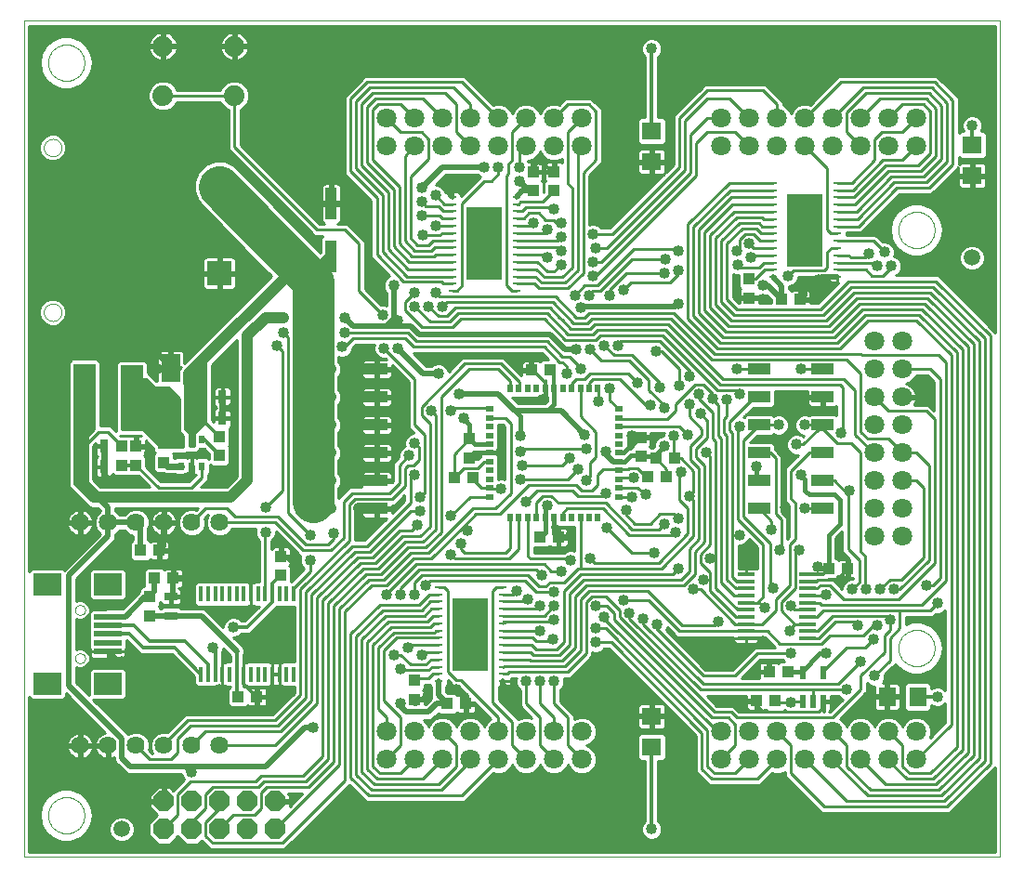
<source format=gtl>
G75*
G70*
%OFA0B0*%
%FSLAX24Y24*%
%IPPOS*%
%LPD*%
%AMOC8*
5,1,8,0,0,1.08239X$1,22.5*
%
%ADD10C,0.0000*%
%ADD11R,0.0315X0.0098*%
%ADD12R,0.1260X0.2598*%
%ADD13R,0.0394X0.0433*%
%ADD14R,0.0315X0.0472*%
%ADD15R,0.0886X0.0886*%
%ADD16R,0.0137X0.0550*%
%ADD17R,0.0433X0.0394*%
%ADD18R,0.0984X0.0197*%
%ADD19R,0.0984X0.0787*%
%ADD20R,0.0472X0.0315*%
%ADD21OC8,0.0740*%
%ADD22C,0.0740*%
%ADD23R,0.0630X0.0118*%
%ADD24C,0.0712*%
%ADD25R,0.0213X0.0315*%
%ADD26R,0.0315X0.0213*%
%ADD27C,0.0640*%
%ADD28R,0.0248X0.0315*%
%ADD29R,0.0217X0.0472*%
%ADD30R,0.0787X0.0394*%
%ADD31R,0.0394X0.1161*%
%ADD32R,0.0709X0.0630*%
%ADD33R,0.0630X0.0709*%
%ADD34C,0.0591*%
%ADD35R,0.0787X0.2362*%
%ADD36R,0.0669X0.0984*%
%ADD37C,0.0100*%
%ADD38C,0.0400*%
%ADD39C,0.0160*%
%ADD40C,0.0200*%
%ADD41C,0.0120*%
%ADD42C,0.0400*%
%ADD43C,0.0240*%
%ADD44C,0.1500*%
D10*
X001964Y000704D02*
X001964Y030704D01*
X036964Y030704D01*
X036964Y000704D01*
X001964Y000704D01*
X002814Y002204D02*
X002816Y002254D01*
X002822Y002304D01*
X002832Y002354D01*
X002845Y002402D01*
X002862Y002450D01*
X002883Y002496D01*
X002907Y002540D01*
X002935Y002582D01*
X002966Y002622D01*
X003000Y002659D01*
X003037Y002694D01*
X003076Y002725D01*
X003117Y002754D01*
X003161Y002779D01*
X003207Y002801D01*
X003254Y002819D01*
X003302Y002833D01*
X003351Y002844D01*
X003401Y002851D01*
X003451Y002854D01*
X003502Y002853D01*
X003552Y002848D01*
X003602Y002839D01*
X003650Y002827D01*
X003698Y002810D01*
X003744Y002790D01*
X003789Y002767D01*
X003832Y002740D01*
X003872Y002710D01*
X003910Y002677D01*
X003945Y002641D01*
X003978Y002602D01*
X004007Y002561D01*
X004033Y002518D01*
X004056Y002473D01*
X004075Y002426D01*
X004090Y002378D01*
X004102Y002329D01*
X004110Y002279D01*
X004114Y002229D01*
X004114Y002179D01*
X004110Y002129D01*
X004102Y002079D01*
X004090Y002030D01*
X004075Y001982D01*
X004056Y001935D01*
X004033Y001890D01*
X004007Y001847D01*
X003978Y001806D01*
X003945Y001767D01*
X003910Y001731D01*
X003872Y001698D01*
X003832Y001668D01*
X003789Y001641D01*
X003744Y001618D01*
X003698Y001598D01*
X003650Y001581D01*
X003602Y001569D01*
X003552Y001560D01*
X003502Y001555D01*
X003451Y001554D01*
X003401Y001557D01*
X003351Y001564D01*
X003302Y001575D01*
X003254Y001589D01*
X003207Y001607D01*
X003161Y001629D01*
X003117Y001654D01*
X003076Y001683D01*
X003037Y001714D01*
X003000Y001749D01*
X002966Y001786D01*
X002935Y001826D01*
X002907Y001868D01*
X002883Y001912D01*
X002862Y001958D01*
X002845Y002006D01*
X002832Y002054D01*
X002822Y002104D01*
X002816Y002154D01*
X002814Y002204D01*
X003787Y007838D02*
X003789Y007864D01*
X003795Y007890D01*
X003805Y007915D01*
X003818Y007938D01*
X003834Y007958D01*
X003854Y007976D01*
X003876Y007991D01*
X003899Y008003D01*
X003925Y008011D01*
X003951Y008015D01*
X003977Y008015D01*
X004003Y008011D01*
X004029Y008003D01*
X004053Y007991D01*
X004074Y007976D01*
X004094Y007958D01*
X004110Y007938D01*
X004123Y007915D01*
X004133Y007890D01*
X004139Y007864D01*
X004141Y007838D01*
X004139Y007812D01*
X004133Y007786D01*
X004123Y007761D01*
X004110Y007738D01*
X004094Y007718D01*
X004074Y007700D01*
X004052Y007685D01*
X004029Y007673D01*
X004003Y007665D01*
X003977Y007661D01*
X003951Y007661D01*
X003925Y007665D01*
X003899Y007673D01*
X003875Y007685D01*
X003854Y007700D01*
X003834Y007718D01*
X003818Y007738D01*
X003805Y007761D01*
X003795Y007786D01*
X003789Y007812D01*
X003787Y007838D01*
X003787Y009570D02*
X003789Y009596D01*
X003795Y009622D01*
X003805Y009647D01*
X003818Y009670D01*
X003834Y009690D01*
X003854Y009708D01*
X003876Y009723D01*
X003899Y009735D01*
X003925Y009743D01*
X003951Y009747D01*
X003977Y009747D01*
X004003Y009743D01*
X004029Y009735D01*
X004053Y009723D01*
X004074Y009708D01*
X004094Y009690D01*
X004110Y009670D01*
X004123Y009647D01*
X004133Y009622D01*
X004139Y009596D01*
X004141Y009570D01*
X004139Y009544D01*
X004133Y009518D01*
X004123Y009493D01*
X004110Y009470D01*
X004094Y009450D01*
X004074Y009432D01*
X004052Y009417D01*
X004029Y009405D01*
X004003Y009397D01*
X003977Y009393D01*
X003951Y009393D01*
X003925Y009397D01*
X003899Y009405D01*
X003875Y009417D01*
X003854Y009432D01*
X003834Y009450D01*
X003818Y009470D01*
X003805Y009493D01*
X003795Y009518D01*
X003789Y009544D01*
X003787Y009570D01*
X002664Y020251D02*
X002666Y020286D01*
X002672Y020321D01*
X002682Y020355D01*
X002695Y020388D01*
X002712Y020419D01*
X002733Y020447D01*
X002756Y020474D01*
X002783Y020497D01*
X002811Y020518D01*
X002842Y020535D01*
X002875Y020548D01*
X002909Y020558D01*
X002944Y020564D01*
X002979Y020566D01*
X003014Y020564D01*
X003049Y020558D01*
X003083Y020548D01*
X003116Y020535D01*
X003147Y020518D01*
X003175Y020497D01*
X003202Y020474D01*
X003225Y020447D01*
X003246Y020419D01*
X003263Y020388D01*
X003276Y020355D01*
X003286Y020321D01*
X003292Y020286D01*
X003294Y020251D01*
X003292Y020216D01*
X003286Y020181D01*
X003276Y020147D01*
X003263Y020114D01*
X003246Y020083D01*
X003225Y020055D01*
X003202Y020028D01*
X003175Y020005D01*
X003147Y019984D01*
X003116Y019967D01*
X003083Y019954D01*
X003049Y019944D01*
X003014Y019938D01*
X002979Y019936D01*
X002944Y019938D01*
X002909Y019944D01*
X002875Y019954D01*
X002842Y019967D01*
X002811Y019984D01*
X002783Y020005D01*
X002756Y020028D01*
X002733Y020055D01*
X002712Y020083D01*
X002695Y020114D01*
X002682Y020147D01*
X002672Y020181D01*
X002666Y020216D01*
X002664Y020251D01*
X002664Y026156D02*
X002666Y026191D01*
X002672Y026226D01*
X002682Y026260D01*
X002695Y026293D01*
X002712Y026324D01*
X002733Y026352D01*
X002756Y026379D01*
X002783Y026402D01*
X002811Y026423D01*
X002842Y026440D01*
X002875Y026453D01*
X002909Y026463D01*
X002944Y026469D01*
X002979Y026471D01*
X003014Y026469D01*
X003049Y026463D01*
X003083Y026453D01*
X003116Y026440D01*
X003147Y026423D01*
X003175Y026402D01*
X003202Y026379D01*
X003225Y026352D01*
X003246Y026324D01*
X003263Y026293D01*
X003276Y026260D01*
X003286Y026226D01*
X003292Y026191D01*
X003294Y026156D01*
X003292Y026121D01*
X003286Y026086D01*
X003276Y026052D01*
X003263Y026019D01*
X003246Y025988D01*
X003225Y025960D01*
X003202Y025933D01*
X003175Y025910D01*
X003147Y025889D01*
X003116Y025872D01*
X003083Y025859D01*
X003049Y025849D01*
X003014Y025843D01*
X002979Y025841D01*
X002944Y025843D01*
X002909Y025849D01*
X002875Y025859D01*
X002842Y025872D01*
X002811Y025889D01*
X002783Y025910D01*
X002756Y025933D01*
X002733Y025960D01*
X002712Y025988D01*
X002695Y026019D01*
X002682Y026052D01*
X002672Y026086D01*
X002666Y026121D01*
X002664Y026156D01*
X002814Y029204D02*
X002816Y029254D01*
X002822Y029304D01*
X002832Y029354D01*
X002845Y029402D01*
X002862Y029450D01*
X002883Y029496D01*
X002907Y029540D01*
X002935Y029582D01*
X002966Y029622D01*
X003000Y029659D01*
X003037Y029694D01*
X003076Y029725D01*
X003117Y029754D01*
X003161Y029779D01*
X003207Y029801D01*
X003254Y029819D01*
X003302Y029833D01*
X003351Y029844D01*
X003401Y029851D01*
X003451Y029854D01*
X003502Y029853D01*
X003552Y029848D01*
X003602Y029839D01*
X003650Y029827D01*
X003698Y029810D01*
X003744Y029790D01*
X003789Y029767D01*
X003832Y029740D01*
X003872Y029710D01*
X003910Y029677D01*
X003945Y029641D01*
X003978Y029602D01*
X004007Y029561D01*
X004033Y029518D01*
X004056Y029473D01*
X004075Y029426D01*
X004090Y029378D01*
X004102Y029329D01*
X004110Y029279D01*
X004114Y029229D01*
X004114Y029179D01*
X004110Y029129D01*
X004102Y029079D01*
X004090Y029030D01*
X004075Y028982D01*
X004056Y028935D01*
X004033Y028890D01*
X004007Y028847D01*
X003978Y028806D01*
X003945Y028767D01*
X003910Y028731D01*
X003872Y028698D01*
X003832Y028668D01*
X003789Y028641D01*
X003744Y028618D01*
X003698Y028598D01*
X003650Y028581D01*
X003602Y028569D01*
X003552Y028560D01*
X003502Y028555D01*
X003451Y028554D01*
X003401Y028557D01*
X003351Y028564D01*
X003302Y028575D01*
X003254Y028589D01*
X003207Y028607D01*
X003161Y028629D01*
X003117Y028654D01*
X003076Y028683D01*
X003037Y028714D01*
X003000Y028749D01*
X002966Y028786D01*
X002935Y028826D01*
X002907Y028868D01*
X002883Y028912D01*
X002862Y028958D01*
X002845Y029006D01*
X002832Y029054D01*
X002822Y029104D01*
X002816Y029154D01*
X002814Y029204D01*
X033314Y023204D02*
X033316Y023254D01*
X033322Y023304D01*
X033332Y023354D01*
X033345Y023402D01*
X033362Y023450D01*
X033383Y023496D01*
X033407Y023540D01*
X033435Y023582D01*
X033466Y023622D01*
X033500Y023659D01*
X033537Y023694D01*
X033576Y023725D01*
X033617Y023754D01*
X033661Y023779D01*
X033707Y023801D01*
X033754Y023819D01*
X033802Y023833D01*
X033851Y023844D01*
X033901Y023851D01*
X033951Y023854D01*
X034002Y023853D01*
X034052Y023848D01*
X034102Y023839D01*
X034150Y023827D01*
X034198Y023810D01*
X034244Y023790D01*
X034289Y023767D01*
X034332Y023740D01*
X034372Y023710D01*
X034410Y023677D01*
X034445Y023641D01*
X034478Y023602D01*
X034507Y023561D01*
X034533Y023518D01*
X034556Y023473D01*
X034575Y023426D01*
X034590Y023378D01*
X034602Y023329D01*
X034610Y023279D01*
X034614Y023229D01*
X034614Y023179D01*
X034610Y023129D01*
X034602Y023079D01*
X034590Y023030D01*
X034575Y022982D01*
X034556Y022935D01*
X034533Y022890D01*
X034507Y022847D01*
X034478Y022806D01*
X034445Y022767D01*
X034410Y022731D01*
X034372Y022698D01*
X034332Y022668D01*
X034289Y022641D01*
X034244Y022618D01*
X034198Y022598D01*
X034150Y022581D01*
X034102Y022569D01*
X034052Y022560D01*
X034002Y022555D01*
X033951Y022554D01*
X033901Y022557D01*
X033851Y022564D01*
X033802Y022575D01*
X033754Y022589D01*
X033707Y022607D01*
X033661Y022629D01*
X033617Y022654D01*
X033576Y022683D01*
X033537Y022714D01*
X033500Y022749D01*
X033466Y022786D01*
X033435Y022826D01*
X033407Y022868D01*
X033383Y022912D01*
X033362Y022958D01*
X033345Y023006D01*
X033332Y023054D01*
X033322Y023104D01*
X033316Y023154D01*
X033314Y023204D01*
X033314Y008204D02*
X033316Y008254D01*
X033322Y008304D01*
X033332Y008354D01*
X033345Y008402D01*
X033362Y008450D01*
X033383Y008496D01*
X033407Y008540D01*
X033435Y008582D01*
X033466Y008622D01*
X033500Y008659D01*
X033537Y008694D01*
X033576Y008725D01*
X033617Y008754D01*
X033661Y008779D01*
X033707Y008801D01*
X033754Y008819D01*
X033802Y008833D01*
X033851Y008844D01*
X033901Y008851D01*
X033951Y008854D01*
X034002Y008853D01*
X034052Y008848D01*
X034102Y008839D01*
X034150Y008827D01*
X034198Y008810D01*
X034244Y008790D01*
X034289Y008767D01*
X034332Y008740D01*
X034372Y008710D01*
X034410Y008677D01*
X034445Y008641D01*
X034478Y008602D01*
X034507Y008561D01*
X034533Y008518D01*
X034556Y008473D01*
X034575Y008426D01*
X034590Y008378D01*
X034602Y008329D01*
X034610Y008279D01*
X034614Y008229D01*
X034614Y008179D01*
X034610Y008129D01*
X034602Y008079D01*
X034590Y008030D01*
X034575Y007982D01*
X034556Y007935D01*
X034533Y007890D01*
X034507Y007847D01*
X034478Y007806D01*
X034445Y007767D01*
X034410Y007731D01*
X034372Y007698D01*
X034332Y007668D01*
X034289Y007641D01*
X034244Y007618D01*
X034198Y007598D01*
X034150Y007581D01*
X034102Y007569D01*
X034052Y007560D01*
X034002Y007555D01*
X033951Y007554D01*
X033901Y007557D01*
X033851Y007564D01*
X033802Y007575D01*
X033754Y007589D01*
X033707Y007607D01*
X033661Y007629D01*
X033617Y007654D01*
X033576Y007683D01*
X033537Y007714D01*
X033500Y007749D01*
X033466Y007786D01*
X033435Y007826D01*
X033407Y007868D01*
X033383Y007912D01*
X033362Y007958D01*
X033345Y008006D01*
X033332Y008054D01*
X033322Y008104D01*
X033316Y008154D01*
X033314Y008204D01*
D11*
X019114Y008312D03*
X019114Y008572D03*
X019116Y008832D03*
X019114Y009092D03*
X019114Y009352D03*
X019114Y009612D03*
X019114Y009872D03*
X019114Y010132D03*
X019114Y010392D03*
X016814Y010392D03*
X016814Y010132D03*
X016814Y009872D03*
X016814Y009612D03*
X016814Y009352D03*
X016814Y009092D03*
X016811Y008832D03*
X016814Y008572D03*
X016814Y008312D03*
X016814Y008052D03*
X016814Y007792D03*
X016814Y007532D03*
X016814Y007272D03*
X016814Y007012D03*
X019114Y007012D03*
X019114Y007272D03*
X019114Y007532D03*
X019114Y007792D03*
X019114Y008052D03*
X019614Y021016D03*
X019614Y021276D03*
X019614Y021536D03*
X019614Y021796D03*
X019614Y022056D03*
X019614Y022316D03*
X019616Y022576D03*
X019614Y022836D03*
X019614Y023096D03*
X019614Y023356D03*
X019614Y023616D03*
X019614Y023876D03*
X019614Y024136D03*
X019614Y024396D03*
X017314Y024396D03*
X017314Y024136D03*
X017314Y023876D03*
X017314Y023616D03*
X017314Y023356D03*
X017314Y023096D03*
X017314Y022836D03*
X017311Y022576D03*
X017314Y022316D03*
X017314Y022056D03*
X017314Y021796D03*
X017314Y021536D03*
X017314Y021276D03*
X017314Y021016D03*
X028814Y021512D03*
X028814Y021772D03*
X028814Y022032D03*
X028814Y022292D03*
X028814Y022552D03*
X028814Y022812D03*
X028814Y023072D03*
X028811Y023332D03*
X028814Y023592D03*
X028814Y023852D03*
X028814Y024112D03*
X028814Y024372D03*
X028814Y024632D03*
X028814Y024892D03*
X031114Y024892D03*
X031114Y024632D03*
X031114Y024372D03*
X031114Y024112D03*
X031114Y023852D03*
X031114Y023592D03*
X031116Y023332D03*
X031114Y023072D03*
X031114Y022812D03*
X031114Y022552D03*
X031114Y022292D03*
X031114Y022032D03*
X031114Y021772D03*
X031114Y021512D03*
D12*
X029964Y023202D03*
X018464Y022706D03*
X017964Y008702D03*
D13*
X015964Y007038D03*
X015964Y006369D03*
X011164Y010819D03*
X011164Y011488D03*
X006964Y014869D03*
X006964Y015538D03*
X005964Y015438D03*
X005464Y015438D03*
X005464Y014769D03*
X005964Y014769D03*
X008964Y015119D03*
X008964Y015788D03*
X006464Y010038D03*
X006464Y009369D03*
X017938Y015037D03*
X017938Y015706D03*
X024088Y015756D03*
X024088Y015087D03*
X027964Y020769D03*
X027964Y021438D03*
X020964Y024619D03*
X020964Y025288D03*
X020214Y025288D03*
X020214Y024619D03*
D14*
X009068Y017204D03*
X008359Y017204D03*
X008359Y016454D03*
X009068Y016454D03*
X004818Y015454D03*
X004109Y015454D03*
X004109Y014704D03*
X004818Y014704D03*
D15*
X008964Y021645D03*
X008964Y024763D03*
D16*
X009068Y010143D03*
X009324Y010143D03*
X009580Y010143D03*
X009836Y010143D03*
X010092Y010143D03*
X010347Y010143D03*
X010603Y010143D03*
X010859Y010143D03*
X011115Y010143D03*
X011371Y010143D03*
X011627Y010143D03*
X008812Y010143D03*
X008556Y010143D03*
X008300Y010143D03*
X008300Y007264D03*
X008556Y007264D03*
X008812Y007264D03*
X009068Y007264D03*
X009324Y007264D03*
X009580Y007264D03*
X009836Y007264D03*
X010092Y007264D03*
X010347Y007264D03*
X010603Y007264D03*
X010859Y007264D03*
X011115Y007264D03*
X011371Y007264D03*
X011627Y007264D03*
D17*
X010298Y006454D03*
X009629Y006454D03*
X007298Y010704D03*
X006629Y010704D03*
X006798Y011704D03*
X006129Y011704D03*
X017129Y006204D03*
X017798Y006204D03*
X020454Y012172D03*
X021123Y012172D03*
X024329Y014354D03*
X024998Y014354D03*
X025298Y015004D03*
X024629Y015004D03*
X020823Y018172D03*
X020154Y018172D03*
X018048Y014304D03*
X017379Y014304D03*
X028229Y006304D03*
X028898Y006304D03*
X028679Y007354D03*
X029348Y007354D03*
X030829Y011054D03*
X031498Y011054D03*
X029798Y020704D03*
X029129Y020704D03*
D18*
X004948Y009334D03*
X004948Y009019D03*
X004948Y008704D03*
X004948Y008389D03*
X004948Y008074D03*
D19*
X004948Y006932D03*
X002782Y006932D03*
X002782Y010475D03*
X004948Y010475D03*
D20*
X007214Y010058D03*
X007214Y009349D03*
D21*
X006964Y002704D03*
X007964Y002704D03*
X008964Y002704D03*
X009964Y002704D03*
X010964Y002704D03*
X010964Y001704D03*
X009964Y001704D03*
X008964Y001704D03*
X007964Y001704D03*
X006964Y001704D03*
D22*
X006934Y028014D03*
X006934Y029794D03*
X009494Y029794D03*
X009494Y028014D03*
D23*
X027861Y010855D03*
X027861Y010599D03*
X027861Y010344D03*
X027861Y010088D03*
X027861Y009832D03*
X027861Y009576D03*
X027861Y009320D03*
X027861Y009064D03*
X027861Y008808D03*
X027861Y008552D03*
X030066Y008552D03*
X030066Y008808D03*
X030066Y009064D03*
X030066Y009320D03*
X030066Y009576D03*
X030066Y009832D03*
X030066Y010088D03*
X030066Y010344D03*
X030066Y010599D03*
X030066Y010855D03*
D24*
X032464Y012204D03*
X033464Y012204D03*
X033464Y013204D03*
X032464Y013204D03*
X032464Y014204D03*
X033464Y014204D03*
X033464Y015204D03*
X032464Y015204D03*
X032464Y016204D03*
X033464Y016204D03*
X033464Y017204D03*
X032464Y017204D03*
X032464Y018204D03*
X033464Y018204D03*
X033464Y019204D03*
X032464Y019204D03*
X032964Y026204D03*
X033964Y026204D03*
X033964Y027204D03*
X032964Y027204D03*
X031964Y027204D03*
X030964Y027204D03*
X030964Y026204D03*
X031964Y026204D03*
X029964Y026204D03*
X029964Y027204D03*
X028964Y027204D03*
X027964Y027204D03*
X027964Y026204D03*
X028964Y026204D03*
X026964Y026204D03*
X026964Y027204D03*
X021964Y027204D03*
X021964Y026204D03*
X020964Y026204D03*
X020964Y027204D03*
X019964Y027204D03*
X019964Y026204D03*
X018964Y026204D03*
X018964Y027204D03*
X017964Y027204D03*
X016964Y027204D03*
X016964Y026204D03*
X017964Y026204D03*
X015964Y026204D03*
X015964Y027204D03*
X014964Y027204D03*
X014964Y026204D03*
X014964Y005204D03*
X015964Y005204D03*
X016964Y005204D03*
X017964Y005204D03*
X018964Y005204D03*
X019964Y005204D03*
X020964Y005204D03*
X021964Y005204D03*
X021964Y004204D03*
X020964Y004204D03*
X019964Y004204D03*
X018964Y004204D03*
X017964Y004204D03*
X016964Y004204D03*
X015964Y004204D03*
X014964Y004204D03*
X026964Y004204D03*
X027964Y004204D03*
X028964Y004204D03*
X029964Y004204D03*
X030964Y004204D03*
X031964Y004204D03*
X032964Y004204D03*
X033964Y004204D03*
X033964Y005204D03*
X032964Y005204D03*
X031964Y005204D03*
X030964Y005204D03*
X029964Y005204D03*
X028964Y005204D03*
X027964Y005204D03*
X026964Y005204D03*
D25*
X022538Y012881D03*
X022223Y012881D03*
X021908Y012881D03*
X021594Y012881D03*
X021279Y012881D03*
X020964Y012881D03*
X020649Y012881D03*
X020334Y012881D03*
X020019Y012881D03*
X019704Y012881D03*
X019389Y012881D03*
X019389Y017527D03*
X019704Y017527D03*
X020019Y017527D03*
X020334Y017527D03*
X020649Y017527D03*
X020964Y017527D03*
X021279Y017527D03*
X021594Y017527D03*
X021908Y017527D03*
X022223Y017527D03*
X022538Y017527D03*
D26*
X023286Y016779D03*
X023286Y016464D03*
X023286Y016149D03*
X023286Y015834D03*
X023286Y015519D03*
X023286Y015204D03*
X023286Y014889D03*
X023286Y014574D03*
X023286Y014259D03*
X023286Y013944D03*
X023286Y013629D03*
X018641Y013629D03*
X018641Y013944D03*
X018641Y014259D03*
X018641Y014574D03*
X018641Y014889D03*
X018641Y015204D03*
X018641Y015519D03*
X018641Y015834D03*
X018641Y016149D03*
X018641Y016464D03*
X018641Y016779D03*
D27*
X008964Y012704D03*
X007964Y012704D03*
X006964Y012704D03*
X005964Y012704D03*
X004964Y012704D03*
X003964Y012704D03*
X003964Y004704D03*
X004964Y004704D03*
X005964Y004704D03*
X006964Y004704D03*
X007964Y004704D03*
X008964Y004704D03*
D28*
X008338Y014731D03*
X007964Y014731D03*
X007590Y014731D03*
X007590Y015676D03*
X007964Y015676D03*
X008338Y015676D03*
D29*
X029890Y007316D03*
X030638Y007316D03*
X030638Y006292D03*
X030264Y006292D03*
X029890Y006292D03*
D30*
X030604Y013204D03*
X030604Y014204D03*
X030604Y015204D03*
X030604Y016204D03*
X030604Y017204D03*
X030604Y018204D03*
X028324Y018204D03*
X028324Y017204D03*
X028324Y016204D03*
X028324Y015204D03*
X028324Y014204D03*
X028324Y013204D03*
X014604Y013204D03*
X014604Y014204D03*
X014604Y015204D03*
X014604Y016204D03*
X014604Y017204D03*
X014604Y018204D03*
X012324Y018204D03*
X012324Y017204D03*
X012324Y016204D03*
X012324Y015204D03*
X012324Y014204D03*
X012324Y013204D03*
D31*
X012964Y022259D03*
X012964Y024149D03*
D32*
X024464Y025653D03*
X024464Y026755D03*
X035964Y026255D03*
X035964Y025153D03*
X024464Y005755D03*
X024464Y004653D03*
D33*
X032912Y006454D03*
X034015Y006454D03*
D34*
X035964Y022204D03*
X005464Y001704D03*
D35*
X005830Y017184D03*
X004117Y017204D03*
D36*
X007214Y016666D03*
X007214Y018241D03*
D37*
X007264Y018237D02*
X007539Y018237D01*
X007550Y018263D02*
X007520Y018191D01*
X007264Y018191D01*
X007264Y018291D01*
X007578Y018291D01*
X007550Y018263D01*
X007698Y018412D02*
X007698Y018753D01*
X007688Y018791D01*
X007668Y018825D01*
X007640Y018853D01*
X007606Y018873D01*
X007568Y018883D01*
X007264Y018883D01*
X007264Y018291D01*
X007164Y018291D01*
X007164Y018883D01*
X006859Y018883D01*
X006821Y018873D01*
X006787Y018853D01*
X006759Y018825D01*
X006739Y018791D01*
X006729Y018753D01*
X006729Y018291D01*
X007164Y018291D01*
X007164Y018191D01*
X006729Y018191D01*
X006729Y017774D01*
X006705Y017774D01*
X006534Y017945D01*
X006405Y018074D01*
X006393Y018074D01*
X006393Y018436D01*
X006294Y018535D01*
X005366Y018535D01*
X005266Y018436D01*
X005266Y017967D01*
X005244Y017945D01*
X005244Y015985D01*
X005184Y016045D01*
X005055Y016174D01*
X004684Y016174D01*
X004684Y018445D01*
X004681Y018448D01*
X004681Y018455D01*
X004581Y018555D01*
X004574Y018555D01*
X004555Y018574D01*
X003672Y018574D01*
X003654Y018555D01*
X003653Y018555D01*
X003553Y018455D01*
X003553Y018455D01*
X003544Y018445D01*
X003544Y014013D01*
X003672Y013884D01*
X003791Y013765D01*
X003800Y013744D01*
X004254Y013290D01*
X004390Y013234D01*
X004602Y013234D01*
X004694Y013142D01*
X004694Y013122D01*
X004686Y013119D01*
X004548Y012981D01*
X004474Y012801D01*
X004474Y012606D01*
X004548Y012426D01*
X004676Y012298D01*
X003381Y011003D01*
X003345Y011039D01*
X002220Y011039D01*
X002134Y010953D01*
X002134Y030534D01*
X036794Y030534D01*
X036794Y019535D01*
X034755Y021574D01*
X033234Y021574D01*
X033273Y021590D01*
X033377Y021694D01*
X033434Y021830D01*
X033434Y021977D01*
X033377Y022113D01*
X033273Y022217D01*
X033157Y022266D01*
X033184Y022330D01*
X033184Y022477D01*
X033127Y022613D01*
X033023Y022717D01*
X032887Y022774D01*
X032755Y022774D01*
X032497Y023032D01*
X031441Y023032D01*
X031441Y023112D01*
X031983Y023112D01*
X033355Y024484D01*
X034505Y024484D01*
X035355Y025334D01*
X035459Y025438D01*
X035459Y025203D01*
X035914Y025203D01*
X035914Y025618D01*
X035590Y025618D01*
X035551Y025607D01*
X035517Y025588D01*
X035489Y025560D01*
X035484Y025550D01*
X035484Y025825D01*
X035539Y025770D01*
X036388Y025770D01*
X036488Y025870D01*
X036488Y026640D01*
X036388Y026740D01*
X036273Y026740D01*
X036277Y026744D01*
X036334Y026880D01*
X036334Y027027D01*
X036277Y027163D01*
X036173Y027267D01*
X036037Y027324D01*
X035890Y027324D01*
X035754Y027267D01*
X035650Y027163D01*
X035594Y027027D01*
X035594Y026880D01*
X035650Y026744D01*
X035654Y026740D01*
X035539Y026740D01*
X035484Y026685D01*
X035484Y027945D01*
X034834Y028595D01*
X034705Y028724D01*
X031172Y028724D01*
X030146Y027698D01*
X030068Y027730D01*
X029859Y027730D01*
X029666Y027650D01*
X029517Y027502D01*
X029464Y027372D01*
X029410Y027502D01*
X029262Y027650D01*
X029184Y027682D01*
X029184Y027795D01*
X029055Y027924D01*
X028555Y028424D01*
X026372Y028424D01*
X026244Y028295D01*
X025372Y027424D01*
X025244Y027295D01*
X025244Y025545D01*
X022972Y023274D01*
X022667Y023274D01*
X022573Y023367D01*
X022437Y023424D01*
X022290Y023424D01*
X022234Y023400D01*
X022234Y025163D01*
X022684Y025613D01*
X022684Y027545D01*
X022555Y027674D01*
X022434Y027795D01*
X022305Y027924D01*
X021372Y027924D01*
X021146Y027698D01*
X021068Y027730D01*
X020859Y027730D01*
X020666Y027650D01*
X020517Y027502D01*
X020464Y027372D01*
X020410Y027502D01*
X020262Y027650D01*
X020068Y027730D01*
X019859Y027730D01*
X019666Y027650D01*
X019517Y027502D01*
X019464Y027372D01*
X019410Y027502D01*
X019262Y027650D01*
X019068Y027730D01*
X018859Y027730D01*
X018781Y027698D01*
X017755Y028724D01*
X014172Y028724D01*
X014044Y028595D01*
X013444Y027995D01*
X013444Y025213D01*
X013572Y025084D01*
X014394Y024263D01*
X014394Y022213D01*
X014522Y022084D01*
X015064Y021542D01*
X015004Y021517D01*
X014900Y021413D01*
X014844Y021277D01*
X014844Y021130D01*
X014900Y020994D01*
X014944Y020950D01*
X014944Y020500D01*
X014887Y020524D01*
X014755Y020524D01*
X014184Y021095D01*
X014184Y022795D01*
X013555Y023424D01*
X013202Y023424D01*
X013218Y023428D01*
X013253Y023448D01*
X013280Y023476D01*
X013300Y023510D01*
X013310Y023548D01*
X013310Y024100D01*
X013012Y024100D01*
X013012Y024197D01*
X013310Y024197D01*
X013310Y024749D01*
X013300Y024787D01*
X013280Y024821D01*
X013253Y024849D01*
X013218Y024869D01*
X013180Y024879D01*
X013012Y024879D01*
X013012Y024197D01*
X012915Y024197D01*
X012915Y024100D01*
X012617Y024100D01*
X012617Y023548D01*
X012627Y023510D01*
X012647Y023476D01*
X012675Y023448D01*
X012709Y023428D01*
X012725Y023424D01*
X012555Y023424D01*
X009714Y026265D01*
X009714Y027520D01*
X009799Y027556D01*
X009951Y027708D01*
X010034Y027906D01*
X010034Y028121D01*
X009951Y028320D01*
X009799Y028472D01*
X009601Y028554D01*
X009386Y028554D01*
X009188Y028472D01*
X009036Y028320D01*
X009000Y028234D01*
X007427Y028234D01*
X007391Y028320D01*
X007239Y028472D01*
X007041Y028554D01*
X006826Y028554D01*
X006628Y028472D01*
X006476Y028320D01*
X006394Y028121D01*
X006394Y027906D01*
X006476Y027708D01*
X006628Y027556D01*
X006826Y027474D01*
X007041Y027474D01*
X007239Y027556D01*
X007391Y027708D01*
X007427Y027794D01*
X009000Y027794D01*
X009036Y027708D01*
X009188Y027556D01*
X009274Y027520D01*
X009274Y026083D01*
X012244Y023113D01*
X012372Y022984D01*
X012670Y022984D01*
X012597Y022910D01*
X012597Y022415D01*
X012575Y022393D01*
X012260Y022709D01*
X011120Y023848D01*
X009500Y025533D01*
X009164Y025679D01*
X008798Y025686D01*
X008458Y025553D01*
X008194Y025299D01*
X008047Y024964D01*
X008040Y024598D01*
X008174Y024257D01*
X009680Y022691D01*
X009684Y022683D01*
X009807Y022559D01*
X009927Y022434D01*
X009936Y022430D01*
X010826Y021540D01*
X007698Y018412D01*
X007698Y018434D02*
X007720Y018434D01*
X007698Y018532D02*
X007819Y018532D01*
X007917Y018631D02*
X007698Y018631D01*
X007698Y018729D02*
X008016Y018729D01*
X008114Y018828D02*
X007666Y018828D01*
X007264Y018828D02*
X007164Y018828D01*
X007164Y018729D02*
X007264Y018729D01*
X007264Y018631D02*
X007164Y018631D01*
X007164Y018532D02*
X007264Y018532D01*
X007264Y018434D02*
X007164Y018434D01*
X007164Y018335D02*
X007264Y018335D01*
X007164Y018237D02*
X006393Y018237D01*
X006393Y018335D02*
X006729Y018335D01*
X006729Y018434D02*
X006393Y018434D01*
X006297Y018532D02*
X006729Y018532D01*
X006729Y018631D02*
X002134Y018631D01*
X002134Y018729D02*
X006729Y018729D01*
X006761Y018828D02*
X002134Y018828D01*
X002134Y018926D02*
X008213Y018926D01*
X008311Y019025D02*
X002134Y019025D01*
X002134Y019123D02*
X008410Y019123D01*
X008508Y019222D02*
X002134Y019222D01*
X002134Y019320D02*
X008607Y019320D01*
X008705Y019419D02*
X002134Y019419D01*
X002134Y019517D02*
X008804Y019517D01*
X008902Y019616D02*
X002134Y019616D01*
X002134Y019714D02*
X009001Y019714D01*
X009099Y019813D02*
X003189Y019813D01*
X003254Y019840D02*
X003390Y019976D01*
X003464Y020155D01*
X003464Y020347D01*
X003390Y020526D01*
X003254Y020662D01*
X003076Y020736D01*
X002883Y020736D01*
X002705Y020662D01*
X002568Y020526D01*
X002494Y020347D01*
X002494Y020155D01*
X002568Y019976D01*
X002705Y019840D01*
X002883Y019766D01*
X003076Y019766D01*
X003254Y019840D01*
X003325Y019911D02*
X009198Y019911D01*
X009296Y020010D02*
X003404Y020010D01*
X003445Y020108D02*
X009395Y020108D01*
X009493Y020207D02*
X003464Y020207D01*
X003464Y020305D02*
X009592Y020305D01*
X009690Y020404D02*
X003441Y020404D01*
X003400Y020502D02*
X009789Y020502D01*
X009887Y020601D02*
X003315Y020601D01*
X003164Y020699D02*
X009986Y020699D01*
X010084Y020798D02*
X002134Y020798D01*
X002134Y020896D02*
X010183Y020896D01*
X010281Y020995D02*
X002134Y020995D01*
X002134Y021093D02*
X008417Y021093D01*
X008429Y021082D02*
X008463Y021062D01*
X008501Y021052D01*
X008914Y021052D01*
X008914Y021595D01*
X009014Y021595D01*
X009014Y021695D01*
X009556Y021695D01*
X009556Y022107D01*
X009546Y022145D01*
X009527Y022180D01*
X009499Y022208D01*
X009464Y022227D01*
X009426Y022238D01*
X009014Y022238D01*
X009014Y021695D01*
X008914Y021695D01*
X008914Y022238D01*
X008501Y022238D01*
X008463Y022227D01*
X008429Y022208D01*
X008401Y022180D01*
X008381Y022145D01*
X008371Y022107D01*
X008371Y021695D01*
X008914Y021695D01*
X008914Y021595D01*
X008371Y021595D01*
X008371Y021182D01*
X008381Y021144D01*
X008401Y021110D01*
X008429Y021082D01*
X008371Y021192D02*
X002134Y021192D01*
X002134Y021290D02*
X008371Y021290D01*
X008371Y021389D02*
X002134Y021389D01*
X002134Y021487D02*
X008371Y021487D01*
X008371Y021586D02*
X002134Y021586D01*
X002134Y021684D02*
X008914Y021684D01*
X008914Y021586D02*
X009014Y021586D01*
X009014Y021595D02*
X009014Y021052D01*
X009426Y021052D01*
X009464Y021062D01*
X009499Y021082D01*
X009527Y021110D01*
X009546Y021144D01*
X009556Y021182D01*
X009556Y021595D01*
X009014Y021595D01*
X009014Y021684D02*
X010682Y021684D01*
X010780Y021586D02*
X009556Y021586D01*
X009556Y021487D02*
X010774Y021487D01*
X010675Y021389D02*
X009556Y021389D01*
X009556Y021290D02*
X010577Y021290D01*
X010478Y021192D02*
X009556Y021192D01*
X009510Y021093D02*
X010380Y021093D01*
X010583Y021783D02*
X009556Y021783D01*
X009556Y021881D02*
X010485Y021881D01*
X010386Y021980D02*
X009556Y021980D01*
X009556Y022078D02*
X010288Y022078D01*
X010189Y022177D02*
X009528Y022177D01*
X009891Y022472D02*
X002134Y022472D01*
X002134Y022374D02*
X009992Y022374D01*
X010091Y022275D02*
X002134Y022275D01*
X002134Y022177D02*
X008399Y022177D01*
X008371Y022078D02*
X002134Y022078D01*
X002134Y021980D02*
X008371Y021980D01*
X008371Y021881D02*
X002134Y021881D01*
X002134Y021783D02*
X008371Y021783D01*
X008914Y021783D02*
X009014Y021783D01*
X009014Y021881D02*
X008914Y021881D01*
X008914Y021980D02*
X009014Y021980D01*
X009014Y022078D02*
X008914Y022078D01*
X008914Y022177D02*
X009014Y022177D01*
X009014Y021487D02*
X008914Y021487D01*
X008914Y021389D02*
X009014Y021389D01*
X009014Y021290D02*
X008914Y021290D01*
X008914Y021192D02*
X009014Y021192D01*
X009014Y021093D02*
X008914Y021093D01*
X009795Y022571D02*
X002134Y022571D01*
X002134Y022669D02*
X009697Y022669D01*
X009606Y022768D02*
X002134Y022768D01*
X002134Y022866D02*
X009512Y022866D01*
X009417Y022965D02*
X002134Y022965D01*
X002134Y023063D02*
X009322Y023063D01*
X009227Y023162D02*
X002134Y023162D01*
X002134Y023260D02*
X009132Y023260D01*
X009038Y023359D02*
X002134Y023359D01*
X002134Y023457D02*
X008943Y023457D01*
X008848Y023556D02*
X002134Y023556D01*
X002134Y023654D02*
X008753Y023654D01*
X008659Y023753D02*
X002134Y023753D01*
X002134Y023851D02*
X008564Y023851D01*
X008469Y023950D02*
X002134Y023950D01*
X002134Y024048D02*
X008374Y024048D01*
X008280Y024147D02*
X002134Y024147D01*
X002134Y024245D02*
X008185Y024245D01*
X008140Y024344D02*
X002134Y024344D01*
X002134Y024442D02*
X008101Y024442D01*
X008062Y024541D02*
X002134Y024541D01*
X002134Y024639D02*
X008041Y024639D01*
X008043Y024738D02*
X002134Y024738D01*
X002134Y024836D02*
X008045Y024836D01*
X008047Y024935D02*
X002134Y024935D01*
X002134Y025033D02*
X008078Y025033D01*
X008121Y025132D02*
X002134Y025132D01*
X002134Y025230D02*
X008164Y025230D01*
X008225Y025329D02*
X002134Y025329D01*
X002134Y025427D02*
X008327Y025427D01*
X008430Y025526D02*
X002134Y025526D01*
X002134Y025624D02*
X008640Y025624D01*
X009290Y025624D02*
X009732Y025624D01*
X009830Y025526D02*
X009506Y025526D01*
X009601Y025427D02*
X009929Y025427D01*
X010027Y025329D02*
X009696Y025329D01*
X009790Y025230D02*
X010126Y025230D01*
X010224Y025132D02*
X009885Y025132D01*
X009980Y025033D02*
X010323Y025033D01*
X010421Y024935D02*
X010075Y024935D01*
X010170Y024836D02*
X010520Y024836D01*
X010618Y024738D02*
X010264Y024738D01*
X010359Y024639D02*
X010717Y024639D01*
X010815Y024541D02*
X010454Y024541D01*
X010549Y024442D02*
X010914Y024442D01*
X011012Y024344D02*
X010643Y024344D01*
X010738Y024245D02*
X011111Y024245D01*
X011209Y024147D02*
X010833Y024147D01*
X010928Y024048D02*
X011308Y024048D01*
X011406Y023950D02*
X011022Y023950D01*
X011117Y023851D02*
X011505Y023851D01*
X011603Y023753D02*
X011216Y023753D01*
X011314Y023654D02*
X011702Y023654D01*
X011800Y023556D02*
X011413Y023556D01*
X011511Y023457D02*
X011899Y023457D01*
X011997Y023359D02*
X011610Y023359D01*
X011708Y023260D02*
X012096Y023260D01*
X012194Y023162D02*
X011807Y023162D01*
X011905Y023063D02*
X012293Y023063D01*
X012464Y023204D02*
X013464Y023204D01*
X013964Y022704D01*
X013964Y021004D01*
X014814Y020154D01*
X014939Y020502D02*
X014944Y020502D01*
X014944Y020601D02*
X014678Y020601D01*
X014579Y020699D02*
X014944Y020699D01*
X014944Y020798D02*
X014481Y020798D01*
X014382Y020896D02*
X014944Y020896D01*
X014900Y020995D02*
X014284Y020995D01*
X014185Y021093D02*
X014859Y021093D01*
X014844Y021192D02*
X014184Y021192D01*
X014184Y021290D02*
X014849Y021290D01*
X014890Y021389D02*
X014184Y021389D01*
X014184Y021487D02*
X014974Y021487D01*
X015020Y021586D02*
X014184Y021586D01*
X014184Y021684D02*
X014922Y021684D01*
X014823Y021783D02*
X014184Y021783D01*
X014184Y021881D02*
X014725Y021881D01*
X014626Y021980D02*
X014184Y021980D01*
X014184Y022078D02*
X014528Y022078D01*
X014522Y022084D02*
X014522Y022084D01*
X014429Y022177D02*
X014184Y022177D01*
X014184Y022275D02*
X014394Y022275D01*
X014394Y022374D02*
X014184Y022374D01*
X014184Y022472D02*
X014394Y022472D01*
X014394Y022571D02*
X014184Y022571D01*
X014184Y022669D02*
X014394Y022669D01*
X014394Y022768D02*
X014184Y022768D01*
X014112Y022866D02*
X014394Y022866D01*
X014394Y022965D02*
X014014Y022965D01*
X013915Y023063D02*
X014394Y023063D01*
X014394Y023162D02*
X013817Y023162D01*
X013718Y023260D02*
X014394Y023260D01*
X014394Y023359D02*
X013620Y023359D01*
X013310Y023556D02*
X014394Y023556D01*
X014394Y023654D02*
X013310Y023654D01*
X013310Y023753D02*
X014394Y023753D01*
X014394Y023851D02*
X013310Y023851D01*
X013310Y023950D02*
X014394Y023950D01*
X014394Y024048D02*
X013310Y024048D01*
X013310Y024245D02*
X014394Y024245D01*
X014394Y024147D02*
X013012Y024147D01*
X012915Y024147D02*
X011832Y024147D01*
X011930Y024048D02*
X012617Y024048D01*
X012617Y023950D02*
X012029Y023950D01*
X012127Y023851D02*
X012617Y023851D01*
X012617Y023753D02*
X012226Y023753D01*
X012324Y023654D02*
X012617Y023654D01*
X012617Y023556D02*
X012423Y023556D01*
X012521Y023457D02*
X012665Y023457D01*
X012464Y023204D02*
X009494Y026174D01*
X009494Y028014D01*
X006934Y028014D01*
X007329Y028382D02*
X009098Y028382D01*
X009021Y028284D02*
X007406Y028284D01*
X007217Y028481D02*
X009210Y028481D01*
X009777Y028481D02*
X013930Y028481D01*
X014028Y028579D02*
X004182Y028579D01*
X004195Y028590D02*
X004195Y028590D01*
X004361Y028877D01*
X004361Y028877D01*
X004418Y029204D01*
X004361Y029530D01*
X004195Y029817D01*
X004195Y029817D01*
X003941Y030030D01*
X003941Y030030D01*
X003629Y030144D01*
X003298Y030144D01*
X002986Y030030D01*
X002732Y029817D01*
X002567Y029530D01*
X002509Y029204D01*
X002509Y029204D01*
X002567Y028877D01*
X002732Y028590D01*
X002986Y028377D01*
X002986Y028377D01*
X003298Y028264D01*
X003551Y028264D01*
X003629Y028264D01*
X003629Y028264D01*
X003941Y028377D01*
X004195Y028590D01*
X004195Y028590D01*
X004245Y028678D02*
X014127Y028678D01*
X014264Y028504D02*
X017664Y028504D01*
X018964Y027204D01*
X019453Y027397D02*
X019474Y027397D01*
X019515Y027496D02*
X019412Y027496D01*
X019317Y027594D02*
X019610Y027594D01*
X019769Y027693D02*
X019158Y027693D01*
X018687Y027791D02*
X021240Y027791D01*
X021339Y027890D02*
X018589Y027890D01*
X018490Y027988D02*
X024234Y027988D01*
X024234Y027890D02*
X022339Y027890D01*
X022434Y027795D02*
X022434Y027795D01*
X022437Y027791D02*
X024234Y027791D01*
X024234Y027693D02*
X022536Y027693D01*
X022555Y027674D02*
X022555Y027674D01*
X022634Y027594D02*
X024234Y027594D01*
X024234Y027496D02*
X022684Y027496D01*
X022684Y027397D02*
X024234Y027397D01*
X024234Y027299D02*
X022684Y027299D01*
X022684Y027200D02*
X023999Y027200D01*
X024039Y027240D02*
X023939Y027140D01*
X023939Y026370D01*
X024039Y026270D01*
X024888Y026270D01*
X024988Y026370D01*
X024988Y027140D01*
X024888Y027240D01*
X024694Y027240D01*
X024694Y029410D01*
X024777Y029494D01*
X024834Y029630D01*
X024834Y029777D01*
X024777Y029913D01*
X024673Y030017D01*
X024537Y030074D01*
X024390Y030074D01*
X024254Y030017D01*
X024150Y029913D01*
X024094Y029777D01*
X024094Y029630D01*
X024150Y029494D01*
X024234Y029410D01*
X024234Y027240D01*
X024039Y027240D01*
X023939Y027102D02*
X022684Y027102D01*
X022684Y027003D02*
X023939Y027003D01*
X023939Y026905D02*
X022684Y026905D01*
X022684Y026806D02*
X023939Y026806D01*
X023939Y026708D02*
X022684Y026708D01*
X022684Y026609D02*
X023939Y026609D01*
X023939Y026511D02*
X022684Y026511D01*
X022684Y026412D02*
X023939Y026412D01*
X023995Y026314D02*
X022684Y026314D01*
X022684Y026215D02*
X025244Y026215D01*
X025244Y026117D02*
X024840Y026117D01*
X024838Y026118D02*
X024514Y026118D01*
X024514Y025703D01*
X024414Y025703D01*
X024414Y026118D01*
X024090Y026118D01*
X024051Y026107D01*
X024017Y026088D01*
X023989Y026060D01*
X023969Y026025D01*
X023959Y025987D01*
X023959Y025703D01*
X024414Y025703D01*
X024414Y025603D01*
X024514Y025603D01*
X024514Y025703D01*
X024968Y025703D01*
X024968Y025987D01*
X024958Y026025D01*
X024938Y026060D01*
X024910Y026088D01*
X024876Y026107D01*
X024838Y026118D01*
X024960Y026018D02*
X025244Y026018D01*
X025244Y025920D02*
X024968Y025920D01*
X024968Y025821D02*
X025244Y025821D01*
X025244Y025723D02*
X024968Y025723D01*
X024968Y025603D02*
X024514Y025603D01*
X024514Y025188D01*
X024838Y025188D01*
X024876Y025198D01*
X024910Y025218D01*
X024938Y025245D01*
X024958Y025280D01*
X024968Y025318D01*
X024968Y025603D01*
X024968Y025526D02*
X025225Y025526D01*
X025244Y025624D02*
X024514Y025624D01*
X024514Y025526D02*
X024414Y025526D01*
X024414Y025603D02*
X024414Y025188D01*
X024090Y025188D01*
X024051Y025198D01*
X024017Y025218D01*
X023989Y025245D01*
X023969Y025280D01*
X023959Y025318D01*
X023959Y025603D01*
X024414Y025603D01*
X024414Y025624D02*
X022684Y025624D01*
X022684Y025723D02*
X023959Y025723D01*
X023959Y025821D02*
X022684Y025821D01*
X022684Y025920D02*
X023959Y025920D01*
X023968Y026018D02*
X022684Y026018D01*
X022684Y026117D02*
X024087Y026117D01*
X024414Y026117D02*
X024514Y026117D01*
X024514Y026018D02*
X024414Y026018D01*
X024414Y025920D02*
X024514Y025920D01*
X024514Y025821D02*
X024414Y025821D01*
X024414Y025723D02*
X024514Y025723D01*
X024514Y025427D02*
X024414Y025427D01*
X024414Y025329D02*
X024514Y025329D01*
X024514Y025230D02*
X024414Y025230D01*
X024634Y024935D02*
X022234Y024935D01*
X022234Y025033D02*
X024732Y025033D01*
X024831Y025132D02*
X022234Y025132D01*
X022301Y025230D02*
X024004Y025230D01*
X023959Y025329D02*
X022400Y025329D01*
X022498Y025427D02*
X023959Y025427D01*
X023959Y025526D02*
X022597Y025526D01*
X022464Y025704D02*
X022014Y025254D01*
X022014Y021654D01*
X021464Y021104D01*
X020414Y021104D01*
X020242Y021276D01*
X019614Y021276D01*
X019614Y021536D02*
X020282Y021536D01*
X020514Y021304D01*
X021364Y021304D01*
X021814Y021754D01*
X021814Y026054D01*
X021964Y026204D01*
X022464Y025704D02*
X022464Y027454D01*
X022214Y027704D01*
X021464Y027704D01*
X020964Y027204D01*
X020474Y027397D02*
X020453Y027397D01*
X020412Y027496D02*
X020515Y027496D01*
X020610Y027594D02*
X020317Y027594D01*
X020158Y027693D02*
X020769Y027693D01*
X019964Y027204D02*
X019464Y026704D01*
X019464Y025704D01*
X019314Y025554D01*
X019314Y025204D01*
X019264Y025154D01*
X019264Y021204D01*
X019452Y021016D01*
X019614Y021016D01*
X020322Y021796D02*
X020614Y021504D01*
X021264Y021504D01*
X021614Y021854D01*
X021614Y024704D01*
X021464Y024854D01*
X021464Y026704D01*
X021964Y027204D01*
X020859Y025678D02*
X020666Y025758D01*
X020517Y025906D01*
X020464Y026036D01*
X020410Y025906D01*
X020262Y025758D01*
X020068Y025678D01*
X020013Y025678D01*
X020027Y025663D01*
X020031Y025655D01*
X020165Y025655D01*
X020165Y025337D01*
X020262Y025337D01*
X020262Y025655D01*
X020430Y025655D01*
X020468Y025645D01*
X020503Y025625D01*
X020530Y025597D01*
X020550Y025563D01*
X020560Y025525D01*
X020560Y025337D01*
X020262Y025337D01*
X020262Y025240D01*
X020560Y025240D01*
X020560Y025052D01*
X020550Y025014D01*
X020530Y024980D01*
X020519Y024968D01*
X020580Y024906D01*
X020580Y024547D01*
X020597Y024563D01*
X020597Y024906D01*
X020659Y024968D01*
X020647Y024980D01*
X020627Y025014D01*
X020617Y025052D01*
X020617Y025240D01*
X020915Y025240D01*
X020915Y025337D01*
X020915Y025655D01*
X020747Y025655D01*
X020709Y025645D01*
X020675Y025625D01*
X020647Y025597D01*
X020627Y025563D01*
X020617Y025525D01*
X020617Y025337D01*
X020915Y025337D01*
X021012Y025337D01*
X021012Y025655D01*
X021180Y025655D01*
X021218Y025645D01*
X021244Y025630D01*
X021244Y025750D01*
X021068Y025678D01*
X020859Y025678D01*
X020915Y025624D02*
X021012Y025624D01*
X021012Y025526D02*
X020915Y025526D01*
X020915Y025427D02*
X021012Y025427D01*
X020915Y025329D02*
X020262Y025329D01*
X020262Y025427D02*
X020165Y025427D01*
X020165Y025526D02*
X020262Y025526D01*
X020262Y025624D02*
X020165Y025624D01*
X020178Y025723D02*
X020750Y025723D01*
X020674Y025624D02*
X020503Y025624D01*
X020464Y025704D02*
X020879Y025288D01*
X020964Y025288D01*
X020617Y025230D02*
X020560Y025230D01*
X020560Y025132D02*
X020617Y025132D01*
X020622Y025033D02*
X020555Y025033D01*
X020552Y024935D02*
X020625Y024935D01*
X020597Y024836D02*
X020580Y024836D01*
X020580Y024738D02*
X020597Y024738D01*
X020597Y024639D02*
X020580Y024639D01*
X020964Y024619D02*
X020548Y024204D01*
X019764Y024204D01*
X019696Y024136D01*
X019614Y024136D01*
X019614Y023876D02*
X019836Y023876D01*
X019964Y024004D01*
X020914Y024004D01*
X020964Y023954D01*
X020664Y023554D02*
X020414Y023804D01*
X020064Y023804D01*
X019876Y023616D01*
X019614Y023616D01*
X019614Y023356D02*
X020116Y023356D01*
X020214Y023454D01*
X020664Y023554D02*
X020964Y023554D01*
X021064Y023454D01*
X021214Y023454D01*
X021214Y022954D02*
X021096Y022836D01*
X019614Y022836D01*
X019614Y023096D02*
X020606Y023096D01*
X020714Y023204D01*
X021092Y022576D02*
X019616Y022576D01*
X019614Y022316D02*
X020602Y022316D01*
X020714Y022204D01*
X020362Y022056D02*
X020714Y021704D01*
X020964Y021704D01*
X021214Y021954D01*
X021214Y022454D02*
X021092Y022576D01*
X020362Y022056D02*
X019614Y022056D01*
X019614Y021796D02*
X020322Y021796D01*
X021014Y020804D02*
X016864Y020804D01*
X016714Y020954D01*
X016992Y021276D02*
X016914Y021354D01*
X015564Y021354D01*
X014614Y022304D01*
X014614Y024354D01*
X013664Y025304D01*
X013664Y027904D01*
X014264Y028504D01*
X014364Y028304D02*
X017364Y028304D01*
X017964Y027704D01*
X017964Y027204D01*
X017464Y027704D02*
X017464Y026704D01*
X017964Y026204D01*
X018210Y025184D02*
X017075Y025184D01*
X016715Y024824D01*
X016787Y024824D01*
X016923Y024767D01*
X017027Y024663D01*
X017067Y024567D01*
X017098Y024585D01*
X017136Y024595D01*
X017314Y024595D01*
X017314Y024396D01*
X017314Y024396D01*
X017314Y024595D01*
X017491Y024595D01*
X017529Y024585D01*
X017563Y024565D01*
X017591Y024537D01*
X017611Y024503D01*
X017621Y024465D01*
X017621Y024422D01*
X018244Y025045D01*
X018314Y025115D01*
X018254Y025140D01*
X018210Y025184D01*
X018274Y025132D02*
X017023Y025132D01*
X016925Y025033D02*
X018232Y025033D01*
X018134Y024935D02*
X016826Y024935D01*
X016728Y024836D02*
X018035Y024836D01*
X017937Y024738D02*
X016953Y024738D01*
X017037Y024639D02*
X017838Y024639D01*
X017740Y024541D02*
X017587Y024541D01*
X017621Y024442D02*
X017641Y024442D01*
X017664Y024154D02*
X018464Y024954D01*
X018714Y024954D01*
X018964Y025204D01*
X018964Y025454D01*
X019714Y025454D02*
X019714Y025954D01*
X019964Y026204D01*
X020456Y026018D02*
X020471Y026018D01*
X020512Y025920D02*
X020416Y025920D01*
X020325Y025821D02*
X020602Y025821D01*
X020617Y025526D02*
X020560Y025526D01*
X020560Y025427D02*
X020617Y025427D01*
X021178Y025723D02*
X021244Y025723D01*
X022234Y024836D02*
X024535Y024836D01*
X024437Y024738D02*
X022234Y024738D01*
X022234Y024639D02*
X024338Y024639D01*
X024240Y024541D02*
X022234Y024541D01*
X022234Y024442D02*
X024141Y024442D01*
X024043Y024344D02*
X022234Y024344D01*
X022234Y024245D02*
X023944Y024245D01*
X023846Y024147D02*
X022234Y024147D01*
X022234Y024048D02*
X023747Y024048D01*
X023649Y023950D02*
X022234Y023950D01*
X022234Y023851D02*
X023550Y023851D01*
X023452Y023753D02*
X022234Y023753D01*
X022234Y023654D02*
X023353Y023654D01*
X023255Y023556D02*
X022234Y023556D01*
X022234Y023457D02*
X023156Y023457D01*
X023058Y023359D02*
X022582Y023359D01*
X022364Y023054D02*
X023064Y023054D01*
X025464Y025454D01*
X025464Y027204D01*
X026464Y028204D01*
X028464Y028204D01*
X028964Y027704D01*
X028964Y027204D01*
X029317Y027594D02*
X029610Y027594D01*
X029515Y027496D02*
X029412Y027496D01*
X029453Y027397D02*
X029474Y027397D01*
X029184Y027693D02*
X029769Y027693D01*
X030240Y027791D02*
X029184Y027791D01*
X029089Y027890D02*
X030339Y027890D01*
X030437Y027988D02*
X028990Y027988D01*
X028892Y028087D02*
X030536Y028087D01*
X030634Y028185D02*
X028793Y028185D01*
X028695Y028284D02*
X030733Y028284D01*
X030831Y028382D02*
X028596Y028382D01*
X027964Y027204D02*
X027264Y027904D01*
X026464Y027904D01*
X025664Y027104D01*
X025664Y025354D01*
X022864Y022554D01*
X022464Y022554D01*
X022364Y022054D02*
X022664Y022054D01*
X025864Y025254D01*
X025864Y026604D01*
X026464Y027204D01*
X026964Y027204D01*
X026464Y026704D02*
X027464Y026704D01*
X027964Y026204D01*
X027252Y024892D02*
X025764Y023404D01*
X025764Y020004D01*
X026814Y018954D01*
X031214Y018954D01*
X032214Y019954D01*
X033964Y019954D01*
X035214Y018704D01*
X035214Y005454D01*
X033964Y004204D01*
X033714Y003704D02*
X033464Y003954D01*
X033464Y004704D01*
X032964Y005204D01*
X033439Y005432D02*
X033488Y005432D01*
X033464Y005372D02*
X033410Y005502D01*
X033262Y005650D01*
X033068Y005730D01*
X032859Y005730D01*
X032666Y005650D01*
X032517Y005502D01*
X032464Y005372D01*
X032410Y005502D01*
X032262Y005650D01*
X032068Y005730D01*
X031859Y005730D01*
X031666Y005650D01*
X031517Y005502D01*
X031464Y005372D01*
X031410Y005502D01*
X031262Y005650D01*
X031233Y005662D01*
X032055Y006484D01*
X032184Y006613D01*
X032184Y006960D01*
X032254Y006890D01*
X032390Y006834D01*
X032449Y006834D01*
X032447Y006828D01*
X032447Y006504D01*
X032862Y006504D01*
X032862Y006404D01*
X032447Y006404D01*
X032447Y006080D01*
X032458Y006042D01*
X032477Y006007D01*
X032505Y005979D01*
X032540Y005960D01*
X032578Y005949D01*
X032862Y005949D01*
X032862Y006404D01*
X032962Y006404D01*
X032962Y005949D01*
X033247Y005949D01*
X033285Y005960D01*
X033319Y005979D01*
X033347Y006007D01*
X033367Y006042D01*
X033377Y006080D01*
X033377Y006404D01*
X032962Y006404D01*
X032962Y006504D01*
X032862Y006504D01*
X032862Y006958D01*
X032741Y006958D01*
X032777Y006994D01*
X032834Y007130D01*
X032834Y007263D01*
X033105Y007534D01*
X033206Y007635D01*
X033232Y007590D01*
X033486Y007377D01*
X033486Y007377D01*
X033798Y007264D01*
X034129Y007264D01*
X034441Y007377D01*
X034695Y007590D01*
X034861Y007877D01*
X034861Y007877D01*
X034918Y008204D01*
X034861Y008530D01*
X034695Y008817D01*
X034695Y008817D01*
X034441Y009030D01*
X034441Y009030D01*
X034129Y009144D01*
X033798Y009144D01*
X033584Y009066D01*
X033584Y009334D01*
X034555Y009334D01*
X034655Y009434D01*
X034787Y009434D01*
X034923Y009490D01*
X034994Y009560D01*
X034994Y006697D01*
X034923Y006767D01*
X034787Y006824D01*
X034640Y006824D01*
X034504Y006767D01*
X034500Y006763D01*
X034500Y006878D01*
X034400Y006978D01*
X033629Y006978D01*
X033530Y006878D01*
X033530Y006029D01*
X033629Y005929D01*
X034400Y005929D01*
X034500Y006029D01*
X034500Y006144D01*
X034504Y006140D01*
X034640Y006084D01*
X034787Y006084D01*
X034923Y006140D01*
X034994Y006210D01*
X034994Y005545D01*
X034449Y005000D01*
X034490Y005099D01*
X034490Y005308D01*
X034410Y005502D01*
X034262Y005650D01*
X034068Y005730D01*
X033859Y005730D01*
X033666Y005650D01*
X033517Y005502D01*
X033464Y005372D01*
X033381Y005530D02*
X033546Y005530D01*
X033644Y005629D02*
X033283Y005629D01*
X033075Y005727D02*
X033852Y005727D01*
X034075Y005727D02*
X034994Y005727D01*
X034994Y005629D02*
X034283Y005629D01*
X034381Y005530D02*
X034979Y005530D01*
X034880Y005432D02*
X034439Y005432D01*
X034480Y005333D02*
X034782Y005333D01*
X034683Y005235D02*
X034490Y005235D01*
X034490Y005136D02*
X034585Y005136D01*
X034486Y005038D02*
X034464Y005038D01*
X034994Y005826D02*
X031397Y005826D01*
X031495Y005924D02*
X034994Y005924D01*
X034994Y006023D02*
X034493Y006023D01*
X034500Y006121D02*
X034549Y006121D01*
X034878Y006121D02*
X034994Y006121D01*
X034978Y006712D02*
X034994Y006712D01*
X034994Y006811D02*
X034819Y006811D01*
X034994Y006909D02*
X034469Y006909D01*
X034500Y006811D02*
X034609Y006811D01*
X034994Y007008D02*
X032783Y007008D01*
X032824Y007106D02*
X034994Y007106D01*
X034994Y007205D02*
X032834Y007205D01*
X032874Y007303D02*
X033689Y007303D01*
X033457Y007402D02*
X032973Y007402D01*
X033071Y007500D02*
X033340Y007500D01*
X033232Y007590D02*
X033232Y007590D01*
X033227Y007599D02*
X033170Y007599D01*
X033105Y007534D02*
X033105Y007534D01*
X033014Y007754D02*
X032464Y007204D01*
X032235Y006909D02*
X032184Y006909D01*
X032184Y006811D02*
X032447Y006811D01*
X032447Y006712D02*
X032184Y006712D01*
X032184Y006614D02*
X032447Y006614D01*
X032447Y006515D02*
X032086Y006515D01*
X031988Y006417D02*
X032862Y006417D01*
X032862Y006515D02*
X032962Y006515D01*
X032962Y006504D02*
X032962Y006958D01*
X033247Y006958D01*
X033285Y006948D01*
X033319Y006928D01*
X033347Y006900D01*
X033367Y006866D01*
X033377Y006828D01*
X033377Y006504D01*
X032962Y006504D01*
X032962Y006417D02*
X033530Y006417D01*
X033530Y006515D02*
X033377Y006515D01*
X033377Y006614D02*
X033530Y006614D01*
X033530Y006712D02*
X033377Y006712D01*
X033377Y006811D02*
X033530Y006811D01*
X033561Y006909D02*
X033338Y006909D01*
X032962Y006909D02*
X032862Y006909D01*
X032862Y006811D02*
X032962Y006811D01*
X032962Y006712D02*
X032862Y006712D01*
X032862Y006614D02*
X032962Y006614D01*
X032962Y006318D02*
X032862Y006318D01*
X032862Y006220D02*
X032962Y006220D01*
X032962Y006121D02*
X032862Y006121D01*
X032862Y006023D02*
X032962Y006023D01*
X032852Y005727D02*
X032075Y005727D01*
X031852Y005727D02*
X031298Y005727D01*
X031283Y005629D02*
X031644Y005629D01*
X031546Y005530D02*
X031381Y005530D01*
X031439Y005432D02*
X031488Y005432D01*
X030964Y005204D02*
X031464Y004704D01*
X031464Y003954D01*
X032314Y003104D01*
X034764Y003104D01*
X036014Y004354D01*
X036014Y019104D01*
X034364Y020754D01*
X031814Y020754D01*
X030814Y019754D01*
X027214Y019754D01*
X026564Y020404D01*
X026564Y023004D01*
X027412Y023852D01*
X028814Y023852D01*
X028814Y024112D02*
X027372Y024112D01*
X026364Y023104D01*
X026364Y020304D01*
X027114Y019554D01*
X030914Y019554D01*
X031914Y020554D01*
X034264Y020554D01*
X035814Y019004D01*
X035814Y004454D01*
X034664Y003304D01*
X032864Y003304D01*
X031964Y004204D01*
X030964Y004204D02*
X030964Y004154D01*
X032214Y002904D01*
X034864Y002904D01*
X036214Y004254D01*
X036214Y019204D01*
X034464Y020954D01*
X031714Y020954D01*
X030714Y019954D01*
X027314Y019954D01*
X026764Y020504D01*
X026764Y022904D01*
X027514Y023654D01*
X028414Y023654D01*
X028476Y023592D01*
X028814Y023592D01*
X028811Y023332D02*
X028436Y023332D01*
X028314Y023454D01*
X027614Y023454D01*
X026964Y022804D01*
X026964Y020604D01*
X027414Y020154D01*
X030614Y020154D01*
X031614Y021154D01*
X034564Y021154D01*
X036414Y019304D01*
X036414Y004154D01*
X034964Y002704D01*
X031464Y002704D01*
X029964Y004204D01*
X029464Y004704D02*
X028964Y005204D01*
X029464Y004704D02*
X029464Y003704D01*
X030664Y002504D01*
X035064Y002504D01*
X036614Y004054D01*
X036614Y019404D01*
X034664Y021354D01*
X031514Y021354D01*
X030514Y020354D01*
X027514Y020354D01*
X027164Y020704D01*
X027164Y022704D01*
X027714Y023254D01*
X028214Y023254D01*
X028396Y023072D01*
X028814Y023072D01*
X028814Y022812D02*
X028356Y022812D01*
X028114Y023054D01*
X027814Y023054D01*
X027614Y022854D01*
X027614Y022554D01*
X027514Y022454D01*
X027964Y022704D02*
X028116Y022552D01*
X028814Y022552D01*
X028814Y022292D02*
X028102Y022292D01*
X028014Y022204D01*
X028314Y021854D02*
X027664Y021854D01*
X027564Y021954D01*
X027597Y021584D02*
X027490Y021584D01*
X027384Y021628D01*
X027384Y020795D01*
X027605Y020574D01*
X027617Y020574D01*
X027617Y020721D01*
X027915Y020721D01*
X027915Y020818D01*
X027617Y020818D01*
X027617Y021005D01*
X027627Y021044D01*
X027647Y021078D01*
X027659Y021090D01*
X027597Y021151D01*
X027597Y021584D01*
X027597Y021487D02*
X027384Y021487D01*
X027384Y021389D02*
X027597Y021389D01*
X027597Y021290D02*
X027384Y021290D01*
X027384Y021192D02*
X027597Y021192D01*
X027655Y021093D02*
X027384Y021093D01*
X027384Y020995D02*
X027617Y020995D01*
X027617Y020896D02*
X027384Y020896D01*
X027384Y020798D02*
X027915Y020798D01*
X027964Y020769D02*
X028029Y020704D01*
X028464Y020704D01*
X028537Y020834D02*
X028594Y020857D01*
X028742Y020708D01*
X028742Y020574D01*
X028310Y020574D01*
X028310Y020721D01*
X028012Y020721D01*
X028012Y020818D01*
X028310Y020818D01*
X028310Y020867D01*
X028390Y020834D01*
X028537Y020834D01*
X028653Y020798D02*
X028012Y020798D01*
X028310Y020699D02*
X028742Y020699D01*
X028742Y020601D02*
X028310Y020601D01*
X027617Y020601D02*
X027578Y020601D01*
X027617Y020699D02*
X027479Y020699D01*
X027964Y021438D02*
X028198Y021438D01*
X028532Y021772D01*
X028814Y021772D01*
X028814Y022032D02*
X028492Y022032D01*
X028314Y021854D01*
X029364Y021554D02*
X029564Y021754D01*
X030664Y021754D01*
X030764Y021854D01*
X030764Y022404D01*
X030912Y022552D01*
X031114Y022552D01*
X031116Y022554D01*
X031114Y022812D02*
X032406Y022812D01*
X032814Y022404D01*
X033071Y022669D02*
X033187Y022669D01*
X033232Y022590D02*
X033486Y022377D01*
X033486Y022377D01*
X033798Y022264D01*
X033877Y022264D01*
X034129Y022264D01*
X034441Y022377D01*
X034695Y022590D01*
X034861Y022877D01*
X034861Y022877D01*
X034918Y023204D01*
X034861Y023530D01*
X034695Y023817D01*
X034695Y023817D01*
X034441Y024030D01*
X034441Y024030D01*
X034129Y024144D01*
X033798Y024144D01*
X033486Y024030D01*
X033232Y023817D01*
X033067Y023530D01*
X033009Y023204D01*
X033009Y023204D01*
X033067Y022877D01*
X033232Y022590D01*
X033232Y022590D01*
X033256Y022571D02*
X033145Y022571D01*
X033184Y022472D02*
X033373Y022472D01*
X033495Y022374D02*
X033184Y022374D01*
X033161Y022275D02*
X033766Y022275D01*
X034129Y022264D02*
X034129Y022264D01*
X034161Y022275D02*
X035498Y022275D01*
X035498Y022296D02*
X035498Y022111D01*
X035569Y021940D01*
X035700Y021809D01*
X035871Y021738D01*
X036056Y021738D01*
X036227Y021809D01*
X036358Y021940D01*
X036429Y022111D01*
X036429Y022296D01*
X036358Y022467D01*
X036227Y022598D01*
X036056Y022669D01*
X035871Y022669D01*
X035700Y022598D01*
X035569Y022467D01*
X035498Y022296D01*
X035530Y022374D02*
X034432Y022374D01*
X034554Y022472D02*
X035574Y022472D01*
X035673Y022571D02*
X034672Y022571D01*
X034695Y022590D02*
X034695Y022590D01*
X034740Y022669D02*
X036794Y022669D01*
X036794Y022571D02*
X036255Y022571D01*
X036353Y022472D02*
X036794Y022472D01*
X036794Y022374D02*
X036397Y022374D01*
X036429Y022275D02*
X036794Y022275D01*
X036794Y022177D02*
X036429Y022177D01*
X036415Y022078D02*
X036794Y022078D01*
X036794Y021980D02*
X036374Y021980D01*
X036299Y021881D02*
X036794Y021881D01*
X036794Y021783D02*
X036163Y021783D01*
X036794Y021684D02*
X033367Y021684D01*
X033414Y021783D02*
X035764Y021783D01*
X035628Y021881D02*
X033434Y021881D01*
X033433Y021980D02*
X035553Y021980D01*
X035512Y022078D02*
X033392Y022078D01*
X033314Y022177D02*
X035498Y022177D01*
X034797Y022768D02*
X036794Y022768D01*
X036794Y022866D02*
X034854Y022866D01*
X034876Y022965D02*
X036794Y022965D01*
X036794Y023063D02*
X034893Y023063D01*
X034911Y023162D02*
X036794Y023162D01*
X036794Y023260D02*
X034908Y023260D01*
X034918Y023204D02*
X034918Y023204D01*
X034891Y023359D02*
X036794Y023359D01*
X036794Y023457D02*
X034873Y023457D01*
X034861Y023530D02*
X034861Y023530D01*
X034846Y023556D02*
X036794Y023556D01*
X036794Y023654D02*
X034789Y023654D01*
X034732Y023753D02*
X036794Y023753D01*
X036794Y023851D02*
X034654Y023851D01*
X034537Y023950D02*
X036794Y023950D01*
X036794Y024048D02*
X034392Y024048D01*
X034562Y024541D02*
X036794Y024541D01*
X036794Y024639D02*
X034660Y024639D01*
X034759Y024738D02*
X035497Y024738D01*
X035489Y024745D02*
X035517Y024718D01*
X035551Y024698D01*
X035590Y024688D01*
X035914Y024688D01*
X035914Y025103D01*
X036014Y025103D01*
X036014Y025203D01*
X035914Y025203D01*
X035914Y025103D01*
X035459Y025103D01*
X035459Y024818D01*
X035469Y024780D01*
X035489Y024745D01*
X035459Y024836D02*
X034857Y024836D01*
X034956Y024935D02*
X035459Y024935D01*
X035459Y025033D02*
X035054Y025033D01*
X035153Y025132D02*
X035914Y025132D01*
X035914Y025230D02*
X036014Y025230D01*
X036014Y025203D02*
X036014Y025618D01*
X036338Y025618D01*
X036376Y025607D01*
X036410Y025588D01*
X036438Y025560D01*
X036458Y025525D01*
X036468Y025487D01*
X036468Y025203D01*
X036014Y025203D01*
X036014Y025132D02*
X036794Y025132D01*
X036794Y025230D02*
X036468Y025230D01*
X036468Y025329D02*
X036794Y025329D01*
X036794Y025427D02*
X036468Y025427D01*
X036457Y025526D02*
X036794Y025526D01*
X036794Y025624D02*
X035484Y025624D01*
X035484Y025723D02*
X036794Y025723D01*
X036794Y025821D02*
X036440Y025821D01*
X036488Y025920D02*
X036794Y025920D01*
X036794Y026018D02*
X036488Y026018D01*
X036488Y026117D02*
X036794Y026117D01*
X036794Y026215D02*
X036488Y026215D01*
X036488Y026314D02*
X036794Y026314D01*
X036794Y026412D02*
X036488Y026412D01*
X036488Y026511D02*
X036794Y026511D01*
X036794Y026609D02*
X036488Y026609D01*
X036420Y026708D02*
X036794Y026708D01*
X036794Y026806D02*
X036303Y026806D01*
X036334Y026905D02*
X036794Y026905D01*
X036794Y027003D02*
X036334Y027003D01*
X036303Y027102D02*
X036794Y027102D01*
X036794Y027200D02*
X036240Y027200D01*
X036097Y027299D02*
X036794Y027299D01*
X036794Y027397D02*
X035484Y027397D01*
X035484Y027299D02*
X035830Y027299D01*
X035687Y027200D02*
X035484Y027200D01*
X035484Y027102D02*
X035624Y027102D01*
X035594Y027003D02*
X035484Y027003D01*
X035484Y026905D02*
X035594Y026905D01*
X035624Y026806D02*
X035484Y026806D01*
X035484Y026708D02*
X035507Y026708D01*
X035484Y027496D02*
X036794Y027496D01*
X036794Y027594D02*
X035484Y027594D01*
X035484Y027693D02*
X036794Y027693D01*
X036794Y027791D02*
X035484Y027791D01*
X035484Y027890D02*
X036794Y027890D01*
X036794Y027988D02*
X035440Y027988D01*
X035342Y028087D02*
X036794Y028087D01*
X036794Y028185D02*
X035243Y028185D01*
X035145Y028284D02*
X036794Y028284D01*
X036794Y028382D02*
X035046Y028382D01*
X034948Y028481D02*
X036794Y028481D01*
X036794Y028579D02*
X034849Y028579D01*
X034751Y028678D02*
X036794Y028678D01*
X036794Y028776D02*
X024694Y028776D01*
X024694Y028678D02*
X031127Y028678D01*
X031028Y028579D02*
X024694Y028579D01*
X024694Y028481D02*
X030930Y028481D01*
X031264Y028504D02*
X029964Y027204D01*
X030964Y027204D02*
X032064Y028304D01*
X034514Y028304D01*
X035064Y027754D01*
X035064Y025654D01*
X034314Y024904D01*
X033164Y024904D01*
X031852Y023592D01*
X031114Y023592D01*
X031114Y023852D02*
X031812Y023852D01*
X033064Y025104D01*
X034214Y025104D01*
X034864Y025754D01*
X034864Y027654D01*
X034414Y028104D01*
X032164Y028104D01*
X031464Y027404D01*
X031464Y026704D01*
X031964Y026204D01*
X032464Y026454D02*
X032464Y025704D01*
X031652Y024892D01*
X031114Y024892D01*
X031114Y024632D02*
X031692Y024632D01*
X032764Y025704D01*
X033464Y025704D01*
X033964Y026204D01*
X034464Y025954D02*
X034464Y027454D01*
X034214Y027704D01*
X033464Y027704D01*
X032964Y027204D01*
X032714Y026704D02*
X033464Y026704D01*
X033964Y027204D01*
X034664Y027554D02*
X034314Y027904D01*
X032664Y027904D01*
X031964Y027204D01*
X032464Y026454D02*
X032714Y026704D01*
X032864Y025504D02*
X034014Y025504D01*
X034464Y025954D01*
X034664Y025854D02*
X034664Y027554D01*
X035264Y027854D02*
X034614Y028504D01*
X031264Y028504D01*
X029964Y026204D02*
X030764Y025404D01*
X030764Y023204D01*
X030896Y023072D01*
X031114Y023072D01*
X031116Y023332D02*
X031892Y023332D01*
X033264Y024704D01*
X034414Y024704D01*
X035264Y025554D01*
X035264Y027854D01*
X036794Y028875D02*
X024694Y028875D01*
X024694Y028973D02*
X036794Y028973D01*
X036794Y029072D02*
X024694Y029072D01*
X024694Y029170D02*
X036794Y029170D01*
X036794Y029269D02*
X024694Y029269D01*
X024694Y029367D02*
X036794Y029367D01*
X036794Y029466D02*
X024749Y029466D01*
X024806Y029564D02*
X036794Y029564D01*
X036794Y029663D02*
X024834Y029663D01*
X024834Y029761D02*
X036794Y029761D01*
X036794Y029860D02*
X024799Y029860D01*
X024732Y029958D02*
X036794Y029958D01*
X036794Y030057D02*
X024578Y030057D01*
X024349Y030057D02*
X009943Y030057D01*
X009938Y030066D02*
X009890Y030132D01*
X009832Y030190D01*
X009766Y030238D01*
X009693Y030276D01*
X009615Y030301D01*
X009544Y030312D01*
X009544Y029844D01*
X010012Y029844D01*
X010001Y029916D01*
X009975Y029993D01*
X009938Y030066D01*
X009867Y030155D02*
X036794Y030155D01*
X036794Y030254D02*
X009736Y030254D01*
X009544Y030254D02*
X009444Y030254D01*
X009444Y030312D02*
X009372Y030301D01*
X009294Y030276D01*
X009221Y030238D01*
X009155Y030190D01*
X009097Y030132D01*
X009049Y030066D01*
X009012Y029993D01*
X008986Y029916D01*
X008975Y029844D01*
X009444Y029844D01*
X009444Y030312D01*
X009444Y030155D02*
X009544Y030155D01*
X009544Y030057D02*
X009444Y030057D01*
X009444Y029958D02*
X009544Y029958D01*
X009544Y029860D02*
X009444Y029860D01*
X009444Y029844D02*
X009544Y029844D01*
X009544Y029744D01*
X010012Y029744D01*
X010001Y029672D01*
X009975Y029594D01*
X009938Y029521D01*
X009890Y029455D01*
X009832Y029397D01*
X009766Y029349D01*
X009693Y029312D01*
X009615Y029287D01*
X009544Y029275D01*
X009544Y029744D01*
X009444Y029744D01*
X009444Y029275D01*
X009372Y029287D01*
X009294Y029312D01*
X009221Y029349D01*
X009155Y029397D01*
X009097Y029455D01*
X009049Y029521D01*
X009012Y029594D01*
X008986Y029672D01*
X008975Y029744D01*
X009444Y029744D01*
X009444Y029844D01*
X009444Y029761D02*
X006984Y029761D01*
X006984Y029744D02*
X006984Y029844D01*
X007452Y029844D01*
X007441Y029916D01*
X007415Y029993D01*
X007378Y030066D01*
X007330Y030132D01*
X007272Y030190D01*
X007206Y030238D01*
X007133Y030276D01*
X007055Y030301D01*
X006984Y030312D01*
X006984Y029844D01*
X006884Y029844D01*
X006884Y030312D01*
X006812Y030301D01*
X006734Y030276D01*
X006661Y030238D01*
X006595Y030190D01*
X006537Y030132D01*
X006489Y030066D01*
X006452Y029993D01*
X006426Y029916D01*
X006415Y029844D01*
X006884Y029844D01*
X006884Y029744D01*
X006984Y029744D01*
X007452Y029744D01*
X007441Y029672D01*
X007415Y029594D01*
X007378Y029521D01*
X007330Y029455D01*
X007272Y029397D01*
X007206Y029349D01*
X007133Y029312D01*
X007055Y029287D01*
X006984Y029275D01*
X006984Y029744D01*
X006984Y029663D02*
X006884Y029663D01*
X006884Y029744D02*
X006884Y029275D01*
X006812Y029287D01*
X006734Y029312D01*
X006661Y029349D01*
X006595Y029397D01*
X006537Y029455D01*
X006489Y029521D01*
X006452Y029594D01*
X006426Y029672D01*
X006415Y029744D01*
X006884Y029744D01*
X006884Y029761D02*
X004227Y029761D01*
X004284Y029663D02*
X006429Y029663D01*
X006467Y029564D02*
X004341Y029564D01*
X004361Y029530D02*
X004361Y029530D01*
X004372Y029466D02*
X006529Y029466D01*
X006636Y029367D02*
X004389Y029367D01*
X004407Y029269D02*
X024234Y029269D01*
X024234Y029367D02*
X009791Y029367D01*
X009898Y029466D02*
X024178Y029466D01*
X024121Y029564D02*
X009960Y029564D01*
X009998Y029663D02*
X024094Y029663D01*
X024094Y029761D02*
X009544Y029761D01*
X009544Y029663D02*
X009444Y029663D01*
X009444Y029564D02*
X009544Y029564D01*
X009544Y029466D02*
X009444Y029466D01*
X009444Y029367D02*
X009544Y029367D01*
X009196Y029367D02*
X007231Y029367D01*
X007338Y029466D02*
X009089Y029466D01*
X009027Y029564D02*
X007400Y029564D01*
X007438Y029663D02*
X008989Y029663D01*
X008978Y029860D02*
X007450Y029860D01*
X007427Y029958D02*
X009000Y029958D01*
X009044Y030057D02*
X007383Y030057D01*
X007307Y030155D02*
X009120Y030155D01*
X009251Y030254D02*
X007176Y030254D01*
X006984Y030254D02*
X006884Y030254D01*
X006884Y030155D02*
X006984Y030155D01*
X006984Y030057D02*
X006884Y030057D01*
X006884Y029958D02*
X006984Y029958D01*
X006984Y029860D02*
X006884Y029860D01*
X006884Y029564D02*
X006984Y029564D01*
X006984Y029466D02*
X006884Y029466D01*
X006884Y029367D02*
X006984Y029367D01*
X006418Y029860D02*
X004144Y029860D01*
X004027Y029958D02*
X006440Y029958D01*
X006484Y030057D02*
X003868Y030057D01*
X003059Y030057D02*
X002134Y030057D01*
X002134Y030155D02*
X006560Y030155D01*
X006691Y030254D02*
X002134Y030254D01*
X002134Y030352D02*
X036794Y030352D01*
X036794Y030451D02*
X002134Y030451D01*
X002134Y029958D02*
X002900Y029958D01*
X002986Y030030D02*
X002986Y030030D01*
X002783Y029860D02*
X002134Y029860D01*
X002134Y029761D02*
X002700Y029761D01*
X002732Y029817D02*
X002732Y029817D01*
X002732Y029817D01*
X002643Y029663D02*
X002134Y029663D01*
X002134Y029564D02*
X002586Y029564D01*
X002567Y029530D02*
X002567Y029530D01*
X002555Y029466D02*
X002134Y029466D01*
X002134Y029367D02*
X002538Y029367D01*
X002521Y029269D02*
X002134Y029269D01*
X002134Y029170D02*
X002515Y029170D01*
X002532Y029072D02*
X002134Y029072D01*
X002134Y028973D02*
X002550Y028973D01*
X002567Y028877D02*
X002567Y028877D01*
X002568Y028875D02*
X002134Y028875D01*
X002134Y028776D02*
X002625Y028776D01*
X002682Y028678D02*
X002134Y028678D01*
X002134Y028579D02*
X002745Y028579D01*
X002732Y028590D02*
X002732Y028590D01*
X002863Y028481D02*
X002134Y028481D01*
X002134Y028382D02*
X002980Y028382D01*
X003243Y028284D02*
X002134Y028284D01*
X002134Y028185D02*
X006420Y028185D01*
X006394Y028087D02*
X002134Y028087D01*
X002134Y027988D02*
X006394Y027988D01*
X006400Y027890D02*
X002134Y027890D01*
X002134Y027791D02*
X006441Y027791D01*
X006491Y027693D02*
X002134Y027693D01*
X002134Y027594D02*
X006589Y027594D01*
X006773Y027496D02*
X002134Y027496D01*
X002134Y027397D02*
X009274Y027397D01*
X009274Y027299D02*
X002134Y027299D01*
X002134Y027200D02*
X009274Y027200D01*
X009274Y027102D02*
X002134Y027102D01*
X002134Y027003D02*
X009274Y027003D01*
X009274Y026905D02*
X002134Y026905D01*
X002134Y026806D02*
X009274Y026806D01*
X009274Y026708D02*
X002134Y026708D01*
X002134Y026609D02*
X002805Y026609D01*
X002883Y026641D02*
X002705Y026568D01*
X002568Y026431D01*
X002494Y026253D01*
X002494Y026060D01*
X002568Y025882D01*
X002705Y025745D01*
X002883Y025672D01*
X003076Y025672D01*
X003254Y025745D01*
X003390Y025882D01*
X003464Y026060D01*
X003464Y026253D01*
X003390Y026431D01*
X003254Y026568D01*
X003076Y026641D01*
X002883Y026641D01*
X002648Y026511D02*
X002134Y026511D01*
X002134Y026412D02*
X002560Y026412D01*
X002520Y026314D02*
X002134Y026314D01*
X002134Y026215D02*
X002494Y026215D01*
X002494Y026117D02*
X002134Y026117D01*
X002134Y026018D02*
X002512Y026018D01*
X002552Y025920D02*
X002134Y025920D01*
X002134Y025821D02*
X002629Y025821D01*
X002759Y025723D02*
X002134Y025723D01*
X003200Y025723D02*
X009633Y025723D01*
X009535Y025821D02*
X003330Y025821D01*
X003406Y025920D02*
X009436Y025920D01*
X009338Y026018D02*
X003447Y026018D01*
X003464Y026117D02*
X009274Y026117D01*
X009274Y026215D02*
X003464Y026215D01*
X003439Y026314D02*
X009274Y026314D01*
X009274Y026412D02*
X003398Y026412D01*
X003311Y026511D02*
X009274Y026511D01*
X009274Y026609D02*
X003153Y026609D01*
X003684Y028284D02*
X006461Y028284D01*
X006538Y028382D02*
X003947Y028382D01*
X003941Y028377D02*
X003941Y028377D01*
X004064Y028481D02*
X006650Y028481D01*
X007426Y027791D02*
X009001Y027791D01*
X009051Y027693D02*
X007376Y027693D01*
X007278Y027594D02*
X009149Y027594D01*
X009274Y027496D02*
X007094Y027496D01*
X009714Y027496D02*
X013444Y027496D01*
X013444Y027594D02*
X009838Y027594D01*
X009936Y027693D02*
X013444Y027693D01*
X013444Y027791D02*
X009986Y027791D01*
X010027Y027890D02*
X013444Y027890D01*
X013444Y027988D02*
X010034Y027988D01*
X010034Y028087D02*
X013536Y028087D01*
X013634Y028185D02*
X010007Y028185D01*
X009966Y028284D02*
X013733Y028284D01*
X013831Y028382D02*
X009889Y028382D01*
X009714Y027397D02*
X013444Y027397D01*
X013444Y027299D02*
X009714Y027299D01*
X009714Y027200D02*
X013444Y027200D01*
X013444Y027102D02*
X009714Y027102D01*
X009714Y027003D02*
X013444Y027003D01*
X013444Y026905D02*
X009714Y026905D01*
X009714Y026806D02*
X013444Y026806D01*
X013444Y026708D02*
X009714Y026708D01*
X009714Y026609D02*
X013444Y026609D01*
X013444Y026511D02*
X009714Y026511D01*
X009714Y026412D02*
X013444Y026412D01*
X013444Y026314D02*
X009714Y026314D01*
X009763Y026215D02*
X013444Y026215D01*
X013444Y026117D02*
X009862Y026117D01*
X009960Y026018D02*
X013444Y026018D01*
X013444Y025920D02*
X010059Y025920D01*
X010157Y025821D02*
X013444Y025821D01*
X013444Y025723D02*
X010256Y025723D01*
X010354Y025624D02*
X013444Y025624D01*
X013444Y025526D02*
X010453Y025526D01*
X010551Y025427D02*
X013444Y025427D01*
X013444Y025329D02*
X010650Y025329D01*
X010748Y025230D02*
X013444Y025230D01*
X013524Y025132D02*
X010847Y025132D01*
X010945Y025033D02*
X013623Y025033D01*
X013721Y024935D02*
X011044Y024935D01*
X011142Y024836D02*
X012662Y024836D01*
X012675Y024849D02*
X012647Y024821D01*
X012627Y024787D01*
X012617Y024749D01*
X012617Y024197D01*
X012915Y024197D01*
X012915Y024879D01*
X012747Y024879D01*
X012709Y024869D01*
X012675Y024849D01*
X012617Y024738D02*
X011241Y024738D01*
X011339Y024639D02*
X012617Y024639D01*
X012617Y024541D02*
X011438Y024541D01*
X011536Y024442D02*
X012617Y024442D01*
X012617Y024344D02*
X011635Y024344D01*
X011733Y024245D02*
X012617Y024245D01*
X012915Y024245D02*
X013012Y024245D01*
X013012Y024344D02*
X012915Y024344D01*
X012915Y024442D02*
X013012Y024442D01*
X013012Y024541D02*
X012915Y024541D01*
X012915Y024639D02*
X013012Y024639D01*
X013012Y024738D02*
X012915Y024738D01*
X012915Y024836D02*
X013012Y024836D01*
X013266Y024836D02*
X013820Y024836D01*
X013918Y024738D02*
X013310Y024738D01*
X013310Y024639D02*
X014017Y024639D01*
X014115Y024541D02*
X013310Y024541D01*
X013310Y024442D02*
X014214Y024442D01*
X014312Y024344D02*
X013310Y024344D01*
X013262Y023457D02*
X014394Y023457D01*
X015414Y022704D02*
X015414Y024754D01*
X014464Y025704D01*
X014464Y027504D01*
X014664Y027704D01*
X015464Y027704D01*
X015964Y027204D01*
X016214Y026704D02*
X015464Y026704D01*
X014964Y027204D01*
X014564Y027904D02*
X016264Y027904D01*
X016964Y027204D01*
X017464Y027704D02*
X017064Y028104D01*
X014464Y028104D01*
X014064Y027704D01*
X014064Y025504D01*
X015014Y024554D01*
X015014Y022504D01*
X015722Y021796D01*
X017314Y021796D01*
X017314Y022056D02*
X015762Y022056D01*
X015214Y022604D01*
X015214Y024654D01*
X014264Y025604D01*
X014264Y027604D01*
X014564Y027904D01*
X014364Y028304D02*
X013864Y027804D01*
X013864Y025404D01*
X014814Y024454D01*
X014814Y022404D01*
X015682Y021536D01*
X017314Y021536D01*
X017314Y021276D02*
X016992Y021276D01*
X017314Y021016D02*
X017476Y021016D01*
X017664Y021204D01*
X017664Y024154D01*
X017314Y024136D02*
X017032Y024136D01*
X016714Y024454D01*
X016814Y024054D02*
X016364Y024054D01*
X016214Y024204D01*
X016814Y024054D02*
X016992Y023876D01*
X017314Y023876D01*
X017314Y023616D02*
X016952Y023616D01*
X016864Y023704D01*
X016214Y023704D01*
X016716Y023356D02*
X016714Y023354D01*
X016716Y023356D02*
X017314Y023356D01*
X017314Y023096D02*
X016956Y023096D01*
X016864Y023004D01*
X016264Y023004D01*
X016614Y022804D02*
X016464Y022654D01*
X016064Y022654D01*
X015814Y022904D01*
X015814Y025104D01*
X016464Y025754D01*
X016464Y026454D01*
X016214Y026704D01*
X015964Y026204D02*
X015614Y025854D01*
X015614Y022804D01*
X015964Y022454D01*
X016564Y022454D01*
X016686Y022576D01*
X017311Y022576D01*
X017314Y022836D02*
X016996Y022836D01*
X016964Y022804D01*
X016614Y022804D01*
X016726Y022316D02*
X016664Y022254D01*
X015864Y022254D01*
X015414Y022704D01*
X016726Y022316D02*
X017314Y022316D01*
X015964Y020954D02*
X015614Y020604D01*
X015614Y020304D01*
X016214Y019704D01*
X017314Y019704D01*
X017614Y020004D01*
X020614Y020004D01*
X021364Y019254D01*
X022464Y019254D01*
X022614Y019404D01*
X024864Y019404D01*
X026814Y017454D01*
X027464Y017454D01*
X027614Y017304D01*
X027164Y017104D02*
X027164Y016504D01*
X027064Y016404D01*
X027064Y015904D01*
X027164Y015804D01*
X027164Y010654D01*
X027474Y010344D01*
X027861Y010344D01*
X027861Y010599D02*
X027518Y010599D01*
X027364Y010754D01*
X027364Y012254D01*
X027614Y012254D01*
X027364Y012254D02*
X027364Y015904D01*
X027264Y016004D01*
X027264Y016304D01*
X028164Y017204D01*
X028324Y017204D01*
X028108Y016837D02*
X028788Y016837D01*
X028887Y016936D01*
X028887Y017434D01*
X030063Y017434D01*
X030060Y017420D01*
X030060Y017252D01*
X030555Y017252D01*
X030555Y017155D01*
X030652Y017155D01*
X030652Y016857D01*
X031017Y016857D01*
X031055Y016867D01*
X031089Y016887D01*
X031094Y016891D01*
X031094Y016545D01*
X031068Y016571D01*
X030139Y016571D01*
X030112Y016543D01*
X030037Y016574D01*
X029890Y016574D01*
X029754Y016517D01*
X029650Y016413D01*
X029594Y016277D01*
X029594Y016130D01*
X029650Y015994D01*
X029754Y015890D01*
X029890Y015834D01*
X029922Y015834D01*
X029890Y015801D01*
X029873Y015817D01*
X029737Y015874D01*
X029590Y015874D01*
X029454Y015817D01*
X029350Y015713D01*
X029294Y015577D01*
X028008Y015577D01*
X028002Y015571D02*
X028268Y015837D01*
X028788Y015837D01*
X028830Y015879D01*
X028940Y015834D01*
X029087Y015834D01*
X029223Y015890D01*
X029327Y015994D01*
X029384Y016130D01*
X029384Y016277D01*
X029327Y016413D01*
X029223Y016517D01*
X029087Y016574D01*
X028940Y016574D01*
X028830Y016528D01*
X028788Y016571D01*
X027859Y016571D01*
X027776Y016487D01*
X027763Y016492D01*
X028108Y016837D01*
X028030Y016759D02*
X031094Y016759D01*
X031094Y016661D02*
X027932Y016661D01*
X027851Y016562D02*
X027833Y016562D01*
X027614Y016154D02*
X027564Y016104D01*
X027564Y012804D01*
X028464Y011904D01*
X028464Y010054D01*
X028242Y009832D01*
X027861Y009832D01*
X028336Y009832D01*
X028514Y009654D01*
X028914Y009554D02*
X028914Y009954D01*
X029414Y010454D01*
X029414Y011904D01*
X029614Y012104D01*
X029614Y013404D01*
X029464Y013554D01*
X029464Y014554D01*
X030114Y015204D01*
X030604Y015204D01*
X031114Y015554D02*
X030609Y016059D01*
X030459Y016059D01*
X029904Y015504D01*
X029664Y015504D01*
X029464Y015804D02*
X029264Y015604D01*
X029264Y013254D01*
X029134Y013213D02*
X029394Y013213D01*
X029394Y013115D02*
X029134Y013115D01*
X029134Y013095D02*
X029134Y015095D01*
X029005Y015224D01*
X028887Y015341D01*
X028887Y015471D01*
X028788Y015571D01*
X028002Y015571D01*
X028107Y015676D02*
X029334Y015676D01*
X029294Y015577D02*
X029294Y015430D01*
X029350Y015294D01*
X029454Y015190D01*
X029590Y015134D01*
X029732Y015134D01*
X029372Y014774D01*
X029244Y014645D01*
X029244Y013463D01*
X029394Y013313D01*
X029394Y012195D01*
X029334Y012135D01*
X029334Y012895D01*
X029205Y013024D01*
X029134Y013095D01*
X029212Y013016D02*
X029394Y013016D01*
X029394Y012918D02*
X029311Y012918D01*
X029334Y012819D02*
X029394Y012819D01*
X029394Y012721D02*
X029334Y012721D01*
X029334Y012622D02*
X029394Y012622D01*
X029394Y012524D02*
X029334Y012524D01*
X029334Y012425D02*
X029394Y012425D01*
X029394Y012327D02*
X029334Y012327D01*
X029334Y012228D02*
X029394Y012228D01*
X029114Y011754D02*
X029064Y011704D01*
X029114Y011754D02*
X029114Y012804D01*
X028914Y013004D01*
X028914Y015004D01*
X028714Y015204D01*
X028324Y015204D01*
X028887Y015380D02*
X029314Y015380D01*
X029294Y015479D02*
X028880Y015479D01*
X028947Y015282D02*
X029362Y015282D01*
X029470Y015183D02*
X029045Y015183D01*
X029134Y015085D02*
X029683Y015085D01*
X029585Y014986D02*
X029134Y014986D01*
X029134Y014888D02*
X029486Y014888D01*
X029388Y014789D02*
X029134Y014789D01*
X029134Y014691D02*
X029289Y014691D01*
X029244Y014592D02*
X029134Y014592D01*
X029134Y014494D02*
X029244Y014494D01*
X029244Y014395D02*
X029134Y014395D01*
X029134Y014297D02*
X029244Y014297D01*
X029244Y014198D02*
X029134Y014198D01*
X029134Y014100D02*
X029244Y014100D01*
X029244Y014001D02*
X029134Y014001D01*
X029134Y013903D02*
X029244Y013903D01*
X029244Y013804D02*
X029134Y013804D01*
X029134Y013706D02*
X029244Y013706D01*
X029244Y013607D02*
X029134Y013607D01*
X029134Y013509D02*
X029244Y013509D01*
X029296Y013410D02*
X029134Y013410D01*
X029134Y013312D02*
X029394Y013312D01*
X029964Y013204D02*
X030604Y013204D01*
X031489Y013729D02*
X031564Y013804D01*
X031564Y013854D01*
X031489Y013729D02*
X031014Y014204D01*
X030604Y014204D01*
X031489Y013729D02*
X031514Y013704D01*
X031514Y011754D01*
X031914Y011354D01*
X031914Y010554D01*
X031664Y010304D01*
X031538Y010652D02*
X030976Y010652D01*
X030955Y010674D02*
X030774Y010674D01*
X030787Y010687D01*
X031116Y010687D01*
X031178Y010749D01*
X031190Y010737D01*
X031224Y010717D01*
X031262Y010707D01*
X031450Y010707D01*
X031450Y011005D01*
X031547Y011005D01*
X031547Y010707D01*
X031694Y010707D01*
X031694Y010674D01*
X031590Y010674D01*
X031454Y010617D01*
X031350Y010513D01*
X031294Y010377D01*
X031294Y010335D01*
X030955Y010674D01*
X031098Y010654D02*
X031264Y010654D01*
X031390Y010554D02*
X031075Y010554D01*
X031098Y010654D02*
X031498Y011054D01*
X031450Y011102D02*
X031450Y011401D01*
X031262Y011401D01*
X031224Y011390D01*
X031190Y011371D01*
X031178Y011359D01*
X031116Y011421D01*
X031064Y011421D01*
X031064Y012150D01*
X031294Y012380D01*
X031294Y011663D01*
X031422Y011534D01*
X031556Y011401D01*
X031547Y011401D01*
X031547Y011102D01*
X031450Y011102D01*
X031450Y011145D02*
X031547Y011145D01*
X031547Y011243D02*
X031450Y011243D01*
X031450Y011342D02*
X031547Y011342D01*
X031516Y011440D02*
X031064Y011440D01*
X031064Y011539D02*
X031417Y011539D01*
X031319Y011637D02*
X031064Y011637D01*
X031064Y011736D02*
X031294Y011736D01*
X031294Y011834D02*
X031064Y011834D01*
X031064Y011933D02*
X031294Y011933D01*
X031294Y012031D02*
X031064Y012031D01*
X031064Y012130D02*
X031294Y012130D01*
X031294Y012228D02*
X031142Y012228D01*
X031240Y012327D02*
X031294Y012327D01*
X031964Y011654D02*
X031964Y015204D01*
X031614Y015554D01*
X031114Y015554D01*
X031264Y015904D02*
X031314Y015954D01*
X031314Y017554D01*
X031214Y017654D01*
X026914Y017654D01*
X024964Y019604D01*
X022514Y019604D01*
X022364Y019454D01*
X021464Y019454D01*
X020714Y020204D01*
X017514Y020204D01*
X017214Y019904D01*
X016514Y019904D01*
X015964Y020454D01*
X016464Y020454D02*
X016814Y020104D01*
X017114Y020104D01*
X017414Y020404D01*
X020814Y020404D01*
X021164Y020054D01*
X021239Y019979D01*
X021564Y019654D01*
X022264Y019654D01*
X022414Y019804D01*
X025064Y019804D01*
X027014Y017854D01*
X031364Y017854D01*
X031764Y017454D01*
X031764Y015854D01*
X032414Y015204D01*
X032464Y015204D01*
X032214Y015704D02*
X031964Y015954D01*
X031964Y018054D01*
X031464Y018554D01*
X026614Y018554D01*
X025164Y020004D01*
X022314Y020004D01*
X022164Y019854D01*
X021664Y019854D01*
X020914Y020604D01*
X017114Y020604D01*
X016964Y020454D01*
X016014Y019204D02*
X020714Y019204D01*
X021264Y018654D01*
X021514Y018654D01*
X021914Y018254D01*
X021914Y018204D01*
X022064Y017854D02*
X022264Y018054D01*
X023614Y018054D01*
X023964Y017704D01*
X024364Y017804D02*
X024364Y017454D01*
X024914Y016904D01*
X024914Y016804D01*
X025014Y016404D02*
X025314Y016704D01*
X025314Y016954D01*
X026014Y017654D01*
X026314Y017654D01*
X026664Y017304D01*
X026664Y017154D01*
X026664Y017104D01*
X026864Y016904D01*
X026864Y015804D01*
X026964Y015704D01*
X026964Y010554D01*
X027430Y010088D01*
X027861Y010088D01*
X027861Y009576D02*
X027542Y009576D01*
X026764Y010354D01*
X026764Y011404D01*
X026564Y011404D01*
X026764Y011404D02*
X026764Y015604D01*
X026664Y015704D01*
X026664Y016654D01*
X026164Y017154D01*
X026164Y017304D01*
X025814Y016954D02*
X025814Y016504D01*
X026264Y016054D01*
X026264Y015854D01*
X025864Y015454D01*
X025864Y014954D01*
X026164Y014654D01*
X026164Y012104D01*
X025814Y011754D01*
X025814Y010954D01*
X025514Y010654D01*
X022014Y010654D01*
X021514Y010154D01*
X021514Y008304D01*
X021164Y007954D01*
X020214Y007954D01*
X020116Y008052D01*
X019114Y008052D01*
X019114Y008312D02*
X020156Y008312D01*
X020314Y008154D01*
X021064Y008154D01*
X021314Y008404D01*
X021314Y010254D01*
X021914Y010854D01*
X025214Y010854D01*
X025414Y011054D01*
X024814Y011054D02*
X025964Y012204D01*
X025964Y013504D01*
X025814Y013654D01*
X025964Y013804D01*
X025964Y014554D01*
X025514Y015004D01*
X025298Y015004D01*
X025264Y015038D01*
X025264Y015804D01*
X024915Y015929D02*
X024894Y015877D01*
X024894Y015824D01*
X024840Y015824D01*
X024704Y015767D01*
X024600Y015663D01*
X024544Y015527D01*
X024544Y015437D01*
X024477Y015371D01*
X024455Y015371D01*
X024455Y015374D01*
X024393Y015436D01*
X024405Y015448D01*
X024425Y015482D01*
X024435Y015520D01*
X024435Y015708D01*
X024137Y015708D01*
X024137Y015805D01*
X024435Y015805D01*
X024435Y015929D01*
X024915Y015929D01*
X024894Y015873D02*
X024435Y015873D01*
X024435Y015676D02*
X024612Y015676D01*
X024564Y015577D02*
X024435Y015577D01*
X024423Y015479D02*
X024544Y015479D01*
X024487Y015380D02*
X024449Y015380D01*
X024629Y015169D02*
X024629Y015004D01*
X024998Y014634D01*
X024998Y014354D01*
X025464Y014454D02*
X025464Y013504D01*
X025764Y013204D01*
X025764Y012304D01*
X024714Y011254D01*
X022414Y011254D01*
X022264Y011404D01*
X021914Y011054D02*
X021914Y012876D01*
X021908Y012881D01*
X021914Y012881D01*
X021694Y012553D02*
X021102Y012553D01*
X021082Y012573D01*
X020967Y012573D01*
X020967Y012878D01*
X020960Y012878D01*
X020960Y012573D01*
X020899Y012573D01*
X020899Y012518D01*
X021075Y012518D01*
X021075Y012220D01*
X021172Y012220D01*
X021490Y012220D01*
X021490Y012388D01*
X021479Y012426D01*
X021460Y012460D01*
X021432Y012488D01*
X021398Y012508D01*
X021359Y012518D01*
X021172Y012518D01*
X021172Y012220D01*
X021172Y012123D01*
X021490Y012123D01*
X021490Y011955D01*
X021479Y011917D01*
X021460Y011883D01*
X021432Y011855D01*
X021398Y011835D01*
X021359Y011825D01*
X021172Y011825D01*
X021172Y012123D01*
X021075Y012123D01*
X021075Y011825D01*
X020887Y011825D01*
X020849Y011835D01*
X020814Y011855D01*
X020803Y011866D01*
X020741Y011805D01*
X020239Y011805D01*
X020239Y011624D01*
X021310Y011624D01*
X021354Y011667D01*
X021490Y011724D01*
X021637Y011724D01*
X021694Y011700D01*
X021694Y012553D01*
X021694Y012524D02*
X020899Y012524D01*
X020960Y012622D02*
X020967Y012622D01*
X020960Y012721D02*
X020967Y012721D01*
X020960Y012819D02*
X020967Y012819D01*
X021279Y012881D02*
X021279Y013069D01*
X021414Y013204D01*
X022714Y013204D01*
X023664Y012254D01*
X025214Y012254D01*
X025314Y012354D01*
X024914Y012654D02*
X024714Y012454D01*
X023764Y012454D01*
X022814Y013404D01*
X021114Y013404D01*
X020864Y013654D01*
X020564Y013654D01*
X020334Y013424D01*
X020334Y012881D01*
X020019Y012881D02*
X020019Y011499D01*
X020114Y011404D01*
X021514Y011404D01*
X021564Y011354D01*
X021324Y011637D02*
X020239Y011637D01*
X020239Y011736D02*
X021694Y011736D01*
X021694Y011834D02*
X021395Y011834D01*
X021484Y011933D02*
X021694Y011933D01*
X021694Y012031D02*
X021490Y012031D01*
X021490Y012228D02*
X021694Y012228D01*
X021694Y012130D02*
X021172Y012130D01*
X021172Y012228D02*
X021075Y012228D01*
X021075Y012327D02*
X021172Y012327D01*
X021172Y012425D02*
X021075Y012425D01*
X021075Y012031D02*
X021172Y012031D01*
X021172Y011933D02*
X021075Y011933D01*
X021075Y011834D02*
X021172Y011834D01*
X020851Y011834D02*
X020770Y011834D01*
X020614Y011204D02*
X020864Y010954D01*
X021214Y010954D01*
X021314Y010554D02*
X020814Y010554D01*
X020664Y010404D01*
X020414Y010404D01*
X020014Y010804D01*
X016214Y010804D01*
X015964Y010554D01*
X015964Y010104D01*
X016114Y009754D02*
X014714Y009754D01*
X013664Y008704D01*
X013664Y003554D01*
X014314Y002904D01*
X017664Y002904D01*
X018964Y004204D01*
X019464Y004036D02*
X019517Y003906D01*
X019666Y003758D01*
X019859Y003678D01*
X020068Y003678D01*
X020262Y003758D01*
X020410Y003906D01*
X020464Y004036D01*
X020517Y003906D01*
X020666Y003758D01*
X020859Y003678D01*
X021068Y003678D01*
X021262Y003758D01*
X021410Y003906D01*
X021464Y004036D01*
X021517Y003906D01*
X021666Y003758D01*
X021859Y003678D01*
X022068Y003678D01*
X022262Y003758D01*
X022410Y003906D01*
X022490Y004099D01*
X022490Y004308D01*
X022410Y004502D01*
X022262Y004650D01*
X022132Y004704D01*
X022262Y004758D01*
X022410Y004906D01*
X022490Y005099D01*
X022490Y005308D01*
X022410Y005502D01*
X022262Y005650D01*
X022068Y005730D01*
X021859Y005730D01*
X021684Y005657D01*
X021684Y005795D01*
X021555Y005924D01*
X021184Y006295D01*
X021184Y006700D01*
X021277Y006794D01*
X021334Y006930D01*
X021334Y007077D01*
X021310Y007134D01*
X021555Y007134D01*
X022334Y007913D01*
X022334Y008057D01*
X022390Y008034D01*
X022537Y008034D01*
X022673Y008090D01*
X022767Y008184D01*
X022922Y008184D01*
X026044Y005063D01*
X026044Y003763D01*
X026394Y003413D01*
X026522Y003284D01*
X028355Y003284D01*
X028781Y003710D01*
X028859Y003678D01*
X029068Y003678D01*
X029244Y003750D01*
X029244Y003613D01*
X029372Y003484D01*
X030572Y002284D01*
X035155Y002284D01*
X035284Y002413D01*
X036794Y003923D01*
X036794Y000874D01*
X002134Y000874D01*
X002134Y006455D01*
X002220Y006368D01*
X003345Y006368D01*
X003445Y006468D01*
X003445Y006591D01*
X004871Y005165D01*
X004854Y005162D01*
X004783Y005139D01*
X004717Y005106D01*
X004657Y005062D01*
X004605Y005010D01*
X004562Y004950D01*
X004528Y004884D01*
X004505Y004814D01*
X004496Y004754D01*
X004914Y004754D01*
X004914Y004654D01*
X005014Y004654D01*
X005014Y004236D01*
X005074Y004245D01*
X005144Y004268D01*
X005194Y004293D01*
X005194Y004200D01*
X005235Y004101D01*
X005311Y004025D01*
X005611Y003725D01*
X005710Y003684D01*
X007594Y003684D01*
X007594Y003680D01*
X007650Y003544D01*
X007696Y003498D01*
X007694Y003495D01*
X007301Y003102D01*
X007179Y003224D01*
X007014Y003224D01*
X007014Y002754D01*
X006914Y002754D01*
X006914Y003224D01*
X006748Y003224D01*
X006444Y002919D01*
X006444Y002754D01*
X006914Y002754D01*
X006914Y002654D01*
X006444Y002654D01*
X006444Y002488D01*
X006714Y002218D01*
X006424Y001927D01*
X006424Y001480D01*
X006740Y001164D01*
X007187Y001164D01*
X007464Y001440D01*
X007740Y001164D01*
X008187Y001164D01*
X008315Y001291D01*
X008494Y001113D01*
X008622Y000984D01*
X011305Y000984D01*
X013555Y003234D01*
X013614Y003293D01*
X014094Y002813D01*
X014222Y002684D01*
X017755Y002684D01*
X018781Y003710D01*
X018859Y003678D01*
X019068Y003678D01*
X019262Y003758D01*
X019410Y003906D01*
X019464Y004036D01*
X019430Y003954D02*
X019497Y003954D01*
X019567Y003856D02*
X019360Y003856D01*
X019261Y003757D02*
X019666Y003757D01*
X020261Y003757D02*
X020666Y003757D01*
X020567Y003856D02*
X020360Y003856D01*
X020430Y003954D02*
X020497Y003954D01*
X020964Y004204D02*
X020464Y004704D01*
X020464Y005704D01*
X019964Y006204D01*
X019964Y007004D01*
X019594Y007008D02*
X019421Y007008D01*
X019421Y007012D02*
X019114Y007012D01*
X019421Y007012D01*
X019421Y007081D01*
X019417Y007096D01*
X019455Y007134D01*
X019617Y007134D01*
X019594Y007077D01*
X019594Y006930D01*
X019650Y006794D01*
X019744Y006700D01*
X019744Y006113D01*
X020167Y005689D01*
X020068Y005730D01*
X019859Y005730D01*
X019675Y005654D01*
X019555Y005774D01*
X018984Y006345D01*
X018984Y006812D01*
X019114Y006812D01*
X019291Y006812D01*
X019329Y006823D01*
X019363Y006842D01*
X019391Y006870D01*
X019411Y006905D01*
X019421Y006943D01*
X019421Y007012D01*
X019427Y007106D02*
X019606Y007106D01*
X019602Y006909D02*
X019412Y006909D01*
X019643Y006811D02*
X018984Y006811D01*
X018984Y006712D02*
X019732Y006712D01*
X019744Y006614D02*
X018984Y006614D01*
X018984Y006515D02*
X019744Y006515D01*
X019744Y006417D02*
X018984Y006417D01*
X019010Y006318D02*
X019744Y006318D01*
X019744Y006220D02*
X019109Y006220D01*
X019207Y006121D02*
X019744Y006121D01*
X019833Y006023D02*
X019306Y006023D01*
X019404Y005924D02*
X019932Y005924D01*
X020030Y005826D02*
X019503Y005826D01*
X019601Y005727D02*
X019852Y005727D01*
X020075Y005727D02*
X020129Y005727D01*
X020464Y006204D02*
X020964Y005704D01*
X020964Y005204D01*
X021464Y005704D02*
X021464Y004704D01*
X021964Y004204D01*
X022360Y003856D02*
X024234Y003856D01*
X024234Y003954D02*
X022430Y003954D01*
X022471Y004053D02*
X024234Y004053D01*
X024234Y004151D02*
X022490Y004151D01*
X022490Y004250D02*
X023957Y004250D01*
X023939Y004267D02*
X024039Y004168D01*
X024234Y004168D01*
X024234Y001997D01*
X024150Y001913D01*
X024094Y001777D01*
X024094Y001630D01*
X024150Y001494D01*
X024254Y001390D01*
X024390Y001334D01*
X024537Y001334D01*
X024673Y001390D01*
X024777Y001494D01*
X024834Y001630D01*
X024834Y001777D01*
X024777Y001913D01*
X024694Y001997D01*
X024694Y004168D01*
X024888Y004168D01*
X024988Y004267D01*
X024988Y005038D01*
X024888Y005138D01*
X024039Y005138D01*
X023939Y005038D01*
X023939Y004267D01*
X023939Y004348D02*
X022473Y004348D01*
X022433Y004447D02*
X023939Y004447D01*
X023939Y004545D02*
X022366Y004545D01*
X022268Y004644D02*
X023939Y004644D01*
X023939Y004742D02*
X022225Y004742D01*
X022345Y004841D02*
X023939Y004841D01*
X023939Y004939D02*
X022424Y004939D01*
X022464Y005038D02*
X023939Y005038D01*
X024038Y005136D02*
X022490Y005136D01*
X022490Y005235D02*
X025871Y005235D01*
X025773Y005333D02*
X024923Y005333D01*
X024910Y005320D02*
X024938Y005348D01*
X024958Y005382D01*
X024968Y005420D01*
X024968Y005705D01*
X024514Y005705D01*
X024514Y005805D01*
X024968Y005805D01*
X024968Y006090D01*
X024958Y006128D01*
X024938Y006162D01*
X024910Y006190D01*
X024876Y006210D01*
X024838Y006220D01*
X024886Y006220D01*
X024838Y006220D02*
X024514Y006220D01*
X024514Y005805D01*
X024414Y005805D01*
X024414Y006220D01*
X024090Y006220D01*
X024051Y006210D01*
X024017Y006190D01*
X023989Y006162D01*
X023969Y006128D01*
X023959Y006090D01*
X023959Y005805D01*
X024414Y005805D01*
X024414Y005705D01*
X024514Y005705D01*
X024514Y005290D01*
X024838Y005290D01*
X024876Y005300D01*
X024910Y005320D01*
X024968Y005432D02*
X025674Y005432D01*
X025576Y005530D02*
X024968Y005530D01*
X024968Y005629D02*
X025477Y005629D01*
X025379Y005727D02*
X024514Y005727D01*
X024514Y005629D02*
X024414Y005629D01*
X024414Y005705D02*
X024414Y005290D01*
X024090Y005290D01*
X024051Y005300D01*
X024017Y005320D01*
X023989Y005348D01*
X023969Y005382D01*
X023959Y005420D01*
X023959Y005705D01*
X024414Y005705D01*
X024414Y005727D02*
X022075Y005727D01*
X021852Y005727D02*
X021684Y005727D01*
X021653Y005826D02*
X023959Y005826D01*
X023959Y005924D02*
X021554Y005924D01*
X021456Y006023D02*
X023959Y006023D01*
X023968Y006121D02*
X021357Y006121D01*
X021259Y006220D02*
X024089Y006220D01*
X024414Y006220D02*
X024514Y006220D01*
X024514Y006121D02*
X024414Y006121D01*
X024414Y006023D02*
X024514Y006023D01*
X024514Y005924D02*
X024414Y005924D01*
X024414Y005826D02*
X024514Y005826D01*
X024514Y005530D02*
X024414Y005530D01*
X024414Y005432D02*
X024514Y005432D01*
X024514Y005333D02*
X024414Y005333D01*
X024004Y005333D02*
X022480Y005333D01*
X022439Y005432D02*
X023959Y005432D01*
X023959Y005530D02*
X022381Y005530D01*
X022283Y005629D02*
X023959Y005629D01*
X024968Y005826D02*
X025280Y005826D01*
X025182Y005924D02*
X024968Y005924D01*
X024968Y006023D02*
X025083Y006023D01*
X024985Y006121D02*
X024959Y006121D01*
X024788Y006318D02*
X021184Y006318D01*
X021184Y006417D02*
X024689Y006417D01*
X024591Y006515D02*
X021184Y006515D01*
X021184Y006614D02*
X024492Y006614D01*
X024394Y006712D02*
X021195Y006712D01*
X021284Y006811D02*
X024295Y006811D01*
X024197Y006909D02*
X021325Y006909D01*
X021334Y007008D02*
X024098Y007008D01*
X024000Y007106D02*
X021322Y007106D01*
X021464Y007354D02*
X022114Y008004D01*
X022114Y009854D01*
X022314Y010054D01*
X022814Y010054D01*
X023314Y009554D01*
X023314Y009304D01*
X026714Y005904D01*
X027314Y005904D01*
X027514Y005704D01*
X030964Y005704D01*
X031964Y006704D01*
X031964Y007204D01*
X032814Y008054D01*
X032814Y008654D01*
X033014Y008854D01*
X033014Y009204D01*
X032864Y009354D01*
X030964Y009354D01*
X030418Y008808D01*
X030066Y008808D01*
X030066Y008552D02*
X030462Y008552D01*
X031064Y009154D01*
X031714Y009154D01*
X031864Y009004D01*
X032064Y008654D02*
X032414Y009004D01*
X032564Y009004D01*
X032414Y008504D02*
X032114Y008204D01*
X031464Y008204D01*
X030638Y007378D01*
X030638Y007316D01*
X031164Y006904D02*
X031964Y007704D01*
X032064Y008654D02*
X030864Y008654D01*
X030564Y008354D01*
X029064Y008354D01*
X028609Y008808D01*
X027861Y008808D01*
X025459Y008808D01*
X024364Y009904D01*
X023464Y009904D01*
X023664Y009454D02*
X023664Y009254D01*
X026214Y006704D01*
X030264Y006704D01*
X030264Y006292D01*
X030633Y006288D02*
X030633Y005924D01*
X030642Y005924D01*
X030633Y005924D01*
X030642Y005924D02*
X030642Y006288D01*
X030642Y006296D01*
X030896Y006296D01*
X030896Y006484D01*
X031160Y006484D01*
X031254Y006390D01*
X031314Y006365D01*
X030872Y005924D01*
X030817Y005924D01*
X030838Y005936D01*
X030866Y005964D01*
X030886Y005998D01*
X030896Y006036D01*
X030896Y006288D01*
X030642Y006288D01*
X030633Y006288D01*
X030638Y006292D02*
X030638Y006078D01*
X030464Y005904D01*
X028464Y005904D01*
X028229Y006138D01*
X028229Y006304D01*
X028181Y006318D02*
X026610Y006318D01*
X026709Y006220D02*
X027862Y006220D01*
X027862Y006255D02*
X027862Y006087D01*
X027873Y006049D01*
X027892Y006015D01*
X027920Y005987D01*
X027955Y005967D01*
X027993Y005957D01*
X028181Y005957D01*
X028181Y006255D01*
X028277Y006255D01*
X028277Y005957D01*
X028465Y005957D01*
X028503Y005967D01*
X028538Y005987D01*
X028549Y005999D01*
X028611Y005937D01*
X029185Y005937D01*
X029221Y005973D01*
X029254Y005940D01*
X029293Y005924D01*
X027605Y005924D01*
X027405Y006124D01*
X026805Y006124D01*
X026445Y006484D01*
X027862Y006484D01*
X027862Y006352D01*
X028181Y006352D01*
X028181Y006255D01*
X027862Y006255D01*
X027862Y006121D02*
X027407Y006121D01*
X027506Y006023D02*
X027888Y006023D01*
X028181Y006023D02*
X028277Y006023D01*
X028277Y006121D02*
X028181Y006121D01*
X028181Y006220D02*
X028277Y006220D01*
X028898Y006304D02*
X028998Y006204D01*
X029048Y006254D01*
X029464Y006254D01*
X029514Y006254D01*
X029552Y006292D01*
X029890Y006292D01*
X030264Y006704D02*
X031464Y006704D01*
X031164Y006904D02*
X026314Y006904D01*
X024164Y009054D01*
X024164Y009254D01*
X024614Y009004D02*
X024614Y008904D01*
X026314Y007204D01*
X027464Y007204D01*
X028264Y008004D01*
X029464Y008004D01*
X029223Y007721D02*
X029160Y007784D01*
X028355Y007784D01*
X027695Y007124D01*
X028316Y007124D01*
X028312Y007137D01*
X028312Y007305D01*
X028631Y007305D01*
X028631Y007402D01*
X028631Y007701D01*
X028443Y007701D01*
X028405Y007690D01*
X028370Y007671D01*
X028342Y007643D01*
X028323Y007608D01*
X028312Y007570D01*
X028312Y007402D01*
X028631Y007402D01*
X028727Y007402D01*
X028727Y007701D01*
X028915Y007701D01*
X028953Y007690D01*
X028988Y007671D01*
X028999Y007659D01*
X029061Y007721D01*
X029223Y007721D01*
X029038Y007697D02*
X028928Y007697D01*
X028727Y007697D02*
X028631Y007697D01*
X028631Y007599D02*
X028727Y007599D01*
X028727Y007500D02*
X028631Y007500D01*
X028631Y007402D02*
X027973Y007402D01*
X028071Y007500D02*
X028312Y007500D01*
X028320Y007599D02*
X028170Y007599D01*
X028268Y007697D02*
X028430Y007697D01*
X028312Y007303D02*
X027874Y007303D01*
X027776Y007205D02*
X028312Y007205D01*
X027744Y007796D02*
X026033Y007796D01*
X026131Y007697D02*
X027646Y007697D01*
X027547Y007599D02*
X026230Y007599D01*
X026328Y007500D02*
X027449Y007500D01*
X027372Y007424D02*
X026405Y007424D01*
X024979Y008849D01*
X025017Y008939D01*
X025239Y008717D01*
X025368Y008588D01*
X027396Y008588D01*
X027396Y008552D01*
X027396Y008473D01*
X027406Y008435D01*
X027426Y008401D01*
X027454Y008373D01*
X027488Y008353D01*
X027527Y008343D01*
X027861Y008343D01*
X027861Y008552D01*
X027396Y008552D01*
X027861Y008552D01*
X027861Y008552D01*
X027861Y008552D01*
X027861Y008343D01*
X028196Y008343D01*
X028234Y008353D01*
X028268Y008373D01*
X028296Y008401D01*
X028316Y008435D01*
X028326Y008473D01*
X028326Y008552D01*
X027861Y008552D01*
X027861Y008552D01*
X028326Y008552D01*
X028326Y008588D01*
X028518Y008588D01*
X028844Y008263D01*
X028882Y008224D01*
X028172Y008224D01*
X027372Y007424D01*
X027843Y007894D02*
X025934Y007894D01*
X025836Y007993D02*
X027941Y007993D01*
X028040Y008091D02*
X025737Y008091D01*
X025639Y008190D02*
X028138Y008190D01*
X028282Y008387D02*
X028719Y008387D01*
X028621Y008485D02*
X028326Y008485D01*
X028326Y008584D02*
X028522Y008584D01*
X028818Y008288D02*
X025540Y008288D01*
X025442Y008387D02*
X027440Y008387D01*
X027396Y008485D02*
X025343Y008485D01*
X025245Y008584D02*
X027396Y008584D01*
X027861Y008485D02*
X027861Y008485D01*
X027861Y008387D02*
X027861Y008387D01*
X027861Y009064D02*
X027453Y009064D01*
X026214Y010304D01*
X025964Y010304D01*
X025614Y010454D02*
X026014Y010854D01*
X026014Y011654D01*
X026364Y012004D01*
X026364Y014754D01*
X026064Y015054D01*
X026064Y015354D01*
X026464Y015754D01*
X026464Y016354D01*
X026214Y016604D01*
X025469Y016149D02*
X025764Y015854D01*
X025469Y016149D02*
X023286Y016149D01*
X023346Y016404D02*
X025014Y016404D01*
X024721Y015774D02*
X024137Y015774D01*
X024040Y015774D02*
X023614Y015774D01*
X023614Y015676D02*
X023742Y015676D01*
X023742Y015708D02*
X023742Y015520D01*
X023752Y015482D01*
X023772Y015448D01*
X023783Y015436D01*
X023722Y015374D01*
X023722Y015354D01*
X023664Y015354D01*
X023599Y015327D01*
X023614Y015342D01*
X023614Y015929D01*
X023742Y015929D01*
X023742Y015805D01*
X024040Y015805D01*
X024040Y015708D01*
X023742Y015708D01*
X023742Y015577D02*
X023614Y015577D01*
X023614Y015479D02*
X023754Y015479D01*
X023728Y015380D02*
X023614Y015380D01*
X023614Y015873D02*
X023742Y015873D01*
X023346Y016404D02*
X023286Y016464D01*
X023286Y016779D02*
X022964Y017101D01*
X022964Y017504D01*
X022564Y017501D02*
X022564Y017054D01*
X022564Y017501D02*
X022538Y017527D01*
X022514Y017502D01*
X022223Y017527D02*
X022214Y017536D01*
X022214Y017704D01*
X022364Y017854D01*
X023314Y017854D01*
X024264Y016904D01*
X024414Y016904D01*
X024764Y017554D02*
X024764Y017704D01*
X023764Y018704D01*
X023114Y018704D01*
X022764Y019054D01*
X023264Y019054D02*
X023264Y019104D01*
X023364Y019204D01*
X024764Y019204D01*
X025864Y018104D01*
X025864Y018004D01*
X025814Y017954D01*
X025464Y018204D02*
X025464Y017604D01*
X025464Y018204D02*
X024814Y018854D01*
X024614Y018854D01*
X023664Y018504D02*
X024364Y017804D01*
X023664Y018504D02*
X022664Y018504D01*
X022264Y018904D01*
X021414Y018304D02*
X021414Y018054D01*
X021414Y018304D02*
X021264Y018454D01*
X021164Y018454D01*
X020614Y019004D01*
X015914Y019004D01*
X015614Y019304D01*
X013764Y019304D01*
X013464Y019004D01*
X013364Y019004D01*
X013612Y018729D02*
X014565Y018729D01*
X014550Y018744D02*
X014654Y018640D01*
X014790Y018584D01*
X014922Y018584D01*
X014956Y018551D01*
X014652Y018551D01*
X014652Y018252D01*
X015147Y018252D01*
X015147Y018359D01*
X015744Y017763D01*
X015744Y016113D01*
X015932Y015924D01*
X015890Y015924D01*
X015754Y015867D01*
X015650Y015763D01*
X015594Y015627D01*
X015594Y015480D01*
X015610Y015441D01*
X015554Y015417D01*
X015450Y015313D01*
X015394Y015177D01*
X015394Y015045D01*
X015194Y014845D01*
X015194Y014195D01*
X015147Y014149D01*
X015147Y014155D01*
X014652Y014155D01*
X014652Y014252D01*
X015147Y014252D01*
X015147Y014420D01*
X015137Y014458D01*
X015117Y014493D01*
X015089Y014521D01*
X015055Y014540D01*
X015017Y014551D01*
X014652Y014551D01*
X014652Y014252D01*
X014555Y014252D01*
X014555Y014155D01*
X014060Y014155D01*
X014060Y013987D01*
X014063Y013974D01*
X013622Y013974D01*
X013494Y013845D01*
X013494Y013845D01*
X013234Y013585D01*
X013234Y013950D01*
X013277Y013994D01*
X013334Y014130D01*
X013334Y014277D01*
X013277Y014413D01*
X013234Y014457D01*
X013234Y014950D01*
X013277Y014994D01*
X013334Y015130D01*
X013334Y015277D01*
X013277Y015413D01*
X013234Y015457D01*
X013234Y015950D01*
X013277Y015994D01*
X013334Y016130D01*
X013334Y016277D01*
X013277Y016413D01*
X013234Y016457D01*
X013234Y016950D01*
X013277Y016994D01*
X013334Y017130D01*
X013334Y017277D01*
X013277Y017413D01*
X013234Y017457D01*
X013234Y017950D01*
X013277Y017994D01*
X013334Y018130D01*
X013334Y018277D01*
X013277Y018413D01*
X013234Y018457D01*
X013234Y018657D01*
X013290Y018634D01*
X013437Y018634D01*
X013573Y018690D01*
X013677Y018794D01*
X013734Y018930D01*
X013734Y018963D01*
X013855Y019084D01*
X014517Y019084D01*
X014494Y019027D01*
X014494Y018880D01*
X014550Y018744D01*
X014515Y018828D02*
X013691Y018828D01*
X013732Y018926D02*
X014494Y018926D01*
X014494Y019025D02*
X013796Y019025D01*
X014118Y018521D02*
X014152Y018540D01*
X014190Y018551D01*
X014555Y018551D01*
X014555Y018252D01*
X014555Y018155D01*
X014652Y018155D01*
X014652Y017857D01*
X015017Y017857D01*
X015055Y017867D01*
X015089Y017887D01*
X015117Y017915D01*
X015137Y017949D01*
X015147Y017987D01*
X015147Y018155D01*
X014652Y018155D01*
X014652Y018252D01*
X014555Y018252D01*
X014060Y018252D01*
X014060Y018420D01*
X014070Y018458D01*
X014090Y018493D01*
X014118Y018521D01*
X014138Y018532D02*
X013234Y018532D01*
X013234Y018631D02*
X014676Y018631D01*
X014652Y018532D02*
X014555Y018532D01*
X014555Y018434D02*
X014652Y018434D01*
X014652Y018335D02*
X014555Y018335D01*
X014555Y018237D02*
X013334Y018237D01*
X013334Y018138D02*
X014060Y018138D01*
X014060Y018155D02*
X014060Y017987D01*
X014070Y017949D01*
X014090Y017915D01*
X014118Y017887D01*
X014152Y017867D01*
X014190Y017857D01*
X014555Y017857D01*
X014555Y018155D01*
X014060Y018155D01*
X014060Y018040D02*
X013296Y018040D01*
X013234Y017941D02*
X014075Y017941D01*
X014060Y018335D02*
X013310Y018335D01*
X013257Y018434D02*
X014063Y018434D01*
X014555Y018138D02*
X014652Y018138D01*
X014652Y018040D02*
X014555Y018040D01*
X014555Y017941D02*
X014652Y017941D01*
X014652Y018237D02*
X015269Y018237D01*
X015171Y018335D02*
X015147Y018335D01*
X015147Y018138D02*
X015368Y018138D01*
X015466Y018040D02*
X015147Y018040D01*
X015133Y017941D02*
X015565Y017941D01*
X015663Y017843D02*
X013234Y017843D01*
X013234Y017744D02*
X015744Y017744D01*
X015744Y017646D02*
X013234Y017646D01*
X013234Y017547D02*
X014178Y017547D01*
X014190Y017551D02*
X014152Y017540D01*
X014118Y017521D01*
X014090Y017493D01*
X014070Y017458D01*
X014060Y017420D01*
X014060Y017252D01*
X014555Y017252D01*
X014555Y017155D01*
X014652Y017155D01*
X014652Y016857D01*
X015017Y016857D01*
X015055Y016867D01*
X015089Y016887D01*
X015117Y016915D01*
X015137Y016949D01*
X015147Y016987D01*
X015147Y017155D01*
X014652Y017155D01*
X014652Y017252D01*
X015147Y017252D01*
X015147Y017420D01*
X015137Y017458D01*
X015117Y017493D01*
X015089Y017521D01*
X015055Y017540D01*
X015017Y017551D01*
X014652Y017551D01*
X014652Y017252D01*
X014555Y017252D01*
X014555Y017551D01*
X014190Y017551D01*
X014068Y017449D02*
X013242Y017449D01*
X013303Y017350D02*
X014060Y017350D01*
X014060Y017155D02*
X014060Y016987D01*
X014070Y016949D01*
X014090Y016915D01*
X014118Y016887D01*
X014152Y016867D01*
X014190Y016857D01*
X014555Y016857D01*
X014555Y017155D01*
X014060Y017155D01*
X014060Y017153D02*
X013334Y017153D01*
X013334Y017252D02*
X014555Y017252D01*
X014652Y017252D02*
X015744Y017252D01*
X015744Y017350D02*
X015147Y017350D01*
X015140Y017449D02*
X015744Y017449D01*
X015744Y017547D02*
X015029Y017547D01*
X014652Y017547D02*
X014555Y017547D01*
X014555Y017449D02*
X014652Y017449D01*
X014652Y017350D02*
X014555Y017350D01*
X014555Y017153D02*
X014652Y017153D01*
X014652Y017055D02*
X014555Y017055D01*
X014555Y016956D02*
X014652Y016956D01*
X014652Y016858D02*
X014555Y016858D01*
X014555Y016551D02*
X014190Y016551D01*
X014152Y016540D01*
X014118Y016521D01*
X014090Y016493D01*
X014070Y016458D01*
X014060Y016420D01*
X014060Y016252D01*
X014555Y016252D01*
X014555Y016155D01*
X014652Y016155D01*
X014652Y015857D01*
X015017Y015857D01*
X015055Y015867D01*
X015089Y015887D01*
X015117Y015915D01*
X015137Y015949D01*
X015147Y015987D01*
X015147Y016155D01*
X014652Y016155D01*
X014652Y016252D01*
X015147Y016252D01*
X015147Y016420D01*
X015137Y016458D01*
X015117Y016493D01*
X015089Y016521D01*
X015055Y016540D01*
X015017Y016551D01*
X014652Y016551D01*
X014652Y016252D01*
X014555Y016252D01*
X014555Y016551D01*
X014555Y016464D02*
X014652Y016464D01*
X014652Y016365D02*
X014555Y016365D01*
X014555Y016267D02*
X014652Y016267D01*
X014652Y016168D02*
X015744Y016168D01*
X015744Y016267D02*
X015147Y016267D01*
X015147Y016365D02*
X015744Y016365D01*
X015744Y016464D02*
X015134Y016464D01*
X015147Y016070D02*
X015786Y016070D01*
X015885Y015971D02*
X015143Y015971D01*
X015065Y015873D02*
X015767Y015873D01*
X015661Y015774D02*
X013234Y015774D01*
X013234Y015676D02*
X015614Y015676D01*
X015594Y015577D02*
X013234Y015577D01*
X013234Y015479D02*
X014082Y015479D01*
X014090Y015493D02*
X014070Y015458D01*
X014060Y015420D01*
X014060Y015252D01*
X014555Y015252D01*
X014555Y015155D01*
X014652Y015155D01*
X014652Y014857D01*
X015017Y014857D01*
X015055Y014867D01*
X015089Y014887D01*
X015117Y014915D01*
X015137Y014949D01*
X015147Y014987D01*
X015147Y015155D01*
X014652Y015155D01*
X014652Y015252D01*
X015147Y015252D01*
X015147Y015420D01*
X015137Y015458D01*
X015117Y015493D01*
X015089Y015521D01*
X015055Y015540D01*
X015017Y015551D01*
X014652Y015551D01*
X014652Y015252D01*
X014555Y015252D01*
X014555Y015551D01*
X014190Y015551D01*
X014152Y015540D01*
X014118Y015521D01*
X014090Y015493D01*
X014060Y015380D02*
X013291Y015380D01*
X013332Y015282D02*
X014060Y015282D01*
X014060Y015155D02*
X014060Y014987D01*
X014070Y014949D01*
X014090Y014915D01*
X014118Y014887D01*
X014152Y014867D01*
X014190Y014857D01*
X014555Y014857D01*
X014555Y015155D01*
X014060Y015155D01*
X014060Y015085D02*
X013315Y015085D01*
X013334Y015183D02*
X014555Y015183D01*
X014652Y015183D02*
X015396Y015183D01*
X015394Y015085D02*
X015147Y015085D01*
X015147Y014986D02*
X015335Y014986D01*
X015236Y014888D02*
X015090Y014888D01*
X015194Y014789D02*
X013234Y014789D01*
X013234Y014691D02*
X015194Y014691D01*
X015194Y014592D02*
X013234Y014592D01*
X013234Y014494D02*
X014091Y014494D01*
X014090Y014493D02*
X014070Y014458D01*
X014060Y014420D01*
X014060Y014252D01*
X014555Y014252D01*
X014555Y014551D01*
X014190Y014551D01*
X014152Y014540D01*
X014118Y014521D01*
X014090Y014493D01*
X014060Y014395D02*
X013285Y014395D01*
X013326Y014297D02*
X014060Y014297D01*
X014060Y014100D02*
X013321Y014100D01*
X013334Y014198D02*
X014555Y014198D01*
X014652Y014198D02*
X015194Y014198D01*
X015194Y014297D02*
X015147Y014297D01*
X015147Y014395D02*
X015194Y014395D01*
X015194Y014494D02*
X015116Y014494D01*
X015414Y014754D02*
X015764Y015104D01*
X015517Y015380D02*
X015147Y015380D01*
X015147Y015282D02*
X015437Y015282D01*
X015594Y015479D02*
X015125Y015479D01*
X014652Y015479D02*
X014555Y015479D01*
X014555Y015380D02*
X014652Y015380D01*
X014652Y015282D02*
X014555Y015282D01*
X014555Y015085D02*
X014652Y015085D01*
X014652Y014986D02*
X014555Y014986D01*
X014555Y014888D02*
X014652Y014888D01*
X014652Y014494D02*
X014555Y014494D01*
X014555Y014395D02*
X014652Y014395D01*
X014652Y014297D02*
X014555Y014297D01*
X014060Y014001D02*
X013280Y014001D01*
X013234Y013903D02*
X013551Y013903D01*
X013453Y013804D02*
X013234Y013804D01*
X013234Y013706D02*
X013354Y013706D01*
X013256Y013607D02*
X013234Y013607D01*
X013414Y013454D02*
X013714Y013754D01*
X015064Y013754D01*
X015414Y014104D01*
X015414Y014754D01*
X015614Y014654D02*
X015714Y014754D01*
X015914Y014754D01*
X016114Y014954D01*
X016114Y015404D01*
X015964Y015554D01*
X016314Y015854D02*
X016314Y013754D01*
X016164Y013604D01*
X015814Y013404D02*
X015814Y014254D01*
X015964Y014404D01*
X015614Y014654D02*
X015614Y014004D01*
X015164Y013554D01*
X013814Y013554D01*
X013614Y013354D01*
X013614Y012054D01*
X011864Y010304D01*
X011864Y006504D01*
X010964Y005604D01*
X007814Y005604D01*
X006964Y004754D01*
X006964Y004704D01*
X006499Y004545D02*
X006433Y004545D01*
X006430Y004549D02*
X006454Y004606D01*
X006454Y004801D01*
X006379Y004981D01*
X006241Y005119D01*
X006061Y005194D01*
X005866Y005194D01*
X005686Y005119D01*
X005683Y005116D01*
X005617Y005183D01*
X005617Y005183D01*
X004431Y006368D01*
X005510Y006368D01*
X005610Y006468D01*
X005610Y007396D01*
X005510Y007496D01*
X004385Y007496D01*
X004286Y007396D01*
X004286Y006513D01*
X003834Y006966D01*
X003834Y007516D01*
X003895Y007490D01*
X004033Y007490D01*
X004160Y007543D01*
X004258Y007641D01*
X004311Y007769D01*
X004311Y007907D01*
X004258Y008034D01*
X004160Y008132D01*
X004033Y008185D01*
X003895Y008185D01*
X003834Y008160D01*
X003834Y009248D01*
X003895Y009223D01*
X004033Y009223D01*
X004160Y009276D01*
X004258Y009373D01*
X004286Y009440D01*
X004286Y008220D01*
X004307Y008198D01*
X004306Y008192D01*
X004306Y008074D01*
X004948Y008074D01*
X005590Y008074D01*
X005590Y008192D01*
X005588Y008198D01*
X005610Y008220D01*
X005610Y008474D01*
X005618Y008474D01*
X005984Y008108D01*
X006118Y007974D01*
X007266Y007974D01*
X008062Y007178D01*
X008062Y006919D01*
X008161Y006819D01*
X008951Y006819D01*
X008973Y006841D01*
X008980Y006839D01*
X009068Y006839D01*
X009156Y006839D01*
X009163Y006841D01*
X009185Y006819D01*
X009341Y006819D01*
X009242Y006721D01*
X009242Y006186D01*
X009342Y006087D01*
X009916Y006087D01*
X009978Y006149D01*
X009990Y006137D01*
X010024Y006117D01*
X010062Y006107D01*
X010250Y006107D01*
X010250Y006405D01*
X010347Y006405D01*
X010347Y006502D01*
X010665Y006502D01*
X010665Y006670D01*
X010655Y006708D01*
X010635Y006743D01*
X010607Y006771D01*
X010573Y006790D01*
X010535Y006801D01*
X010347Y006801D01*
X010347Y006502D01*
X010250Y006502D01*
X010250Y006801D01*
X010062Y006801D01*
X010024Y006790D01*
X009990Y006771D01*
X009978Y006759D01*
X009916Y006821D01*
X009810Y006821D01*
X009810Y006839D01*
X009836Y006839D01*
X009924Y006839D01*
X009931Y006841D01*
X009953Y006819D01*
X010742Y006819D01*
X010764Y006841D01*
X010771Y006839D01*
X010859Y006839D01*
X010859Y007264D01*
X010859Y007264D01*
X010859Y006839D01*
X010948Y006839D01*
X010986Y006850D01*
X010987Y006850D01*
X010989Y006850D01*
X011027Y006839D01*
X011115Y006839D01*
X011115Y007264D01*
X011115Y007264D01*
X010859Y007264D01*
X010859Y007264D01*
X010859Y007689D01*
X010771Y007689D01*
X010764Y007688D01*
X010742Y007709D01*
X009953Y007709D01*
X009931Y007688D01*
X009924Y007689D01*
X009836Y007689D01*
X009836Y007264D01*
X009836Y006839D01*
X009836Y007264D01*
X009836Y007264D01*
X009836Y007264D01*
X009836Y007689D01*
X009810Y007689D01*
X009810Y007937D01*
X009850Y008034D01*
X009850Y008141D01*
X009809Y008241D01*
X009465Y008584D01*
X009537Y008584D01*
X009673Y008640D01*
X009757Y008724D01*
X010059Y008724D01*
X010955Y009619D01*
X011033Y009698D01*
X011254Y009698D01*
X011644Y009698D01*
X011644Y007709D01*
X011232Y007709D01*
X011210Y007688D01*
X011203Y007689D01*
X011115Y007689D01*
X011027Y007689D01*
X010989Y007679D01*
X010987Y007678D01*
X010986Y007679D01*
X010948Y007689D01*
X010859Y007689D01*
X010859Y007264D01*
X010859Y007264D01*
X011078Y007264D01*
X011115Y007264D01*
X011115Y007264D01*
X011115Y006839D01*
X011203Y006839D01*
X011210Y006841D01*
X011232Y006819D01*
X011644Y006819D01*
X011644Y006595D01*
X010872Y005824D01*
X007722Y005824D01*
X007594Y005695D01*
X007083Y005185D01*
X007061Y005194D01*
X006866Y005194D01*
X006686Y005119D01*
X006548Y004981D01*
X006474Y004801D01*
X006474Y004606D01*
X006545Y004433D01*
X006430Y004549D01*
X006454Y004644D02*
X006474Y004644D01*
X006474Y004742D02*
X006454Y004742D01*
X006437Y004841D02*
X006490Y004841D01*
X006531Y004939D02*
X006396Y004939D01*
X006323Y005038D02*
X006605Y005038D01*
X006727Y005136D02*
X006200Y005136D01*
X005727Y005136D02*
X005663Y005136D01*
X005564Y005235D02*
X007133Y005235D01*
X007232Y005333D02*
X005466Y005333D01*
X005367Y005432D02*
X007330Y005432D01*
X007429Y005530D02*
X005269Y005530D01*
X005170Y005629D02*
X007527Y005629D01*
X007626Y005727D02*
X005072Y005727D01*
X004973Y005826D02*
X010874Y005826D01*
X010973Y005924D02*
X004875Y005924D01*
X004776Y006023D02*
X011071Y006023D01*
X011170Y006121D02*
X010580Y006121D01*
X010573Y006117D02*
X010607Y006137D01*
X010635Y006165D01*
X010655Y006199D01*
X010665Y006237D01*
X010665Y006405D01*
X010347Y006405D01*
X010347Y006107D01*
X010535Y006107D01*
X010573Y006117D01*
X010660Y006220D02*
X011268Y006220D01*
X011367Y006318D02*
X010665Y006318D01*
X010665Y006515D02*
X011564Y006515D01*
X011644Y006614D02*
X010665Y006614D01*
X010652Y006712D02*
X011644Y006712D01*
X011644Y006811D02*
X009926Y006811D01*
X009836Y006909D02*
X009836Y006909D01*
X009836Y007008D02*
X009836Y007008D01*
X009836Y007106D02*
X009836Y007106D01*
X009836Y007205D02*
X009836Y007205D01*
X009836Y007303D02*
X009836Y007303D01*
X009836Y007402D02*
X009836Y007402D01*
X009836Y007500D02*
X009836Y007500D01*
X009836Y007599D02*
X009836Y007599D01*
X009810Y007697D02*
X009941Y007697D01*
X009810Y007796D02*
X011644Y007796D01*
X011644Y007894D02*
X009810Y007894D01*
X009833Y007993D02*
X011644Y007993D01*
X011644Y008091D02*
X009850Y008091D01*
X009830Y008190D02*
X011644Y008190D01*
X011644Y008288D02*
X009761Y008288D01*
X009662Y008387D02*
X011644Y008387D01*
X011644Y008485D02*
X009564Y008485D01*
X009537Y008584D02*
X011644Y008584D01*
X011644Y008682D02*
X009715Y008682D01*
X010116Y008781D02*
X011644Y008781D01*
X011644Y008879D02*
X010214Y008879D01*
X010313Y008978D02*
X011644Y008978D01*
X011644Y009076D02*
X010411Y009076D01*
X010510Y009175D02*
X011644Y009175D01*
X011644Y009273D02*
X010608Y009273D01*
X010707Y009372D02*
X011644Y009372D01*
X011644Y009470D02*
X010805Y009470D01*
X010904Y009569D02*
X011644Y009569D01*
X011644Y009667D02*
X011002Y009667D01*
X010955Y009619D02*
X010955Y009619D01*
X010383Y009698D02*
X009868Y009184D01*
X009757Y009184D01*
X009673Y009267D01*
X009537Y009324D01*
X009390Y009324D01*
X009254Y009267D01*
X009150Y009163D01*
X009094Y009027D01*
X009094Y008956D01*
X008471Y009578D01*
X008372Y009619D01*
X007578Y009619D01*
X007520Y009677D01*
X006907Y009677D01*
X006849Y009619D01*
X006830Y009619D01*
X006830Y009656D01*
X006783Y009704D01*
X006830Y009751D01*
X006830Y009869D01*
X006838Y009843D01*
X006857Y009808D01*
X006885Y009781D01*
X006919Y009761D01*
X006958Y009751D01*
X007185Y009751D01*
X007185Y010029D01*
X007242Y010029D01*
X007242Y009751D01*
X007470Y009751D01*
X007508Y009761D01*
X007542Y009781D01*
X007570Y009808D01*
X007590Y009843D01*
X007600Y009881D01*
X007600Y010029D01*
X007242Y010029D01*
X007242Y010087D01*
X007600Y010087D01*
X007600Y010235D01*
X007590Y010273D01*
X007570Y010308D01*
X007542Y010336D01*
X007508Y010355D01*
X007502Y010357D01*
X007535Y010357D01*
X007573Y010367D01*
X007607Y010387D01*
X007635Y010415D01*
X007655Y010449D01*
X007665Y010487D01*
X007665Y010655D01*
X007347Y010655D01*
X007347Y010752D01*
X007665Y010752D01*
X007665Y010920D01*
X007655Y010958D01*
X007635Y010993D01*
X007607Y011021D01*
X007573Y011040D01*
X007535Y011051D01*
X007347Y011051D01*
X007347Y010752D01*
X007250Y010752D01*
X007250Y011051D01*
X007062Y011051D01*
X007024Y011040D01*
X006990Y011021D01*
X006978Y011009D01*
X006916Y011071D01*
X006342Y011071D01*
X006242Y010971D01*
X006242Y010436D01*
X006254Y010425D01*
X006196Y010425D01*
X006097Y010325D01*
X006097Y010219D01*
X006069Y010191D01*
X005482Y009604D01*
X004894Y009604D01*
X004890Y009602D01*
X004385Y009602D01*
X004311Y009528D01*
X004311Y009639D01*
X004258Y009767D01*
X004160Y009864D01*
X005742Y009864D01*
X005644Y009766D02*
X004258Y009766D01*
X004299Y009667D02*
X005545Y009667D01*
X005510Y009912D02*
X005610Y010011D01*
X005610Y010940D01*
X005510Y011039D01*
X004385Y011039D01*
X004286Y010940D01*
X004286Y010011D01*
X004385Y009912D01*
X005510Y009912D01*
X005561Y009963D02*
X005841Y009963D01*
X005939Y010061D02*
X005610Y010061D01*
X005610Y010160D02*
X006038Y010160D01*
X006097Y010258D02*
X005610Y010258D01*
X005610Y010357D02*
X006128Y010357D01*
X006242Y010455D02*
X005610Y010455D01*
X005610Y010554D02*
X006242Y010554D01*
X006242Y010652D02*
X005610Y010652D01*
X005610Y010751D02*
X006242Y010751D01*
X006242Y010849D02*
X005610Y010849D01*
X005602Y010948D02*
X006242Y010948D01*
X006318Y011046D02*
X004188Y011046D01*
X004089Y010948D02*
X004294Y010948D01*
X004286Y010849D02*
X003991Y010849D01*
X003892Y010751D02*
X004286Y010751D01*
X004286Y010652D02*
X003834Y010652D01*
X003834Y010692D02*
X005192Y012051D01*
X005234Y012150D01*
X005234Y012285D01*
X005241Y012288D01*
X005379Y012426D01*
X005382Y012434D01*
X005545Y012434D01*
X005548Y012426D01*
X005686Y012288D01*
X005859Y012217D01*
X005859Y012071D01*
X005842Y012071D01*
X005742Y011971D01*
X005742Y011436D01*
X005842Y011337D01*
X006416Y011337D01*
X006478Y011399D01*
X006490Y011387D01*
X006524Y011367D01*
X006562Y011357D01*
X006750Y011357D01*
X006750Y011655D01*
X006847Y011655D01*
X006847Y011752D01*
X007165Y011752D01*
X007165Y011920D01*
X007155Y011958D01*
X007135Y011993D01*
X007107Y012021D01*
X007073Y012040D01*
X007035Y012051D01*
X006847Y012051D01*
X006847Y011752D01*
X006750Y011752D01*
X006750Y012051D01*
X006562Y012051D01*
X006524Y012040D01*
X006490Y012021D01*
X006478Y012009D01*
X006416Y012071D01*
X006399Y012071D01*
X006399Y012474D01*
X006454Y012606D01*
X006454Y012801D01*
X006379Y012981D01*
X006241Y013119D01*
X006061Y013194D01*
X005866Y013194D01*
X005686Y013119D01*
X005548Y012981D01*
X005545Y012974D01*
X005382Y012974D01*
X005379Y012981D01*
X005241Y013119D01*
X005234Y013122D01*
X005234Y013234D01*
X008182Y013234D01*
X008119Y013170D01*
X008061Y013194D01*
X007866Y013194D01*
X007686Y013119D01*
X007548Y012981D01*
X007474Y012801D01*
X007474Y012606D01*
X007548Y012426D01*
X007686Y012288D01*
X007866Y012214D01*
X008061Y012214D01*
X008241Y012288D01*
X008379Y012426D01*
X008454Y012606D01*
X008454Y012801D01*
X008430Y012859D01*
X008545Y012974D01*
X008474Y012801D01*
X008474Y012606D01*
X008548Y012426D01*
X008686Y012288D01*
X008866Y012214D01*
X009061Y012214D01*
X009241Y012288D01*
X009379Y012426D01*
X009403Y012484D01*
X010267Y012484D01*
X010244Y012427D01*
X010244Y012280D01*
X010300Y012144D01*
X010383Y012061D01*
X010383Y010588D01*
X010209Y010588D01*
X010187Y010566D01*
X010180Y010568D01*
X010092Y010568D01*
X010092Y010143D01*
X010092Y009718D01*
X010180Y009718D01*
X010187Y009720D01*
X010209Y009698D01*
X010383Y009698D01*
X010352Y009667D02*
X007530Y009667D01*
X007516Y009766D02*
X008094Y009766D01*
X008062Y009798D02*
X008161Y009698D01*
X009975Y009698D01*
X009996Y009720D01*
X010003Y009718D01*
X010092Y009718D01*
X010092Y010143D01*
X010092Y010143D01*
X010092Y010143D01*
X010092Y010568D01*
X010003Y010568D01*
X009996Y010566D01*
X009975Y010588D01*
X008161Y010588D01*
X008062Y010489D01*
X008062Y009798D01*
X008062Y009864D02*
X007595Y009864D01*
X007600Y009963D02*
X008062Y009963D01*
X008062Y010061D02*
X007242Y010061D01*
X007242Y009963D02*
X007185Y009963D01*
X007185Y009864D02*
X007242Y009864D01*
X007242Y009766D02*
X007185Y009766D01*
X006911Y009766D02*
X006830Y009766D01*
X006830Y009864D02*
X006832Y009864D01*
X006819Y009667D02*
X006897Y009667D01*
X006464Y010038D02*
X006629Y010204D01*
X007502Y010357D02*
X008062Y010357D01*
X008062Y010455D02*
X007656Y010455D01*
X007665Y010554D02*
X008127Y010554D01*
X008062Y010258D02*
X007594Y010258D01*
X007600Y010160D02*
X008062Y010160D01*
X007665Y010652D02*
X010383Y010652D01*
X010383Y010751D02*
X007347Y010751D01*
X007347Y010849D02*
X007250Y010849D01*
X007250Y010948D02*
X007347Y010948D01*
X007347Y011046D02*
X007250Y011046D01*
X007046Y011046D02*
X006940Y011046D01*
X006847Y011357D02*
X007035Y011357D01*
X007073Y011367D01*
X007107Y011387D01*
X007135Y011415D01*
X007155Y011449D01*
X007165Y011487D01*
X007165Y011655D01*
X006847Y011655D01*
X006847Y011357D01*
X006847Y011440D02*
X006750Y011440D01*
X006750Y011539D02*
X006847Y011539D01*
X006847Y011637D02*
X006750Y011637D01*
X006847Y011736D02*
X010383Y011736D01*
X010383Y011834D02*
X007165Y011834D01*
X007161Y011933D02*
X010383Y011933D01*
X010383Y012031D02*
X007088Y012031D01*
X007074Y012245D02*
X007144Y012268D01*
X007210Y012302D01*
X007270Y012345D01*
X007322Y012398D01*
X007366Y012457D01*
X007399Y012523D01*
X007422Y012594D01*
X007432Y012654D01*
X007014Y012654D01*
X007014Y012754D01*
X007432Y012754D01*
X007422Y012814D01*
X007399Y012884D01*
X007366Y012950D01*
X007322Y013010D01*
X007270Y013062D01*
X007210Y013106D01*
X007144Y013139D01*
X007074Y013162D01*
X007014Y013172D01*
X007014Y012754D01*
X006914Y012754D01*
X006914Y013172D01*
X006854Y013162D01*
X006783Y013139D01*
X006717Y013106D01*
X006657Y013062D01*
X006605Y013010D01*
X006562Y012950D01*
X006528Y012884D01*
X006505Y012814D01*
X006496Y012754D01*
X006914Y012754D01*
X006914Y012654D01*
X007014Y012654D01*
X007014Y012236D01*
X007074Y012245D01*
X007014Y012327D02*
X006914Y012327D01*
X006914Y012236D02*
X006914Y012654D01*
X006496Y012654D01*
X006505Y012594D01*
X006528Y012523D01*
X006562Y012457D01*
X006605Y012398D01*
X006657Y012345D01*
X006717Y012302D01*
X006783Y012268D01*
X006854Y012245D01*
X006914Y012236D01*
X006914Y012425D02*
X007014Y012425D01*
X007014Y012524D02*
X006914Y012524D01*
X006914Y012622D02*
X007014Y012622D01*
X007014Y012721D02*
X007474Y012721D01*
X007481Y012819D02*
X007420Y012819D01*
X007382Y012918D02*
X007522Y012918D01*
X007583Y013016D02*
X007316Y013016D01*
X007192Y013115D02*
X007682Y013115D01*
X008162Y013213D02*
X005234Y013213D01*
X005246Y013115D02*
X005682Y013115D01*
X005583Y013016D02*
X005344Y013016D01*
X005378Y012425D02*
X005549Y012425D01*
X005648Y012327D02*
X005280Y012327D01*
X005234Y012228D02*
X005831Y012228D01*
X005859Y012130D02*
X005225Y012130D01*
X005173Y012031D02*
X005803Y012031D01*
X005742Y011933D02*
X005074Y011933D01*
X004976Y011834D02*
X005742Y011834D01*
X005742Y011736D02*
X004877Y011736D01*
X004779Y011637D02*
X005742Y011637D01*
X005742Y011539D02*
X004680Y011539D01*
X004582Y011440D02*
X005742Y011440D01*
X005837Y011342D02*
X004483Y011342D01*
X004385Y011243D02*
X010383Y011243D01*
X010383Y011145D02*
X004286Y011145D01*
X003917Y011539D02*
X002134Y011539D01*
X002134Y011637D02*
X004015Y011637D01*
X004114Y011736D02*
X002134Y011736D01*
X002134Y011834D02*
X004212Y011834D01*
X004311Y011933D02*
X002134Y011933D01*
X002134Y012031D02*
X004409Y012031D01*
X004508Y012130D02*
X002134Y012130D01*
X002134Y012228D02*
X004606Y012228D01*
X004648Y012327D02*
X004244Y012327D01*
X004270Y012345D02*
X004322Y012398D01*
X004366Y012457D01*
X004399Y012523D01*
X004422Y012594D01*
X004432Y012654D01*
X004014Y012654D01*
X004014Y012754D01*
X004432Y012754D01*
X004422Y012814D01*
X004399Y012884D01*
X004366Y012950D01*
X004322Y013010D01*
X004270Y013062D01*
X004210Y013106D01*
X004144Y013139D01*
X004074Y013162D01*
X004014Y013172D01*
X004014Y012754D01*
X003914Y012754D01*
X003914Y013172D01*
X003854Y013162D01*
X003783Y013139D01*
X003717Y013106D01*
X003657Y013062D01*
X003605Y013010D01*
X003562Y012950D01*
X003528Y012884D01*
X003505Y012814D01*
X003496Y012754D01*
X003914Y012754D01*
X003914Y012654D01*
X004014Y012654D01*
X004014Y012236D01*
X004074Y012245D01*
X004144Y012268D01*
X004210Y012302D01*
X004270Y012345D01*
X004342Y012425D02*
X004549Y012425D01*
X004508Y012524D02*
X004399Y012524D01*
X004427Y012622D02*
X004474Y012622D01*
X004474Y012721D02*
X004014Y012721D01*
X004014Y012819D02*
X003914Y012819D01*
X003914Y012721D02*
X002134Y012721D01*
X002134Y012819D02*
X003507Y012819D01*
X003545Y012918D02*
X002134Y012918D01*
X002134Y013016D02*
X003611Y013016D01*
X003735Y013115D02*
X002134Y013115D01*
X002134Y013213D02*
X004622Y013213D01*
X004682Y013115D02*
X004192Y013115D01*
X004316Y013016D02*
X004583Y013016D01*
X004522Y012918D02*
X004382Y012918D01*
X004420Y012819D02*
X004481Y012819D01*
X004014Y012918D02*
X003914Y012918D01*
X003914Y013016D02*
X004014Y013016D01*
X004014Y013115D02*
X003914Y013115D01*
X004134Y013410D02*
X002134Y013410D01*
X002134Y013312D02*
X004232Y013312D01*
X004364Y013504D02*
X003764Y014104D01*
X003764Y018354D01*
X004464Y018354D01*
X004464Y016054D01*
X004214Y015804D01*
X004214Y014154D01*
X004714Y013654D01*
X004714Y013504D01*
X004364Y013504D01*
X004359Y013509D02*
X004714Y013509D01*
X004714Y013607D02*
X004260Y013607D01*
X004162Y013706D02*
X004662Y013706D01*
X004563Y013804D02*
X004063Y013804D01*
X003965Y013903D02*
X004465Y013903D01*
X004366Y014001D02*
X003866Y014001D01*
X003768Y014100D02*
X004268Y014100D01*
X004214Y014198D02*
X003764Y014198D01*
X003764Y014297D02*
X004214Y014297D01*
X004214Y014395D02*
X003764Y014395D01*
X003764Y014494D02*
X004214Y014494D01*
X004214Y014592D02*
X003764Y014592D01*
X003764Y014691D02*
X004214Y014691D01*
X004214Y014789D02*
X003764Y014789D01*
X003764Y014888D02*
X004214Y014888D01*
X004214Y014986D02*
X003764Y014986D01*
X003764Y015085D02*
X004214Y015085D01*
X004214Y015183D02*
X003764Y015183D01*
X003764Y015282D02*
X004214Y015282D01*
X004214Y015380D02*
X003764Y015380D01*
X003764Y015479D02*
X004214Y015479D01*
X004214Y015577D02*
X003764Y015577D01*
X003764Y015676D02*
X004214Y015676D01*
X004214Y015774D02*
X003764Y015774D01*
X003764Y015873D02*
X004283Y015873D01*
X004381Y015971D02*
X003764Y015971D01*
X003764Y016070D02*
X004464Y016070D01*
X004464Y016168D02*
X003764Y016168D01*
X003764Y016267D02*
X004464Y016267D01*
X004464Y016365D02*
X003764Y016365D01*
X003764Y016464D02*
X004464Y016464D01*
X004464Y016562D02*
X003764Y016562D01*
X003764Y016661D02*
X004464Y016661D01*
X004464Y016759D02*
X003764Y016759D01*
X003764Y016858D02*
X004464Y016858D01*
X004464Y016956D02*
X003764Y016956D01*
X003764Y017055D02*
X004464Y017055D01*
X004464Y017153D02*
X003764Y017153D01*
X003764Y017252D02*
X004464Y017252D01*
X004464Y017350D02*
X003764Y017350D01*
X003764Y017449D02*
X004464Y017449D01*
X004464Y017547D02*
X003764Y017547D01*
X003764Y017646D02*
X004464Y017646D01*
X004464Y017744D02*
X003764Y017744D01*
X003764Y017843D02*
X004464Y017843D01*
X004464Y017941D02*
X003764Y017941D01*
X003764Y018040D02*
X004464Y018040D01*
X004464Y018138D02*
X003764Y018138D01*
X003764Y018237D02*
X004464Y018237D01*
X004464Y018335D02*
X003764Y018335D01*
X003544Y018335D02*
X002134Y018335D01*
X002134Y018237D02*
X003544Y018237D01*
X003544Y018138D02*
X002134Y018138D01*
X002134Y018040D02*
X003544Y018040D01*
X003544Y017941D02*
X002134Y017941D01*
X002134Y017843D02*
X003544Y017843D01*
X003544Y017744D02*
X002134Y017744D01*
X002134Y017646D02*
X003544Y017646D01*
X003544Y017547D02*
X002134Y017547D01*
X002134Y017449D02*
X003544Y017449D01*
X003544Y017350D02*
X002134Y017350D01*
X002134Y017252D02*
X003544Y017252D01*
X003544Y017153D02*
X002134Y017153D01*
X002134Y017055D02*
X003544Y017055D01*
X003544Y016956D02*
X002134Y016956D01*
X002134Y016858D02*
X003544Y016858D01*
X003544Y016759D02*
X002134Y016759D01*
X002134Y016661D02*
X003544Y016661D01*
X003544Y016562D02*
X002134Y016562D01*
X002134Y016464D02*
X003544Y016464D01*
X003544Y016365D02*
X002134Y016365D01*
X002134Y016267D02*
X003544Y016267D01*
X003544Y016168D02*
X002134Y016168D01*
X002134Y016070D02*
X003544Y016070D01*
X003544Y015971D02*
X002134Y015971D01*
X002134Y015873D02*
X003544Y015873D01*
X003544Y015774D02*
X002134Y015774D01*
X002134Y015676D02*
X003544Y015676D01*
X003544Y015577D02*
X002134Y015577D01*
X002134Y015479D02*
X003544Y015479D01*
X003544Y015380D02*
X002134Y015380D01*
X002134Y015282D02*
X003544Y015282D01*
X003544Y015183D02*
X002134Y015183D01*
X002134Y015085D02*
X003544Y015085D01*
X003544Y014986D02*
X002134Y014986D01*
X002134Y014888D02*
X003544Y014888D01*
X003544Y014789D02*
X002134Y014789D01*
X002134Y014691D02*
X003544Y014691D01*
X003544Y014592D02*
X002134Y014592D01*
X002134Y014494D02*
X003544Y014494D01*
X003544Y014395D02*
X002134Y014395D01*
X002134Y014297D02*
X003544Y014297D01*
X003544Y014198D02*
X002134Y014198D01*
X002134Y014100D02*
X003544Y014100D01*
X003555Y014001D02*
X002134Y014001D01*
X002134Y013903D02*
X003653Y013903D01*
X003752Y013804D02*
X002134Y013804D01*
X002134Y013706D02*
X003838Y013706D01*
X003937Y013607D02*
X002134Y013607D01*
X002134Y013509D02*
X004035Y013509D01*
X004579Y014100D02*
X006322Y014100D01*
X006223Y014198D02*
X004480Y014198D01*
X004434Y014245D02*
X004434Y014394D01*
X004437Y014397D01*
X004437Y015010D01*
X004434Y015014D01*
X004434Y015144D01*
X004437Y015147D01*
X004437Y015470D01*
X004510Y015544D01*
X004510Y015482D01*
X004789Y015482D01*
X004789Y015425D01*
X004510Y015425D01*
X004510Y015198D01*
X004521Y015160D01*
X004540Y015125D01*
X004568Y015097D01*
X004601Y015079D01*
X004568Y015060D01*
X004540Y015032D01*
X004521Y014998D01*
X004510Y014960D01*
X004510Y014732D01*
X004789Y014732D01*
X004789Y014675D01*
X004510Y014675D01*
X004510Y014448D01*
X004521Y014410D01*
X004540Y014375D01*
X004568Y014347D01*
X004603Y014328D01*
X004641Y014318D01*
X004789Y014318D01*
X004789Y014675D01*
X004847Y014675D01*
X004847Y014318D01*
X004995Y014318D01*
X005033Y014328D01*
X005067Y014347D01*
X005095Y014375D01*
X005115Y014410D01*
X005125Y014448D01*
X005125Y014453D01*
X005196Y014383D01*
X006039Y014383D01*
X006448Y013974D01*
X004705Y013974D01*
X004434Y014245D01*
X004434Y014297D02*
X006125Y014297D01*
X006420Y014001D02*
X004677Y014001D01*
X004789Y014395D02*
X004847Y014395D01*
X004847Y014494D02*
X004789Y014494D01*
X004789Y014592D02*
X004847Y014592D01*
X004789Y014691D02*
X004437Y014691D01*
X004437Y014789D02*
X004510Y014789D01*
X004510Y014888D02*
X004437Y014888D01*
X004437Y014986D02*
X004518Y014986D01*
X004590Y015085D02*
X004434Y015085D01*
X004437Y015183D02*
X004514Y015183D01*
X004510Y015282D02*
X004437Y015282D01*
X004437Y015380D02*
X004510Y015380D01*
X004445Y015479D02*
X004789Y015479D01*
X004789Y015425D02*
X004847Y015425D01*
X004847Y015068D01*
X004847Y014732D01*
X004789Y014732D01*
X004789Y015425D01*
X004789Y015380D02*
X004847Y015380D01*
X004847Y015282D02*
X004789Y015282D01*
X004789Y015183D02*
X004847Y015183D01*
X004847Y015085D02*
X004789Y015085D01*
X004789Y014986D02*
X004847Y014986D01*
X004847Y014888D02*
X004789Y014888D01*
X004789Y014789D02*
X004847Y014789D01*
X004510Y014592D02*
X004437Y014592D01*
X004437Y014494D02*
X004510Y014494D01*
X004529Y014395D02*
X004435Y014395D01*
X005107Y014395D02*
X005184Y014395D01*
X005964Y014769D02*
X006779Y013954D01*
X007964Y013954D01*
X008338Y014328D01*
X008338Y014731D01*
X008632Y014691D02*
X009594Y014691D01*
X009594Y014789D02*
X009288Y014789D01*
X009330Y014832D02*
X009330Y015406D01*
X009283Y015454D01*
X009330Y015501D01*
X009330Y016075D01*
X009312Y016094D01*
X009317Y016097D01*
X009345Y016125D01*
X009365Y016160D01*
X009375Y016198D01*
X009375Y016425D01*
X009097Y016425D01*
X009097Y016482D01*
X009375Y016482D01*
X009375Y016710D01*
X009365Y016748D01*
X009345Y016782D01*
X009317Y016810D01*
X009285Y016829D01*
X009317Y016847D01*
X009345Y016875D01*
X009365Y016910D01*
X009375Y016948D01*
X009375Y017175D01*
X009097Y017175D01*
X009097Y017232D01*
X009375Y017232D01*
X009375Y017460D01*
X009365Y017498D01*
X009345Y017532D01*
X009317Y017560D01*
X009283Y017580D01*
X009245Y017590D01*
X009097Y017590D01*
X009097Y017232D01*
X009039Y017232D01*
X009039Y017175D01*
X008760Y017175D01*
X008760Y016948D01*
X008771Y016910D01*
X008790Y016875D01*
X008818Y016847D01*
X008851Y016829D01*
X008818Y016810D01*
X008790Y016782D01*
X008771Y016748D01*
X008760Y016710D01*
X008760Y016482D01*
X009039Y016482D01*
X009039Y016425D01*
X008760Y016425D01*
X008760Y016317D01*
X008687Y016391D01*
X008687Y016760D01*
X008684Y016764D01*
X008684Y016894D01*
X008687Y016897D01*
X008687Y017510D01*
X008684Y017514D01*
X008684Y018350D01*
X009594Y019260D01*
X009594Y014357D01*
X009210Y013974D01*
X008295Y013974D01*
X008558Y014237D01*
X008558Y014429D01*
X008632Y014503D01*
X008632Y014797D01*
X008696Y014733D01*
X009231Y014733D01*
X009330Y014832D01*
X009330Y014888D02*
X009594Y014888D01*
X009594Y014986D02*
X009330Y014986D01*
X009330Y015085D02*
X009594Y015085D01*
X009594Y015183D02*
X009330Y015183D01*
X009330Y015282D02*
X009594Y015282D01*
X009594Y015380D02*
X009330Y015380D01*
X009308Y015479D02*
X009594Y015479D01*
X009594Y015577D02*
X009330Y015577D01*
X009330Y015676D02*
X009594Y015676D01*
X009594Y015774D02*
X009330Y015774D01*
X009330Y015873D02*
X009594Y015873D01*
X009594Y015971D02*
X009330Y015971D01*
X009330Y016070D02*
X009594Y016070D01*
X009594Y016168D02*
X009367Y016168D01*
X009375Y016267D02*
X009594Y016267D01*
X009594Y016365D02*
X009375Y016365D01*
X009375Y016562D02*
X009594Y016562D01*
X009594Y016464D02*
X009097Y016464D01*
X009097Y016482D02*
X009039Y016482D01*
X009039Y016840D01*
X009039Y017175D01*
X009097Y017175D01*
X009097Y016482D01*
X009039Y016464D02*
X008687Y016464D01*
X008687Y016562D02*
X008760Y016562D01*
X008760Y016661D02*
X008687Y016661D01*
X008687Y016759D02*
X008777Y016759D01*
X008808Y016858D02*
X008684Y016858D01*
X008687Y016956D02*
X008760Y016956D01*
X008760Y017055D02*
X008687Y017055D01*
X008687Y017153D02*
X008760Y017153D01*
X008760Y017232D02*
X009039Y017232D01*
X009039Y017590D01*
X008891Y017590D01*
X008853Y017580D01*
X008818Y017560D01*
X008790Y017532D01*
X008771Y017498D01*
X008760Y017460D01*
X008760Y017232D01*
X008760Y017252D02*
X008687Y017252D01*
X008687Y017350D02*
X008760Y017350D01*
X008760Y017449D02*
X008687Y017449D01*
X008684Y017547D02*
X008806Y017547D01*
X008684Y017646D02*
X009594Y017646D01*
X009594Y017744D02*
X008684Y017744D01*
X008684Y017843D02*
X009594Y017843D01*
X009594Y017941D02*
X008684Y017941D01*
X008684Y018040D02*
X009594Y018040D01*
X009594Y018138D02*
X008684Y018138D01*
X008684Y018237D02*
X009594Y018237D01*
X009594Y018335D02*
X008684Y018335D01*
X008767Y018434D02*
X009594Y018434D01*
X009594Y018532D02*
X008865Y018532D01*
X008964Y018631D02*
X009594Y018631D01*
X009594Y018729D02*
X009062Y018729D01*
X009161Y018828D02*
X009594Y018828D01*
X009594Y018926D02*
X009259Y018926D01*
X009358Y019025D02*
X009594Y019025D01*
X009594Y019123D02*
X009456Y019123D01*
X009555Y019222D02*
X009594Y019222D01*
X008464Y018404D02*
X008464Y016304D01*
X008164Y016004D01*
X008143Y016004D01*
X008044Y015904D01*
X008044Y015454D01*
X007884Y015454D01*
X007884Y015904D01*
X007784Y016004D01*
X007775Y016004D01*
X007734Y016045D01*
X007734Y017245D01*
X007714Y017265D01*
X007714Y017674D01*
X007718Y017679D01*
X007718Y018058D01*
X008264Y018604D01*
X008464Y018404D01*
X008434Y018434D02*
X008094Y018434D01*
X008192Y018532D02*
X008335Y018532D01*
X008464Y018335D02*
X007995Y018335D01*
X007897Y018237D02*
X008464Y018237D01*
X008464Y018138D02*
X007798Y018138D01*
X007718Y018040D02*
X008464Y018040D01*
X008464Y017941D02*
X007718Y017941D01*
X007718Y017843D02*
X008464Y017843D01*
X008464Y017744D02*
X007718Y017744D01*
X007714Y017646D02*
X008464Y017646D01*
X008464Y017547D02*
X007714Y017547D01*
X007714Y017449D02*
X008464Y017449D01*
X008464Y017350D02*
X007714Y017350D01*
X007727Y017252D02*
X008464Y017252D01*
X008464Y017153D02*
X007734Y017153D01*
X007734Y017055D02*
X008464Y017055D01*
X008464Y016956D02*
X007734Y016956D01*
X007734Y016858D02*
X008464Y016858D01*
X008464Y016759D02*
X007734Y016759D01*
X007734Y016661D02*
X008464Y016661D01*
X008464Y016562D02*
X007734Y016562D01*
X007734Y016464D02*
X008464Y016464D01*
X008464Y016365D02*
X007734Y016365D01*
X007734Y016267D02*
X008427Y016267D01*
X008328Y016168D02*
X007734Y016168D01*
X007734Y016070D02*
X008230Y016070D01*
X008111Y015971D02*
X007816Y015971D01*
X007884Y015873D02*
X008044Y015873D01*
X008044Y015774D02*
X007884Y015774D01*
X007884Y015676D02*
X008044Y015676D01*
X008044Y015577D02*
X007884Y015577D01*
X007884Y015479D02*
X008044Y015479D01*
X008203Y015282D02*
X008476Y015282D01*
X008409Y015349D02*
X008597Y015161D01*
X008597Y014994D01*
X008532Y015059D01*
X008143Y015059D01*
X008120Y015035D01*
X008107Y015039D01*
X007976Y015039D01*
X007976Y014743D01*
X007952Y014743D01*
X007952Y015039D01*
X007820Y015039D01*
X007807Y015035D01*
X007784Y015059D01*
X007395Y015059D01*
X007358Y015021D01*
X007330Y015021D01*
X007330Y015156D01*
X007303Y015184D01*
X007755Y015184D01*
X007805Y015234D01*
X008155Y015234D01*
X008270Y015349D01*
X008409Y015349D01*
X008574Y015183D02*
X007303Y015183D01*
X007330Y015085D02*
X008597Y015085D01*
X008632Y014789D02*
X008640Y014789D01*
X008632Y014592D02*
X009594Y014592D01*
X009594Y014494D02*
X008622Y014494D01*
X008558Y014395D02*
X009594Y014395D01*
X009533Y014297D02*
X008558Y014297D01*
X008519Y014198D02*
X009435Y014198D01*
X009336Y014100D02*
X008421Y014100D01*
X008322Y014001D02*
X009238Y014001D01*
X009214Y013204D02*
X008464Y013204D01*
X007964Y012704D01*
X008419Y012524D02*
X008508Y012524D01*
X008474Y012622D02*
X008454Y012622D01*
X008454Y012721D02*
X008474Y012721D01*
X008481Y012819D02*
X008446Y012819D01*
X008489Y012918D02*
X008522Y012918D01*
X008964Y012704D02*
X010964Y012704D01*
X011964Y011704D01*
X012964Y011704D01*
X013414Y012154D01*
X013414Y013454D01*
X013834Y013263D02*
X013905Y013334D01*
X014060Y013334D01*
X014060Y013252D01*
X014555Y013252D01*
X014555Y013155D01*
X014652Y013155D01*
X014652Y012857D01*
X014956Y012857D01*
X014172Y012074D01*
X013834Y012074D01*
X013834Y013263D01*
X013834Y013213D02*
X014555Y013213D01*
X014555Y013155D02*
X014060Y013155D01*
X014060Y012987D01*
X014070Y012949D01*
X014090Y012915D01*
X014118Y012887D01*
X014152Y012867D01*
X014190Y012857D01*
X014555Y012857D01*
X014555Y013155D01*
X014555Y013115D02*
X014652Y013115D01*
X014652Y013155D02*
X014652Y013252D01*
X015147Y013252D01*
X015147Y013334D01*
X015255Y013334D01*
X015594Y013673D01*
X015594Y013495D01*
X015147Y013049D01*
X015147Y013155D01*
X014652Y013155D01*
X014652Y013213D02*
X015312Y013213D01*
X015213Y013115D02*
X015147Y013115D01*
X015147Y013312D02*
X015410Y013312D01*
X015331Y013410D02*
X015509Y013410D01*
X015430Y013509D02*
X015594Y013509D01*
X015594Y013607D02*
X015528Y013607D01*
X015814Y013404D02*
X014264Y011854D01*
X013714Y011854D01*
X012064Y010204D01*
X012064Y006404D01*
X011064Y005404D01*
X007914Y005404D01*
X007464Y004954D01*
X007464Y004454D01*
X007214Y004204D01*
X006464Y004204D01*
X005964Y004704D01*
X006532Y004447D02*
X006540Y004447D01*
X005578Y003757D02*
X002134Y003757D01*
X002134Y003659D02*
X007602Y003659D01*
X007643Y003560D02*
X002134Y003560D01*
X002134Y003462D02*
X007660Y003462D01*
X007562Y003363D02*
X002134Y003363D01*
X002134Y003265D02*
X007463Y003265D01*
X007365Y003166D02*
X007236Y003166D01*
X007014Y003166D02*
X006914Y003166D01*
X006914Y003068D02*
X007014Y003068D01*
X007014Y002969D02*
X006914Y002969D01*
X006914Y002871D02*
X007014Y002871D01*
X007014Y002772D02*
X006914Y002772D01*
X006914Y002674D02*
X004278Y002674D01*
X004221Y002772D02*
X006444Y002772D01*
X006444Y002871D02*
X004131Y002871D01*
X004195Y002817D02*
X003941Y003030D01*
X003941Y003030D01*
X003629Y003144D01*
X003298Y003144D01*
X002986Y003030D01*
X002732Y002817D01*
X002567Y002530D01*
X002509Y002204D01*
X002509Y002204D01*
X002567Y001877D01*
X002732Y001590D01*
X002134Y001590D01*
X002134Y001492D02*
X002850Y001492D01*
X002967Y001393D02*
X002134Y001393D01*
X002134Y001295D02*
X003213Y001295D01*
X003298Y001264D02*
X003551Y001264D01*
X003629Y001264D01*
X003629Y001264D01*
X003941Y001377D01*
X004195Y001590D01*
X004361Y001877D01*
X004361Y001877D01*
X004418Y002204D01*
X004361Y002530D01*
X004195Y002817D01*
X004195Y002817D01*
X004014Y002969D02*
X006494Y002969D01*
X006592Y003068D02*
X003838Y003068D01*
X004335Y002575D02*
X006444Y002575D01*
X006455Y002477D02*
X004370Y002477D01*
X004361Y002530D02*
X004361Y002530D01*
X004387Y002378D02*
X006554Y002378D01*
X006652Y002280D02*
X004405Y002280D01*
X004418Y002204D02*
X004418Y002204D01*
X004414Y002181D02*
X006677Y002181D01*
X006579Y002083D02*
X005743Y002083D01*
X005727Y002098D02*
X005556Y002169D01*
X005371Y002169D01*
X005200Y002098D01*
X005069Y001967D01*
X004998Y001796D01*
X004998Y001611D01*
X005069Y001440D01*
X005200Y001309D01*
X005371Y001238D01*
X005556Y001238D01*
X005727Y001309D01*
X005858Y001440D01*
X005929Y001611D01*
X005929Y001796D01*
X005858Y001967D01*
X005727Y002098D01*
X005841Y001984D02*
X006480Y001984D01*
X006424Y001886D02*
X005892Y001886D01*
X005929Y001787D02*
X006424Y001787D01*
X006424Y001689D02*
X005929Y001689D01*
X005920Y001590D02*
X006424Y001590D01*
X006424Y001492D02*
X005879Y001492D01*
X005811Y001393D02*
X006510Y001393D01*
X006609Y001295D02*
X005692Y001295D01*
X005235Y001295D02*
X003715Y001295D01*
X003941Y001377D02*
X003941Y001377D01*
X003960Y001393D02*
X005116Y001393D01*
X005048Y001492D02*
X004077Y001492D01*
X004195Y001590D02*
X004195Y001590D01*
X004195Y001590D01*
X005007Y001590D01*
X004998Y001689D02*
X004252Y001689D01*
X004309Y001787D02*
X004998Y001787D01*
X005035Y001886D02*
X004362Y001886D01*
X004379Y001984D02*
X005086Y001984D01*
X005185Y002083D02*
X004397Y002083D01*
X003298Y001264D02*
X002986Y001377D01*
X002986Y001377D01*
X002732Y001590D01*
X002732Y001590D01*
X002675Y001689D02*
X002134Y001689D01*
X002134Y001787D02*
X002619Y001787D01*
X002567Y001877D02*
X002567Y001877D01*
X002565Y001886D02*
X002134Y001886D01*
X002134Y001984D02*
X002548Y001984D01*
X002530Y002083D02*
X002134Y002083D01*
X002134Y002181D02*
X002513Y002181D01*
X002522Y002280D02*
X002134Y002280D01*
X002134Y002378D02*
X002540Y002378D01*
X002557Y002477D02*
X002134Y002477D01*
X002134Y002575D02*
X002593Y002575D01*
X002567Y002530D02*
X002567Y002530D01*
X002650Y002674D02*
X002134Y002674D01*
X002134Y002772D02*
X002706Y002772D01*
X002732Y002817D02*
X002732Y002817D01*
X002732Y002817D01*
X002796Y002871D02*
X002134Y002871D01*
X002134Y002969D02*
X002913Y002969D01*
X002986Y003030D02*
X002986Y003030D01*
X003089Y003068D02*
X002134Y003068D01*
X002134Y003166D02*
X006691Y003166D01*
X007464Y002954D02*
X007914Y003404D01*
X010264Y003404D01*
X010464Y003604D01*
X011964Y003604D01*
X012664Y004304D01*
X012664Y009904D01*
X014014Y011254D01*
X014564Y011254D01*
X015514Y012204D01*
X016164Y012204D01*
X016514Y012554D01*
X016514Y016254D01*
X016214Y016554D01*
X016214Y016854D01*
X017764Y018404D01*
X019064Y018404D01*
X019714Y017754D01*
X019714Y017536D01*
X019704Y017527D01*
X019389Y017527D02*
X019389Y017779D01*
X018964Y018204D01*
X017914Y018204D01*
X016914Y017204D01*
X016914Y012354D01*
X016364Y011804D01*
X015714Y011804D01*
X014764Y010854D01*
X014214Y010854D01*
X013064Y009704D01*
X013064Y004104D01*
X012164Y003204D01*
X010664Y003204D01*
X010464Y003004D01*
X010464Y002454D01*
X010214Y002204D01*
X009464Y002204D01*
X008964Y001704D01*
X008464Y001954D02*
X008464Y001454D01*
X008714Y001204D01*
X011214Y001204D01*
X013464Y003454D01*
X013464Y009504D01*
X014414Y010454D01*
X014964Y010454D01*
X015914Y011404D01*
X016564Y011404D01*
X017714Y012554D01*
X017864Y012404D01*
X017714Y012554D02*
X018164Y013004D01*
X019014Y013004D01*
X020064Y014054D01*
X021764Y014054D01*
X021964Y013854D01*
X022314Y013854D01*
X022514Y014054D01*
X022514Y014404D01*
X022714Y014604D01*
X023256Y014604D01*
X023286Y014574D01*
X023316Y014604D01*
X023614Y014604D01*
X023664Y014654D01*
X023964Y014654D01*
X024264Y014354D01*
X024329Y014354D01*
X023814Y014304D02*
X023342Y014304D01*
X023292Y014254D01*
X023286Y014259D01*
X023296Y013954D02*
X023286Y013944D01*
X023296Y013954D02*
X023964Y013954D01*
X024214Y013704D01*
X024264Y013704D01*
X023764Y013604D02*
X023312Y013604D01*
X023286Y013629D01*
X022814Y013754D02*
X022714Y013654D01*
X021814Y013654D01*
X021614Y013854D01*
X020364Y013854D01*
X019964Y013454D01*
X019704Y012881D02*
X019704Y011744D01*
X019364Y011404D01*
X017414Y011404D01*
X017264Y011554D01*
X017614Y011754D02*
X017764Y011604D01*
X019214Y011604D01*
X019389Y011779D01*
X019389Y012881D01*
X018864Y013204D02*
X019414Y013754D01*
X019414Y016254D01*
X019214Y016454D01*
X018651Y016454D01*
X018641Y016464D01*
X018641Y016779D02*
X018616Y016804D01*
X017364Y016804D01*
X017264Y016704D01*
X016714Y016554D02*
X016564Y016704D01*
X016714Y016554D02*
X016714Y012454D01*
X016264Y012004D01*
X015614Y012004D01*
X014664Y011054D01*
X014114Y011054D01*
X012864Y009804D01*
X012864Y004204D01*
X012064Y003404D01*
X010564Y003404D01*
X010364Y003204D01*
X008714Y003204D01*
X008464Y002954D01*
X008464Y002454D01*
X007964Y001954D01*
X007964Y001704D01*
X007609Y001295D02*
X007318Y001295D01*
X007417Y001393D02*
X007510Y001393D01*
X007707Y001196D02*
X007220Y001196D01*
X006707Y001196D02*
X002134Y001196D01*
X002134Y001098D02*
X008508Y001098D01*
X008410Y001196D02*
X008220Y001196D01*
X008607Y000999D02*
X002134Y000999D01*
X002134Y000901D02*
X036794Y000901D01*
X036794Y000999D02*
X011320Y000999D01*
X011419Y001098D02*
X036794Y001098D01*
X036794Y001196D02*
X011517Y001196D01*
X011616Y001295D02*
X036794Y001295D01*
X036794Y001393D02*
X024676Y001393D01*
X024775Y001492D02*
X036794Y001492D01*
X036794Y001590D02*
X024817Y001590D01*
X024834Y001689D02*
X036794Y001689D01*
X036794Y001787D02*
X024829Y001787D01*
X024789Y001886D02*
X036794Y001886D01*
X036794Y001984D02*
X024706Y001984D01*
X024694Y002083D02*
X036794Y002083D01*
X036794Y002181D02*
X024694Y002181D01*
X024694Y002280D02*
X036794Y002280D01*
X036794Y002378D02*
X035249Y002378D01*
X035284Y002413D02*
X035284Y002413D01*
X035348Y002477D02*
X036794Y002477D01*
X036794Y002575D02*
X035446Y002575D01*
X035545Y002674D02*
X036794Y002674D01*
X036794Y002772D02*
X035643Y002772D01*
X035742Y002871D02*
X036794Y002871D01*
X036794Y002969D02*
X035840Y002969D01*
X035939Y003068D02*
X036794Y003068D01*
X036794Y003166D02*
X036037Y003166D01*
X036136Y003265D02*
X036794Y003265D01*
X036794Y003363D02*
X036234Y003363D01*
X036333Y003462D02*
X036794Y003462D01*
X036794Y003560D02*
X036431Y003560D01*
X036530Y003659D02*
X036794Y003659D01*
X036794Y003757D02*
X036628Y003757D01*
X036727Y003856D02*
X036794Y003856D01*
X035614Y004554D02*
X034564Y003504D01*
X033614Y003504D01*
X032964Y004154D01*
X032964Y004204D01*
X033714Y003704D02*
X034464Y003704D01*
X035414Y004654D01*
X035414Y018804D01*
X034064Y020154D01*
X032114Y020154D01*
X031114Y019154D01*
X026914Y019154D01*
X025964Y020104D01*
X025964Y023304D01*
X027292Y024632D01*
X028814Y024632D01*
X028814Y024892D02*
X027252Y024892D01*
X027332Y024372D02*
X026164Y023204D01*
X026164Y020204D01*
X027014Y019354D01*
X031014Y019354D01*
X032014Y020354D01*
X034164Y020354D01*
X035614Y018904D01*
X035614Y004554D01*
X033536Y006023D02*
X033356Y006023D01*
X033377Y006121D02*
X033530Y006121D01*
X033530Y006220D02*
X033377Y006220D01*
X033377Y006318D02*
X033530Y006318D01*
X032447Y006318D02*
X031889Y006318D01*
X031791Y006220D02*
X032447Y006220D01*
X032447Y006121D02*
X031692Y006121D01*
X031594Y006023D02*
X032468Y006023D01*
X032644Y005629D02*
X032283Y005629D01*
X032381Y005530D02*
X032546Y005530D01*
X032488Y005432D02*
X032439Y005432D01*
X031267Y006318D02*
X030896Y006318D01*
X030896Y006220D02*
X031168Y006220D01*
X031070Y006121D02*
X030896Y006121D01*
X030892Y006023D02*
X030971Y006023D01*
X030873Y005924D02*
X030818Y005924D01*
X030642Y006023D02*
X030633Y006023D01*
X030633Y006121D02*
X030642Y006121D01*
X030633Y006220D02*
X030642Y006220D01*
X030896Y006417D02*
X031227Y006417D01*
X029292Y005924D02*
X027604Y005924D01*
X027214Y005704D02*
X027464Y005454D01*
X027464Y004704D01*
X026964Y004204D01*
X026464Y003954D02*
X026714Y003704D01*
X027464Y003704D01*
X027964Y004204D01*
X028264Y003504D02*
X028964Y004204D01*
X028730Y003659D02*
X029244Y003659D01*
X029296Y003560D02*
X028631Y003560D01*
X028533Y003462D02*
X029394Y003462D01*
X029493Y003363D02*
X028434Y003363D01*
X028264Y003504D02*
X026614Y003504D01*
X026264Y003854D01*
X026264Y005154D01*
X023014Y008404D01*
X022464Y008404D01*
X022674Y008091D02*
X023015Y008091D01*
X023113Y007993D02*
X022334Y007993D01*
X022315Y007894D02*
X023212Y007894D01*
X023310Y007796D02*
X022217Y007796D01*
X022118Y007697D02*
X023409Y007697D01*
X023507Y007599D02*
X022020Y007599D01*
X021921Y007500D02*
X023606Y007500D01*
X023704Y007402D02*
X021823Y007402D01*
X021724Y007303D02*
X023803Y007303D01*
X023901Y007205D02*
X021626Y007205D01*
X021464Y007354D02*
X019364Y007354D01*
X019282Y007272D01*
X019114Y007272D01*
X019114Y007532D02*
X019142Y007532D01*
X019164Y007554D01*
X021364Y007554D01*
X021914Y008104D01*
X021914Y009954D01*
X022214Y010254D01*
X024314Y010254D01*
X025564Y009004D01*
X026714Y009004D01*
X026864Y009154D01*
X027497Y009320D02*
X026564Y010254D01*
X026564Y010654D01*
X026564Y010904D01*
X026214Y011254D01*
X026214Y011554D01*
X026564Y011904D01*
X026564Y015054D01*
X026414Y015204D01*
X025514Y014504D02*
X025464Y014454D01*
X024746Y014987D02*
X024629Y015004D01*
X024764Y013004D02*
X025264Y013004D01*
X025414Y012854D01*
X024764Y013004D02*
X024414Y012654D01*
X023864Y012654D01*
X023514Y013004D01*
X023514Y013104D01*
X023564Y013154D01*
X022864Y012504D02*
X023764Y011604D01*
X024564Y011604D01*
X024814Y011054D02*
X021914Y011054D01*
X021814Y011054D01*
X021314Y010554D01*
X020964Y010204D02*
X020314Y010204D01*
X019914Y010604D01*
X016514Y010604D01*
X016364Y010454D01*
X016492Y010132D02*
X016114Y009754D01*
X016214Y009554D02*
X014814Y009554D01*
X013864Y008604D01*
X013864Y003654D01*
X014414Y003104D01*
X016914Y003104D01*
X017814Y004004D01*
X017814Y004054D01*
X017964Y004204D01*
X017464Y003954D02*
X017464Y004704D01*
X016964Y005204D01*
X017439Y005432D02*
X017488Y005432D01*
X017464Y005372D02*
X017410Y005502D01*
X017262Y005650D01*
X017068Y005730D01*
X016859Y005730D01*
X016666Y005650D01*
X016517Y005502D01*
X016464Y005372D01*
X016410Y005502D01*
X016278Y005634D01*
X016517Y005634D01*
X016617Y005675D01*
X016692Y005751D01*
X016810Y005869D01*
X016842Y005837D01*
X017416Y005837D01*
X017478Y005899D01*
X017490Y005887D01*
X017524Y005867D01*
X017562Y005857D01*
X017750Y005857D01*
X017750Y006155D01*
X017847Y006155D01*
X017847Y006252D01*
X018104Y006252D01*
X018694Y005662D01*
X018666Y005650D01*
X018517Y005502D01*
X018464Y005372D01*
X018410Y005502D01*
X018262Y005650D01*
X018068Y005730D01*
X017859Y005730D01*
X017666Y005650D01*
X017517Y005502D01*
X017464Y005372D01*
X017381Y005530D02*
X017546Y005530D01*
X017644Y005629D02*
X017283Y005629D01*
X017075Y005727D02*
X017852Y005727D01*
X017847Y005857D02*
X018035Y005857D01*
X018073Y005867D01*
X018107Y005887D01*
X018135Y005915D01*
X018155Y005949D01*
X018165Y005987D01*
X018165Y006155D01*
X017847Y006155D01*
X017847Y005857D01*
X017847Y005924D02*
X017750Y005924D01*
X017750Y006023D02*
X017847Y006023D01*
X017847Y006121D02*
X017750Y006121D01*
X017750Y006252D02*
X017750Y006551D01*
X017562Y006551D01*
X017524Y006540D01*
X017490Y006521D01*
X017478Y006509D01*
X017416Y006571D01*
X017144Y006571D01*
X017084Y006631D01*
X017084Y006835D01*
X017141Y006892D01*
X017141Y007065D01*
X017244Y006963D01*
X017372Y006834D01*
X017522Y006834D01*
X017847Y006510D01*
X017847Y006252D01*
X017750Y006252D01*
X017750Y006318D02*
X017847Y006318D01*
X017847Y006220D02*
X018136Y006220D01*
X018165Y006121D02*
X018235Y006121D01*
X018165Y006023D02*
X018333Y006023D01*
X018432Y005924D02*
X018140Y005924D01*
X018075Y005727D02*
X018629Y005727D01*
X018644Y005629D02*
X018283Y005629D01*
X018381Y005530D02*
X018546Y005530D01*
X018488Y005432D02*
X018439Y005432D01*
X018530Y005826D02*
X016767Y005826D01*
X016692Y005751D02*
X016692Y005751D01*
X016669Y005727D02*
X016852Y005727D01*
X016644Y005629D02*
X016283Y005629D01*
X016381Y005530D02*
X016546Y005530D01*
X016488Y005432D02*
X016439Y005432D01*
X016352Y006174D02*
X016310Y006174D01*
X016310Y006321D01*
X016012Y006321D01*
X016012Y006418D01*
X016310Y006418D01*
X016310Y006605D01*
X016300Y006644D01*
X016280Y006678D01*
X016269Y006690D01*
X016330Y006751D01*
X016330Y006884D01*
X016494Y006884D01*
X016544Y006835D01*
X016544Y006450D01*
X016568Y006390D01*
X016352Y006174D01*
X016310Y006220D02*
X016398Y006220D01*
X016310Y006318D02*
X016496Y006318D01*
X016557Y006417D02*
X016012Y006417D01*
X015964Y006369D02*
X016329Y006369D01*
X016414Y006454D01*
X016310Y006515D02*
X016544Y006515D01*
X016544Y006614D02*
X016308Y006614D01*
X016291Y006712D02*
X016544Y006712D01*
X016544Y006811D02*
X016330Y006811D01*
X016464Y007104D02*
X016029Y007104D01*
X015964Y007038D01*
X016464Y007104D02*
X016632Y007272D01*
X016814Y007272D01*
X016814Y007532D02*
X016592Y007532D01*
X016464Y007404D01*
X015514Y007404D01*
X015464Y007454D01*
X015814Y007604D02*
X015464Y007954D01*
X015214Y007954D01*
X014864Y008104D02*
X014864Y006304D01*
X015464Y005704D01*
X015464Y004704D01*
X014964Y004204D01*
X014464Y003954D02*
X014714Y003704D01*
X015464Y003704D01*
X015964Y004204D01*
X016264Y003504D02*
X016964Y004204D01*
X017464Y003954D02*
X016814Y003304D01*
X014514Y003304D01*
X014064Y003754D01*
X014064Y008504D01*
X014914Y009354D01*
X016314Y009354D01*
X016572Y009612D01*
X016814Y009612D01*
X016814Y009872D02*
X016532Y009872D01*
X016214Y009554D01*
X016612Y009352D02*
X016414Y009154D01*
X015014Y009154D01*
X014264Y008404D01*
X014264Y003854D01*
X014614Y003504D01*
X016264Y003504D01*
X017843Y002772D02*
X024234Y002772D01*
X024234Y002674D02*
X012995Y002674D01*
X013093Y002772D02*
X014134Y002772D01*
X014035Y002871D02*
X013192Y002871D01*
X013290Y002969D02*
X013937Y002969D01*
X013838Y003068D02*
X013389Y003068D01*
X013487Y003166D02*
X013740Y003166D01*
X013641Y003265D02*
X013586Y003265D01*
X013264Y004004D02*
X013264Y009604D01*
X014314Y010654D01*
X014864Y010654D01*
X015814Y011604D01*
X016464Y011604D01*
X018064Y013204D01*
X018864Y013204D01*
X018641Y013629D02*
X017939Y013629D01*
X017264Y012954D01*
X017614Y011954D02*
X017614Y011754D01*
X017026Y010392D02*
X016814Y010392D01*
X017026Y010392D02*
X017164Y010254D01*
X017164Y007354D01*
X017464Y007054D01*
X017614Y007054D01*
X018964Y005704D01*
X018964Y005204D01*
X019464Y005554D02*
X019464Y004704D01*
X019964Y004204D01*
X021261Y003757D02*
X021666Y003757D01*
X021567Y003856D02*
X021360Y003856D01*
X021430Y003954D02*
X021497Y003954D01*
X022261Y003757D02*
X024234Y003757D01*
X024234Y003659D02*
X018730Y003659D01*
X018631Y003560D02*
X024234Y003560D01*
X024234Y003462D02*
X018533Y003462D01*
X018434Y003363D02*
X024234Y003363D01*
X024234Y003265D02*
X018336Y003265D01*
X018237Y003166D02*
X024234Y003166D01*
X024234Y003068D02*
X018139Y003068D01*
X018040Y002969D02*
X024234Y002969D01*
X024234Y002871D02*
X017942Y002871D01*
X019464Y005554D02*
X018764Y006254D01*
X018764Y010254D01*
X018902Y010392D01*
X019114Y010392D01*
X019114Y010132D02*
X019492Y010132D01*
X019614Y010254D01*
X019932Y009872D02*
X020014Y009954D01*
X019932Y009872D02*
X019114Y009872D01*
X019114Y009612D02*
X020372Y009612D01*
X020464Y009704D01*
X020612Y009352D02*
X020964Y009704D01*
X020612Y009352D02*
X019114Y009352D01*
X019164Y009154D02*
X020914Y009154D01*
X020964Y009204D01*
X020464Y008804D02*
X020436Y008832D01*
X019116Y008832D01*
X019114Y009092D02*
X019114Y009104D01*
X019164Y009154D01*
X019114Y008572D02*
X020196Y008572D01*
X020314Y008454D01*
X020864Y008454D01*
X020914Y008504D01*
X021264Y007754D02*
X021714Y008204D01*
X021714Y010054D01*
X022114Y010454D01*
X025614Y010454D01*
X026314Y010654D02*
X026564Y010654D01*
X027584Y011064D02*
X027584Y011884D01*
X027687Y011884D01*
X027823Y011940D01*
X027927Y012044D01*
X027952Y012104D01*
X028244Y011813D01*
X028244Y011049D01*
X028234Y011054D01*
X028196Y011064D01*
X027861Y011064D01*
X027584Y011064D01*
X027584Y011145D02*
X028244Y011145D01*
X028244Y011243D02*
X027584Y011243D01*
X027584Y011342D02*
X028244Y011342D01*
X028244Y011440D02*
X027584Y011440D01*
X027584Y011539D02*
X028244Y011539D01*
X028244Y011637D02*
X027584Y011637D01*
X027584Y011736D02*
X028244Y011736D01*
X028222Y011834D02*
X027584Y011834D01*
X027806Y011933D02*
X028123Y011933D01*
X028025Y012031D02*
X027914Y012031D01*
X028714Y011954D02*
X027764Y012904D01*
X027764Y015644D01*
X028324Y016204D01*
X029014Y016204D01*
X029277Y016464D02*
X029700Y016464D01*
X029630Y016365D02*
X029347Y016365D01*
X029384Y016267D02*
X029594Y016267D01*
X029594Y016168D02*
X029384Y016168D01*
X029359Y016070D02*
X029619Y016070D01*
X029673Y015971D02*
X029304Y015971D01*
X029181Y015873D02*
X029588Y015873D01*
X029464Y015804D02*
X029464Y016704D01*
X029964Y017204D01*
X030604Y017204D01*
X030555Y017252D02*
X028887Y017252D01*
X028887Y017350D02*
X030060Y017350D01*
X030060Y017155D02*
X030060Y016987D01*
X030070Y016949D01*
X030090Y016915D01*
X030118Y016887D01*
X030152Y016867D01*
X030190Y016857D01*
X030555Y016857D01*
X030555Y017155D01*
X030060Y017155D01*
X030060Y017153D02*
X028887Y017153D01*
X028887Y017055D02*
X030060Y017055D01*
X030068Y016956D02*
X028887Y016956D01*
X028809Y016858D02*
X030187Y016858D01*
X030131Y016562D02*
X030065Y016562D01*
X029862Y016562D02*
X029115Y016562D01*
X028912Y016562D02*
X028796Y016562D01*
X028824Y015873D02*
X028846Y015873D01*
X029411Y015774D02*
X028205Y015774D01*
X029740Y015873D02*
X029796Y015873D01*
X029964Y016204D02*
X030604Y016204D01*
X030459Y016059D01*
X031076Y016562D02*
X031094Y016562D01*
X031094Y016858D02*
X031020Y016858D01*
X030652Y016858D02*
X030555Y016858D01*
X030555Y016956D02*
X030652Y016956D01*
X030652Y017055D02*
X030555Y017055D01*
X030555Y017153D02*
X030652Y017153D01*
X030604Y018204D02*
X029814Y018204D01*
X028324Y018204D02*
X027514Y018204D01*
X026714Y018754D02*
X031964Y018754D01*
X032014Y018704D01*
X034764Y018704D01*
X035014Y018454D01*
X035014Y010604D01*
X034164Y009754D01*
X030564Y009754D01*
X030486Y009832D01*
X030066Y009832D01*
X030066Y010088D02*
X030697Y010088D01*
X030714Y010104D01*
X030864Y010454D02*
X031364Y009954D01*
X033314Y009954D01*
X034614Y011254D01*
X034614Y016404D01*
X034314Y016704D01*
X032964Y016704D01*
X032464Y017204D01*
X033514Y017252D02*
X034594Y017252D01*
X034594Y017350D02*
X033948Y017350D01*
X033957Y017322D02*
X033933Y017398D01*
X033897Y017469D01*
X033850Y017534D01*
X033793Y017590D01*
X033729Y017637D01*
X033658Y017673D01*
X033601Y017691D01*
X033762Y017758D01*
X033910Y017906D01*
X033942Y017984D01*
X034372Y017984D01*
X034594Y017763D01*
X034594Y016735D01*
X034534Y016795D01*
X034405Y016924D01*
X033886Y016924D01*
X033897Y016938D01*
X033933Y017009D01*
X033957Y017085D01*
X033968Y017154D01*
X033514Y017154D01*
X033514Y017254D01*
X033968Y017254D01*
X033957Y017322D01*
X033907Y017449D02*
X034594Y017449D01*
X034594Y017547D02*
X033836Y017547D01*
X033711Y017646D02*
X034594Y017646D01*
X034594Y017744D02*
X033729Y017744D01*
X033847Y017843D02*
X034513Y017843D01*
X034415Y017941D02*
X033924Y017941D01*
X033464Y018204D02*
X034464Y018204D01*
X034814Y017854D01*
X034814Y010704D01*
X034564Y010454D01*
X034314Y010454D01*
X034714Y009804D02*
X034464Y009554D01*
X033364Y009554D01*
X033364Y008904D01*
X033014Y008554D01*
X033014Y007754D01*
X034238Y007303D02*
X034994Y007303D01*
X034994Y007402D02*
X034470Y007402D01*
X034441Y007377D02*
X034441Y007377D01*
X034588Y007500D02*
X034994Y007500D01*
X034994Y007599D02*
X034700Y007599D01*
X034695Y007590D02*
X034695Y007590D01*
X034695Y007590D01*
X034757Y007697D02*
X034994Y007697D01*
X034994Y007796D02*
X034813Y007796D01*
X034864Y007894D02*
X034994Y007894D01*
X034994Y007993D02*
X034881Y007993D01*
X034898Y008091D02*
X034994Y008091D01*
X034994Y008190D02*
X034916Y008190D01*
X034918Y008204D02*
X034918Y008204D01*
X034903Y008288D02*
X034994Y008288D01*
X034994Y008387D02*
X034886Y008387D01*
X034868Y008485D02*
X034994Y008485D01*
X034994Y008584D02*
X034830Y008584D01*
X034861Y008530D02*
X034861Y008530D01*
X034773Y008682D02*
X034994Y008682D01*
X034994Y008781D02*
X034716Y008781D01*
X034621Y008879D02*
X034994Y008879D01*
X034994Y008978D02*
X034504Y008978D01*
X034315Y009076D02*
X034994Y009076D01*
X034994Y009175D02*
X033584Y009175D01*
X033584Y009273D02*
X034994Y009273D01*
X034994Y009372D02*
X034593Y009372D01*
X034875Y009470D02*
X034994Y009470D01*
X033612Y009076D02*
X033584Y009076D01*
X033364Y009554D02*
X030614Y009554D01*
X030380Y009320D01*
X030066Y009320D01*
X030066Y009576D02*
X029592Y009576D01*
X029464Y009704D01*
X029114Y009854D02*
X029614Y010354D01*
X029614Y011554D01*
X029764Y011704D01*
X028714Y011954D02*
X028714Y010454D01*
X028814Y010354D01*
X029114Y009854D02*
X029114Y009554D01*
X029603Y009064D01*
X029414Y008874D01*
X029414Y008804D01*
X029603Y009064D02*
X030066Y009064D01*
X028914Y009554D02*
X028424Y009064D01*
X027861Y009064D01*
X027861Y009320D02*
X027497Y009320D01*
X027861Y010855D02*
X027861Y011101D01*
X027964Y011204D01*
X027861Y011064D02*
X027861Y010855D01*
X027861Y011064D01*
X027861Y011046D02*
X027861Y011046D01*
X027861Y010948D02*
X027861Y010948D01*
X027861Y010855D02*
X027861Y010855D01*
X028764Y012454D02*
X028764Y012764D01*
X028324Y013204D01*
X031450Y010948D02*
X031547Y010948D01*
X031547Y010849D02*
X031450Y010849D01*
X031450Y010751D02*
X031547Y010751D01*
X031326Y010455D02*
X031173Y010455D01*
X031272Y010357D02*
X031294Y010357D01*
X031098Y010654D02*
X030414Y010654D01*
X030359Y010599D01*
X030066Y010599D01*
X030066Y010344D02*
X030403Y010344D01*
X030514Y010454D01*
X030864Y010454D01*
X032114Y010354D02*
X032114Y011504D01*
X031964Y011654D01*
X033014Y010654D02*
X033414Y010654D01*
X034214Y011454D01*
X034214Y013954D01*
X033964Y014204D01*
X033464Y014204D01*
X033464Y015204D02*
X032964Y015704D01*
X032214Y015704D01*
X033464Y015204D02*
X033964Y015204D01*
X034414Y014754D01*
X034414Y011354D01*
X033364Y010304D01*
X033164Y010304D01*
X033014Y010654D02*
X032664Y010304D01*
X032164Y010304D02*
X032114Y010354D01*
X027862Y006417D02*
X026512Y006417D01*
X026614Y005704D02*
X023114Y009204D01*
X023114Y009454D01*
X022864Y009704D01*
X022464Y009704D01*
X022764Y009304D02*
X022764Y009254D01*
X026814Y005204D01*
X026964Y005204D01*
X026464Y005254D02*
X022814Y008904D01*
X022464Y008904D01*
X021264Y007754D02*
X020114Y007754D01*
X020076Y007792D01*
X019114Y007792D01*
X019114Y007012D02*
X019114Y007012D01*
X019114Y006812D01*
X019114Y007012D01*
X019114Y007012D01*
X019114Y007008D02*
X019114Y007008D01*
X019114Y006909D02*
X019114Y006909D01*
X017841Y006515D02*
X017750Y006515D01*
X017750Y006417D02*
X017847Y006417D01*
X017742Y006614D02*
X017101Y006614D01*
X017084Y006712D02*
X017644Y006712D01*
X017545Y006811D02*
X017084Y006811D01*
X017141Y006909D02*
X017297Y006909D01*
X017198Y007008D02*
X017141Y007008D01*
X017471Y006515D02*
X017484Y006515D01*
X016814Y007792D02*
X016552Y007792D01*
X016364Y007604D01*
X015814Y007604D01*
X016214Y007954D02*
X016312Y008052D01*
X016814Y008052D01*
X016814Y008312D02*
X015822Y008312D01*
X015714Y008204D01*
X015332Y008572D02*
X014864Y008104D01*
X014664Y008204D02*
X014664Y006004D01*
X014964Y005704D01*
X014964Y005204D01*
X015915Y006174D02*
X015915Y006321D01*
X016012Y006321D01*
X016012Y006174D01*
X015915Y006174D01*
X015915Y006220D02*
X016012Y006220D01*
X015964Y006204D02*
X015964Y006369D01*
X015915Y006318D02*
X016012Y006318D01*
X014664Y008204D02*
X015214Y008754D01*
X016664Y008754D01*
X016742Y008832D01*
X016811Y008832D01*
X016814Y009092D02*
X016652Y009092D01*
X016514Y008954D01*
X015114Y008954D01*
X014464Y008304D01*
X014464Y003954D01*
X013264Y004004D02*
X010964Y001704D01*
X011714Y001393D02*
X024251Y001393D01*
X024152Y001492D02*
X011813Y001492D01*
X011911Y001590D02*
X024110Y001590D01*
X024094Y001689D02*
X012010Y001689D01*
X012108Y001787D02*
X024098Y001787D01*
X024138Y001886D02*
X012207Y001886D01*
X012305Y001984D02*
X024221Y001984D01*
X024234Y002083D02*
X012404Y002083D01*
X012502Y002181D02*
X024234Y002181D01*
X024234Y002280D02*
X012601Y002280D01*
X012699Y002378D02*
X024234Y002378D01*
X024234Y002477D02*
X012798Y002477D01*
X012896Y002575D02*
X024234Y002575D01*
X024694Y002575D02*
X030281Y002575D01*
X030379Y002477D02*
X024694Y002477D01*
X024694Y002378D02*
X030478Y002378D01*
X030182Y002674D02*
X024694Y002674D01*
X024694Y002772D02*
X030084Y002772D01*
X029985Y002871D02*
X024694Y002871D01*
X024694Y002969D02*
X029887Y002969D01*
X029788Y003068D02*
X024694Y003068D01*
X024694Y003166D02*
X029690Y003166D01*
X029591Y003265D02*
X024694Y003265D01*
X024694Y003363D02*
X026443Y003363D01*
X026344Y003462D02*
X024694Y003462D01*
X024694Y003560D02*
X026246Y003560D01*
X026147Y003659D02*
X024694Y003659D01*
X024694Y003757D02*
X026049Y003757D01*
X026044Y003856D02*
X024694Y003856D01*
X024694Y003954D02*
X026044Y003954D01*
X026044Y004053D02*
X024694Y004053D01*
X024694Y004151D02*
X026044Y004151D01*
X026044Y004250D02*
X024970Y004250D01*
X024988Y004348D02*
X026044Y004348D01*
X026044Y004447D02*
X024988Y004447D01*
X024988Y004545D02*
X026044Y004545D01*
X026044Y004644D02*
X024988Y004644D01*
X024988Y004742D02*
X026044Y004742D01*
X026044Y004841D02*
X024988Y004841D01*
X024988Y004939D02*
X026044Y004939D01*
X026044Y005038D02*
X024988Y005038D01*
X024890Y005136D02*
X025970Y005136D01*
X026464Y005254D02*
X026464Y003954D01*
X026614Y005704D02*
X027214Y005704D01*
X025274Y008682D02*
X025146Y008682D01*
X025239Y008717D02*
X025239Y008717D01*
X025175Y008781D02*
X025048Y008781D01*
X025077Y008879D02*
X024992Y008879D01*
X024664Y009054D02*
X024614Y009004D01*
X020964Y007004D02*
X020964Y006204D01*
X021464Y005704D01*
X020464Y006204D02*
X020464Y007004D01*
X016814Y008572D02*
X015332Y008572D01*
X016612Y009352D02*
X016814Y009352D01*
X016814Y010132D02*
X016492Y010132D01*
X016114Y011004D02*
X015464Y010354D01*
X015464Y010104D01*
X014964Y010104D02*
X014964Y010154D01*
X016014Y011204D01*
X020614Y011204D01*
X020314Y011004D02*
X020514Y010804D01*
X020314Y011004D02*
X016114Y011004D01*
X015864Y012404D02*
X015414Y012404D01*
X014464Y011454D01*
X013914Y011454D01*
X012464Y010004D01*
X012464Y006204D01*
X010964Y004704D01*
X008964Y004704D01*
X008464Y005204D02*
X011164Y005204D01*
X012264Y006304D01*
X012264Y010104D01*
X013814Y011654D01*
X014364Y011654D01*
X015814Y013104D01*
X016164Y013104D01*
X016064Y013104D01*
X016064Y012604D02*
X015864Y012404D01*
X014918Y012819D02*
X013834Y012819D01*
X013834Y012721D02*
X014819Y012721D01*
X014721Y012622D02*
X013834Y012622D01*
X013834Y012524D02*
X014622Y012524D01*
X014524Y012425D02*
X013834Y012425D01*
X013834Y012327D02*
X014425Y012327D01*
X014327Y012228D02*
X013834Y012228D01*
X013834Y012130D02*
X014228Y012130D01*
X014088Y012918D02*
X013834Y012918D01*
X013834Y013016D02*
X014060Y013016D01*
X014060Y013115D02*
X013834Y013115D01*
X013883Y013312D02*
X014060Y013312D01*
X014555Y013016D02*
X014652Y013016D01*
X014652Y012918D02*
X014555Y012918D01*
X013064Y012304D02*
X013064Y012104D01*
X012864Y011904D01*
X012064Y011904D01*
X011064Y012904D01*
X009514Y012904D01*
X009214Y013204D01*
X009378Y012425D02*
X010244Y012425D01*
X010244Y012327D02*
X009280Y012327D01*
X009096Y012228D02*
X010265Y012228D01*
X010314Y012130D02*
X006399Y012130D01*
X006399Y012228D02*
X007831Y012228D01*
X007648Y012327D02*
X007244Y012327D01*
X007342Y012425D02*
X007549Y012425D01*
X007508Y012524D02*
X007399Y012524D01*
X007427Y012622D02*
X007474Y012622D01*
X007014Y012819D02*
X006914Y012819D01*
X006914Y012721D02*
X006454Y012721D01*
X006446Y012819D02*
X006507Y012819D01*
X006545Y012918D02*
X006405Y012918D01*
X006344Y013016D02*
X006611Y013016D01*
X006735Y013115D02*
X006246Y013115D01*
X006454Y012622D02*
X006501Y012622D01*
X006528Y012524D02*
X006419Y012524D01*
X006399Y012425D02*
X006585Y012425D01*
X006683Y012327D02*
X006399Y012327D01*
X006455Y012031D02*
X006508Y012031D01*
X006750Y012031D02*
X006847Y012031D01*
X006847Y011933D02*
X006750Y011933D01*
X006750Y011834D02*
X006847Y011834D01*
X007165Y011637D02*
X010383Y011637D01*
X010383Y011539D02*
X007165Y011539D01*
X007150Y011440D02*
X010383Y011440D01*
X010383Y011342D02*
X006421Y011342D01*
X007551Y011046D02*
X010383Y011046D01*
X010383Y010948D02*
X007657Y010948D01*
X007665Y010849D02*
X010383Y010849D01*
X010092Y010554D02*
X010092Y010554D01*
X010092Y010455D02*
X010092Y010455D01*
X010092Y010357D02*
X010092Y010357D01*
X010092Y010258D02*
X010092Y010258D01*
X010092Y010160D02*
X010092Y010160D01*
X010092Y010061D02*
X010092Y010061D01*
X010092Y009963D02*
X010092Y009963D01*
X010092Y009864D02*
X010092Y009864D01*
X010092Y009766D02*
X010092Y009766D01*
X010253Y009569D02*
X008480Y009569D01*
X008579Y009470D02*
X010155Y009470D01*
X010056Y009372D02*
X008677Y009372D01*
X008776Y009273D02*
X009268Y009273D01*
X009161Y009175D02*
X008874Y009175D01*
X008973Y009076D02*
X009114Y009076D01*
X009094Y008978D02*
X009071Y008978D01*
X009659Y009273D02*
X009958Y009273D01*
X010603Y010143D02*
X010603Y012344D01*
X010614Y012354D01*
X010984Y012373D02*
X011744Y011613D01*
X011869Y011488D01*
X011844Y011427D01*
X011844Y011280D01*
X011900Y011144D01*
X011994Y011050D01*
X011994Y011045D01*
X011537Y010588D01*
X011530Y010588D01*
X011530Y011106D01*
X011469Y011168D01*
X011480Y011180D01*
X011500Y011214D01*
X011510Y011252D01*
X011510Y011440D01*
X011212Y011440D01*
X011212Y011537D01*
X011115Y011537D01*
X011115Y011855D01*
X010947Y011855D01*
X010909Y011845D01*
X010875Y011825D01*
X010847Y011797D01*
X010827Y011763D01*
X010823Y011749D01*
X010823Y012040D01*
X010927Y012144D01*
X010984Y012280D01*
X010984Y012373D01*
X010984Y012327D02*
X011029Y012327D01*
X010962Y012228D02*
X011128Y012228D01*
X011226Y012130D02*
X010913Y012130D01*
X010823Y012031D02*
X011325Y012031D01*
X011423Y011933D02*
X010823Y011933D01*
X010823Y011834D02*
X010891Y011834D01*
X011115Y011834D02*
X011212Y011834D01*
X011212Y011855D02*
X011212Y011537D01*
X011510Y011537D01*
X011510Y011725D01*
X011500Y011763D01*
X011480Y011797D01*
X011453Y011825D01*
X011418Y011845D01*
X011380Y011855D01*
X011212Y011855D01*
X011212Y011736D02*
X011115Y011736D01*
X011115Y011637D02*
X011212Y011637D01*
X011212Y011539D02*
X011115Y011539D01*
X011212Y011440D02*
X011849Y011440D01*
X011844Y011342D02*
X011510Y011342D01*
X011508Y011243D02*
X011859Y011243D01*
X011900Y011145D02*
X011492Y011145D01*
X011530Y011046D02*
X011994Y011046D01*
X011896Y010948D02*
X011530Y010948D01*
X011530Y010849D02*
X011798Y010849D01*
X011699Y010751D02*
X011530Y010751D01*
X011530Y010652D02*
X011601Y010652D01*
X011627Y010367D02*
X012214Y010954D01*
X012214Y011354D01*
X011817Y011539D02*
X011510Y011539D01*
X011510Y011637D02*
X011719Y011637D01*
X011620Y011736D02*
X011507Y011736D01*
X011522Y011834D02*
X011436Y011834D01*
X012214Y012254D02*
X011414Y013054D01*
X011414Y019354D01*
X011264Y019504D01*
X011014Y019054D02*
X011214Y018854D01*
X011214Y013854D01*
X010614Y013254D01*
X012314Y013214D02*
X012314Y013704D01*
X012314Y013214D02*
X012324Y013204D01*
X012324Y014204D01*
X012324Y015204D01*
X012324Y016204D01*
X012324Y017204D01*
X012324Y018204D01*
X013302Y017055D02*
X014060Y017055D01*
X014068Y016956D02*
X013239Y016956D01*
X013234Y016858D02*
X014187Y016858D01*
X014073Y016464D02*
X013234Y016464D01*
X013234Y016562D02*
X015744Y016562D01*
X015744Y016661D02*
X013234Y016661D01*
X013234Y016759D02*
X015744Y016759D01*
X015744Y016858D02*
X015020Y016858D01*
X015139Y016956D02*
X015744Y016956D01*
X015744Y017055D02*
X015147Y017055D01*
X015147Y017153D02*
X015744Y017153D01*
X015964Y017854D02*
X015964Y016204D01*
X016314Y015854D01*
X017379Y015147D02*
X017938Y015706D01*
X018285Y015269D02*
X018333Y015269D01*
X018333Y015207D01*
X018638Y015207D01*
X018638Y015201D01*
X018333Y015201D01*
X018333Y015085D01*
X017987Y015085D01*
X018285Y015085D01*
X018285Y015269D01*
X018285Y015183D02*
X018333Y015183D01*
X018333Y015085D02*
X018313Y015065D01*
X018237Y014988D01*
X017987Y014988D01*
X017987Y015085D01*
X018313Y015065D02*
X018313Y015065D01*
X018449Y014889D02*
X018214Y014654D01*
X017729Y014654D01*
X017379Y014304D01*
X017379Y015147D01*
X018449Y014889D02*
X018641Y014889D01*
X018644Y015201D02*
X018644Y015207D01*
X018948Y015207D01*
X018948Y015322D01*
X018968Y015342D01*
X018968Y016234D01*
X019122Y016234D01*
X019194Y016163D01*
X019194Y014250D01*
X019137Y014274D01*
X018990Y014274D01*
X018968Y014265D01*
X018968Y014436D01*
X018968Y015065D01*
X018948Y015085D01*
X018948Y015201D01*
X018644Y015201D01*
X018948Y015183D02*
X019194Y015183D01*
X019194Y015085D02*
X018949Y015085D01*
X018968Y014986D02*
X019194Y014986D01*
X019194Y014888D02*
X018968Y014888D01*
X018968Y014789D02*
X019194Y014789D01*
X019194Y014691D02*
X018968Y014691D01*
X018968Y014592D02*
X019194Y014592D01*
X019194Y014494D02*
X018968Y014494D01*
X018968Y014395D02*
X019194Y014395D01*
X019194Y014297D02*
X018968Y014297D01*
X019064Y013904D02*
X018681Y013904D01*
X018641Y013944D01*
X018631Y013954D01*
X018364Y013954D01*
X018048Y014269D01*
X018048Y014304D01*
X018948Y015282D02*
X019194Y015282D01*
X019194Y015380D02*
X018968Y015380D01*
X018968Y015479D02*
X019194Y015479D01*
X019194Y015577D02*
X018968Y015577D01*
X018968Y015676D02*
X019194Y015676D01*
X019194Y015774D02*
X018968Y015774D01*
X018968Y015873D02*
X019194Y015873D01*
X019194Y015971D02*
X018968Y015971D01*
X018968Y016070D02*
X019194Y016070D01*
X019188Y016168D02*
X018968Y016168D01*
X019675Y016974D02*
X019450Y017199D01*
X020510Y017199D01*
X020530Y017219D01*
X020645Y017219D01*
X020645Y017523D01*
X020652Y017523D01*
X020652Y017219D01*
X020714Y017219D01*
X020714Y017057D01*
X020630Y016974D01*
X019675Y016974D01*
X019594Y017055D02*
X020711Y017055D01*
X020714Y017153D02*
X019496Y017153D01*
X019787Y017991D02*
X019155Y018624D01*
X017672Y018624D01*
X017181Y018133D01*
X017127Y018263D01*
X017023Y018367D01*
X016887Y018424D01*
X016740Y018424D01*
X016604Y018367D01*
X016560Y018324D01*
X016375Y018324D01*
X015915Y018784D01*
X020522Y018784D01*
X020768Y018538D01*
X020536Y018538D01*
X020474Y018477D01*
X020462Y018488D01*
X020428Y018508D01*
X020390Y018518D01*
X020202Y018518D01*
X020202Y018220D01*
X020105Y018220D01*
X020105Y018123D01*
X019787Y018123D01*
X019787Y017991D01*
X019787Y018040D02*
X019739Y018040D01*
X019640Y018138D02*
X020105Y018138D01*
X020105Y018220D02*
X019787Y018220D01*
X019787Y018388D01*
X019797Y018426D01*
X019817Y018460D01*
X019845Y018488D01*
X019879Y018508D01*
X019918Y018518D01*
X020105Y018518D01*
X020105Y018220D01*
X020105Y018237D02*
X020202Y018237D01*
X020202Y018335D02*
X020105Y018335D01*
X020105Y018434D02*
X020202Y018434D01*
X020530Y018532D02*
X019246Y018532D01*
X019345Y018434D02*
X019802Y018434D01*
X019787Y018335D02*
X019443Y018335D01*
X019542Y018237D02*
X019787Y018237D01*
X020577Y018729D02*
X015970Y018729D01*
X016068Y018631D02*
X020675Y018631D01*
X020652Y017805D02*
X020652Y017530D01*
X020645Y017530D01*
X020645Y017805D01*
X020652Y017805D01*
X020645Y017744D02*
X020652Y017744D01*
X020645Y017646D02*
X020652Y017646D01*
X020645Y017547D02*
X020652Y017547D01*
X020645Y017449D02*
X020652Y017449D01*
X020645Y017350D02*
X020652Y017350D01*
X020645Y017252D02*
X020652Y017252D01*
X021594Y017527D02*
X021594Y017684D01*
X021764Y017854D01*
X022064Y017854D01*
X021908Y017527D02*
X021914Y017521D01*
X021914Y016504D01*
X022464Y015954D01*
X022464Y015054D01*
X022264Y014854D01*
X022264Y014354D01*
X022114Y014204D01*
X021814Y014604D02*
X021464Y014254D01*
X019764Y014254D01*
X019814Y014754D02*
X021264Y014754D01*
X021514Y015004D01*
X022114Y015354D02*
X019864Y015354D01*
X019764Y015254D01*
X021480Y012425D02*
X021694Y012425D01*
X021694Y012327D02*
X021490Y012327D01*
X015964Y017854D02*
X014864Y018954D01*
X015714Y019504D02*
X016014Y019204D01*
X015714Y019504D02*
X013464Y019504D01*
X016167Y018532D02*
X017581Y018532D01*
X017483Y018434D02*
X016265Y018434D01*
X016364Y018335D02*
X016572Y018335D01*
X017055Y018335D02*
X017384Y018335D01*
X017286Y018237D02*
X017138Y018237D01*
X017179Y018138D02*
X017187Y018138D01*
X014652Y016070D02*
X014555Y016070D01*
X014555Y016155D02*
X014555Y015857D01*
X014190Y015857D01*
X014152Y015867D01*
X014118Y015887D01*
X014090Y015915D01*
X014070Y015949D01*
X014060Y015987D01*
X014060Y016155D01*
X014555Y016155D01*
X014555Y016168D02*
X013334Y016168D01*
X013334Y016267D02*
X014060Y016267D01*
X014060Y016365D02*
X013297Y016365D01*
X013309Y016070D02*
X014060Y016070D01*
X014064Y015971D02*
X013254Y015971D01*
X013234Y015873D02*
X014142Y015873D01*
X014555Y015873D02*
X014652Y015873D01*
X014652Y015971D02*
X014555Y015971D01*
X014060Y014986D02*
X013269Y014986D01*
X013234Y014888D02*
X014117Y014888D01*
X009594Y016661D02*
X009375Y016661D01*
X009359Y016759D02*
X009594Y016759D01*
X009594Y016858D02*
X009328Y016858D01*
X009375Y016956D02*
X009594Y016956D01*
X009594Y017055D02*
X009375Y017055D01*
X009375Y017153D02*
X009594Y017153D01*
X009594Y017252D02*
X009375Y017252D01*
X009375Y017350D02*
X009594Y017350D01*
X009594Y017449D02*
X009375Y017449D01*
X009330Y017547D02*
X009594Y017547D01*
X009097Y017547D02*
X009039Y017547D01*
X009039Y017449D02*
X009097Y017449D01*
X009097Y017350D02*
X009039Y017350D01*
X009039Y017252D02*
X009097Y017252D01*
X009097Y017153D02*
X009039Y017153D01*
X009039Y017055D02*
X009097Y017055D01*
X009097Y016956D02*
X009039Y016956D01*
X009039Y016858D02*
X009097Y016858D01*
X009097Y016759D02*
X009039Y016759D01*
X009039Y016661D02*
X009097Y016661D01*
X009097Y016562D02*
X009039Y016562D01*
X008760Y016365D02*
X008712Y016365D01*
X007664Y015804D02*
X007664Y015404D01*
X006814Y015404D01*
X006814Y015454D01*
X006214Y016054D01*
X005464Y016054D01*
X005464Y017854D01*
X006314Y017854D01*
X006614Y017554D01*
X007114Y017554D01*
X007514Y017154D01*
X007514Y015954D01*
X007664Y015804D01*
X007664Y015774D02*
X006493Y015774D01*
X006592Y015676D02*
X007664Y015676D01*
X007664Y015577D02*
X006690Y015577D01*
X006789Y015479D02*
X007664Y015479D01*
X007595Y015873D02*
X006395Y015873D01*
X006296Y015971D02*
X007514Y015971D01*
X007514Y016070D02*
X005464Y016070D01*
X005464Y016168D02*
X007514Y016168D01*
X007514Y016267D02*
X005464Y016267D01*
X005464Y016365D02*
X007514Y016365D01*
X007514Y016464D02*
X005464Y016464D01*
X005464Y016562D02*
X007514Y016562D01*
X007514Y016661D02*
X005464Y016661D01*
X005464Y016759D02*
X007514Y016759D01*
X007514Y016858D02*
X005464Y016858D01*
X005464Y016956D02*
X007514Y016956D01*
X007514Y017055D02*
X005464Y017055D01*
X005464Y017153D02*
X007514Y017153D01*
X007416Y017252D02*
X005464Y017252D01*
X005464Y017350D02*
X007317Y017350D01*
X007219Y017449D02*
X005464Y017449D01*
X005464Y017547D02*
X007120Y017547D01*
X006729Y017843D02*
X006636Y017843D01*
X006729Y017941D02*
X006537Y017941D01*
X006439Y018040D02*
X006729Y018040D01*
X006729Y018138D02*
X006393Y018138D01*
X006325Y017843D02*
X005464Y017843D01*
X005464Y017744D02*
X006423Y017744D01*
X006522Y017646D02*
X005464Y017646D01*
X005244Y017646D02*
X004684Y017646D01*
X004684Y017744D02*
X005244Y017744D01*
X005244Y017843D02*
X004684Y017843D01*
X004684Y017941D02*
X005244Y017941D01*
X005266Y018040D02*
X004684Y018040D01*
X004684Y018138D02*
X005266Y018138D01*
X005266Y018237D02*
X004684Y018237D01*
X004684Y018335D02*
X005266Y018335D01*
X005266Y018434D02*
X004684Y018434D01*
X004604Y018532D02*
X005363Y018532D01*
X005244Y017547D02*
X004684Y017547D01*
X004684Y017449D02*
X005244Y017449D01*
X005244Y017350D02*
X004684Y017350D01*
X004684Y017252D02*
X005244Y017252D01*
X005244Y017153D02*
X004684Y017153D01*
X004684Y017055D02*
X005244Y017055D01*
X005244Y016956D02*
X004684Y016956D01*
X004684Y016858D02*
X005244Y016858D01*
X005244Y016759D02*
X004684Y016759D01*
X004684Y016661D02*
X005244Y016661D01*
X005244Y016562D02*
X004684Y016562D01*
X004684Y016464D02*
X005244Y016464D01*
X005244Y016365D02*
X004684Y016365D01*
X004684Y016267D02*
X005244Y016267D01*
X005244Y016168D02*
X005060Y016168D01*
X005159Y016070D02*
X005244Y016070D01*
X005395Y015833D02*
X006123Y015833D01*
X006151Y015805D01*
X006012Y015805D01*
X006012Y015487D01*
X005915Y015487D01*
X005915Y015805D01*
X005751Y015805D01*
X005731Y015825D01*
X005404Y015825D01*
X005395Y015833D01*
X005464Y015454D02*
X004964Y015954D01*
X004609Y015954D01*
X004109Y015454D01*
X005464Y015438D02*
X005464Y015454D01*
X005915Y015577D02*
X006012Y015577D01*
X006012Y015487D02*
X006310Y015487D01*
X006310Y015646D01*
X006594Y015363D01*
X006594Y015313D01*
X006597Y015309D01*
X006597Y015251D01*
X006644Y015204D01*
X006597Y015156D01*
X006597Y014582D01*
X006696Y014483D01*
X006944Y014483D01*
X007044Y014441D01*
X007358Y014441D01*
X007395Y014404D01*
X007784Y014404D01*
X007807Y014427D01*
X007820Y014424D01*
X007952Y014424D01*
X007952Y014719D01*
X007976Y014719D01*
X007976Y014424D01*
X008107Y014424D01*
X008118Y014427D01*
X008118Y014419D01*
X007872Y014174D01*
X006870Y014174D01*
X006330Y014713D01*
X006330Y015056D01*
X006269Y015118D01*
X006280Y015130D01*
X006300Y015164D01*
X006310Y015202D01*
X006310Y015390D01*
X006012Y015390D01*
X006012Y015487D01*
X006012Y015479D02*
X006477Y015479D01*
X006379Y015577D02*
X006310Y015577D01*
X006310Y015380D02*
X006576Y015380D01*
X006597Y015282D02*
X006310Y015282D01*
X006305Y015183D02*
X006624Y015183D01*
X006597Y015085D02*
X006302Y015085D01*
X006330Y014986D02*
X006597Y014986D01*
X006597Y014888D02*
X006330Y014888D01*
X006330Y014789D02*
X006597Y014789D01*
X006597Y014691D02*
X006353Y014691D01*
X006452Y014592D02*
X006597Y014592D01*
X006550Y014494D02*
X006685Y014494D01*
X006649Y014395D02*
X008094Y014395D01*
X007995Y014297D02*
X006747Y014297D01*
X006846Y014198D02*
X007897Y014198D01*
X007952Y014494D02*
X007976Y014494D01*
X007976Y014592D02*
X007952Y014592D01*
X007952Y014691D02*
X007976Y014691D01*
X007976Y014789D02*
X007952Y014789D01*
X007952Y014888D02*
X007976Y014888D01*
X007976Y014986D02*
X007952Y014986D01*
X006012Y015676D02*
X005915Y015676D01*
X005915Y015774D02*
X006012Y015774D01*
X003544Y018434D02*
X002134Y018434D01*
X002134Y018532D02*
X003630Y018532D01*
X002770Y019813D02*
X002134Y019813D01*
X002134Y019911D02*
X002633Y019911D01*
X002554Y020010D02*
X002134Y020010D01*
X002134Y020108D02*
X002514Y020108D01*
X002494Y020207D02*
X002134Y020207D01*
X002134Y020305D02*
X002494Y020305D01*
X002518Y020404D02*
X002134Y020404D01*
X002134Y020502D02*
X002559Y020502D01*
X002643Y020601D02*
X002134Y020601D01*
X002134Y020699D02*
X002794Y020699D01*
X006914Y013115D02*
X007014Y013115D01*
X007014Y013016D02*
X006914Y013016D01*
X006914Y012918D02*
X007014Y012918D01*
X008096Y012228D02*
X008831Y012228D01*
X008648Y012327D02*
X008280Y012327D01*
X008378Y012425D02*
X008549Y012425D01*
X011627Y010367D02*
X011627Y010143D01*
X009350Y007936D02*
X009084Y008202D01*
X009084Y008130D01*
X009043Y008032D01*
X009042Y008028D01*
X009042Y007689D01*
X009068Y007689D01*
X009068Y007264D01*
X009068Y006839D01*
X009068Y007264D01*
X009068Y007264D01*
X009068Y006808D01*
X008964Y006704D01*
X009068Y006909D02*
X009068Y006909D01*
X009068Y007008D02*
X009068Y007008D01*
X009068Y007106D02*
X009068Y007106D01*
X009068Y007205D02*
X009068Y007205D01*
X009068Y007264D02*
X009068Y007689D01*
X009156Y007689D01*
X009163Y007688D01*
X009185Y007709D01*
X009350Y007709D01*
X009350Y007936D01*
X009350Y007894D02*
X009042Y007894D01*
X009042Y007796D02*
X009350Y007796D01*
X009173Y007697D02*
X009042Y007697D01*
X009068Y007599D02*
X009068Y007599D01*
X009068Y007500D02*
X009068Y007500D01*
X009068Y007402D02*
X009068Y007402D01*
X009068Y007303D02*
X009068Y007303D01*
X009068Y007264D02*
X009068Y007264D01*
X009332Y006811D02*
X005610Y006811D01*
X005610Y006909D02*
X008071Y006909D01*
X008062Y007008D02*
X005610Y007008D01*
X005610Y007106D02*
X008062Y007106D01*
X008035Y007205D02*
X005610Y007205D01*
X005610Y007303D02*
X007936Y007303D01*
X007838Y007402D02*
X005604Y007402D01*
X005498Y007836D02*
X005532Y007855D01*
X005560Y007883D01*
X005580Y007917D01*
X005590Y007956D01*
X005590Y008074D01*
X004948Y008074D01*
X004948Y008074D01*
X004948Y008074D01*
X004948Y007825D01*
X005460Y007825D01*
X005498Y007836D01*
X005566Y007894D02*
X007345Y007894D01*
X007444Y007796D02*
X004311Y007796D01*
X004364Y007855D02*
X004398Y007836D01*
X004436Y007825D01*
X004948Y007825D01*
X004948Y008074D01*
X004948Y008074D01*
X004306Y008074D01*
X004306Y007956D01*
X004316Y007917D01*
X004336Y007883D01*
X004364Y007855D01*
X004329Y007894D02*
X004311Y007894D01*
X004306Y007993D02*
X004275Y007993D01*
X004306Y008091D02*
X004201Y008091D01*
X004306Y008190D02*
X003834Y008190D01*
X003834Y008288D02*
X004286Y008288D01*
X004286Y008387D02*
X003834Y008387D01*
X003834Y008485D02*
X004286Y008485D01*
X004286Y008584D02*
X003834Y008584D01*
X003834Y008682D02*
X004286Y008682D01*
X004286Y008781D02*
X003834Y008781D01*
X003834Y008879D02*
X004286Y008879D01*
X004286Y008978D02*
X003834Y008978D01*
X003834Y009076D02*
X004286Y009076D01*
X004286Y009175D02*
X003834Y009175D01*
X004155Y009273D02*
X004286Y009273D01*
X004286Y009372D02*
X004256Y009372D01*
X004311Y009569D02*
X004352Y009569D01*
X004160Y009864D02*
X004033Y009917D01*
X003895Y009917D01*
X003834Y009892D01*
X003834Y010692D01*
X003834Y010554D02*
X004286Y010554D01*
X004286Y010455D02*
X003834Y010455D01*
X003834Y010357D02*
X004286Y010357D01*
X004286Y010258D02*
X003834Y010258D01*
X003834Y010160D02*
X004286Y010160D01*
X004286Y010061D02*
X003834Y010061D01*
X003834Y009963D02*
X004334Y009963D01*
X003424Y011046D02*
X002134Y011046D01*
X002134Y011145D02*
X003523Y011145D01*
X003621Y011243D02*
X002134Y011243D01*
X002134Y011342D02*
X003720Y011342D01*
X003818Y011440D02*
X002134Y011440D01*
X002134Y012327D02*
X003683Y012327D01*
X003657Y012345D02*
X003717Y012302D01*
X003783Y012268D01*
X003854Y012245D01*
X003914Y012236D01*
X003914Y012654D01*
X003496Y012654D01*
X003505Y012594D01*
X003528Y012523D01*
X003562Y012457D01*
X003605Y012398D01*
X003657Y012345D01*
X003585Y012425D02*
X002134Y012425D01*
X002134Y012524D02*
X003528Y012524D01*
X003501Y012622D02*
X002134Y012622D01*
X003914Y012622D02*
X004014Y012622D01*
X004014Y012524D02*
X003914Y012524D01*
X003914Y012425D02*
X004014Y012425D01*
X004014Y012327D02*
X003914Y012327D01*
X005610Y008387D02*
X005705Y008387D01*
X005610Y008288D02*
X005804Y008288D01*
X005902Y008190D02*
X005590Y008190D01*
X005590Y008091D02*
X006001Y008091D01*
X006099Y007993D02*
X005590Y007993D01*
X004948Y007993D02*
X004948Y007993D01*
X004948Y007894D02*
X004948Y007894D01*
X004281Y007697D02*
X007542Y007697D01*
X007641Y007599D02*
X004216Y007599D01*
X004056Y007500D02*
X007739Y007500D01*
X009042Y007993D02*
X009293Y007993D01*
X009194Y008091D02*
X009067Y008091D01*
X009084Y008190D02*
X009096Y008190D01*
X010754Y007697D02*
X011220Y007697D01*
X011115Y007689D02*
X011115Y007264D01*
X011115Y007689D01*
X011115Y007599D02*
X011115Y007599D01*
X011115Y007500D02*
X011115Y007500D01*
X011115Y007402D02*
X011115Y007402D01*
X011115Y007303D02*
X011115Y007303D01*
X011115Y007264D02*
X011115Y007264D01*
X011115Y007205D02*
X011115Y007205D01*
X011115Y007106D02*
X011115Y007106D01*
X011115Y007008D02*
X011115Y007008D01*
X011115Y006909D02*
X011115Y006909D01*
X010859Y006909D02*
X010859Y006909D01*
X010859Y007008D02*
X010859Y007008D01*
X010859Y007106D02*
X010859Y007106D01*
X010859Y007205D02*
X010859Y007205D01*
X010859Y007303D02*
X010859Y007303D01*
X010859Y007402D02*
X010859Y007402D01*
X010859Y007500D02*
X010859Y007500D01*
X010859Y007599D02*
X010859Y007599D01*
X010347Y006712D02*
X010250Y006712D01*
X010250Y006614D02*
X010347Y006614D01*
X010347Y006515D02*
X010250Y006515D01*
X010347Y006417D02*
X011465Y006417D01*
X010347Y006318D02*
X010250Y006318D01*
X010250Y006220D02*
X010347Y006220D01*
X010347Y006121D02*
X010250Y006121D01*
X010017Y006121D02*
X009950Y006121D01*
X009308Y006121D02*
X004678Y006121D01*
X004579Y006220D02*
X009242Y006220D01*
X009242Y006318D02*
X004481Y006318D01*
X004286Y006515D02*
X004284Y006515D01*
X004286Y006614D02*
X004185Y006614D01*
X004087Y006712D02*
X004286Y006712D01*
X004286Y006811D02*
X003988Y006811D01*
X003890Y006909D02*
X004286Y006909D01*
X004286Y007008D02*
X003834Y007008D01*
X003834Y007106D02*
X004286Y007106D01*
X004286Y007205D02*
X003834Y007205D01*
X003834Y007303D02*
X004286Y007303D01*
X004291Y007402D02*
X003834Y007402D01*
X003834Y007500D02*
X003871Y007500D01*
X003520Y006515D02*
X003445Y006515D01*
X003393Y006417D02*
X003619Y006417D01*
X003717Y006318D02*
X002134Y006318D01*
X002134Y006220D02*
X003816Y006220D01*
X003914Y006121D02*
X002134Y006121D01*
X002134Y006023D02*
X004013Y006023D01*
X004111Y005924D02*
X002134Y005924D01*
X002134Y005826D02*
X004210Y005826D01*
X004308Y005727D02*
X002134Y005727D01*
X002134Y005629D02*
X004407Y005629D01*
X004505Y005530D02*
X002134Y005530D01*
X002134Y005432D02*
X004604Y005432D01*
X004702Y005333D02*
X002134Y005333D01*
X002134Y005235D02*
X004801Y005235D01*
X004777Y005136D02*
X004150Y005136D01*
X004144Y005139D02*
X004074Y005162D01*
X004014Y005172D01*
X004014Y004754D01*
X004432Y004754D01*
X004422Y004814D01*
X004399Y004884D01*
X004366Y004950D01*
X004322Y005010D01*
X004270Y005062D01*
X004210Y005106D01*
X004144Y005139D01*
X004014Y005136D02*
X003914Y005136D01*
X003914Y005172D02*
X003854Y005162D01*
X003783Y005139D01*
X003717Y005106D01*
X003657Y005062D01*
X003605Y005010D01*
X003562Y004950D01*
X003528Y004884D01*
X003505Y004814D01*
X003496Y004754D01*
X003914Y004754D01*
X003914Y005172D01*
X003914Y005038D02*
X004014Y005038D01*
X004014Y004939D02*
X003914Y004939D01*
X003914Y004841D02*
X004014Y004841D01*
X004014Y004754D02*
X003914Y004754D01*
X003914Y004654D01*
X004014Y004654D01*
X004014Y004754D01*
X004014Y004742D02*
X004914Y004742D01*
X004914Y004654D02*
X004496Y004654D01*
X004505Y004594D01*
X004528Y004523D01*
X004562Y004457D01*
X004605Y004398D01*
X004657Y004345D01*
X004717Y004302D01*
X004783Y004268D01*
X004854Y004245D01*
X004914Y004236D01*
X004914Y004654D01*
X004914Y004644D02*
X005014Y004644D01*
X005014Y004545D02*
X004914Y004545D01*
X004914Y004447D02*
X005014Y004447D01*
X005014Y004348D02*
X004914Y004348D01*
X004914Y004250D02*
X005014Y004250D01*
X005087Y004250D02*
X005194Y004250D01*
X005214Y004151D02*
X002134Y004151D01*
X002134Y004053D02*
X005283Y004053D01*
X005381Y003954D02*
X002134Y003954D01*
X002134Y003856D02*
X005480Y003856D01*
X004840Y004250D02*
X004087Y004250D01*
X004074Y004245D02*
X004144Y004268D01*
X004210Y004302D01*
X004270Y004345D01*
X004322Y004398D01*
X004366Y004457D01*
X004399Y004523D01*
X004422Y004594D01*
X004432Y004654D01*
X004014Y004654D01*
X004014Y004236D01*
X004074Y004245D01*
X004014Y004250D02*
X003914Y004250D01*
X003914Y004236D02*
X003914Y004654D01*
X003496Y004654D01*
X003505Y004594D01*
X003528Y004523D01*
X003562Y004457D01*
X003605Y004398D01*
X003657Y004345D01*
X003717Y004302D01*
X003783Y004268D01*
X003854Y004245D01*
X003914Y004236D01*
X003840Y004250D02*
X002134Y004250D01*
X002134Y004348D02*
X003654Y004348D01*
X003569Y004447D02*
X002134Y004447D01*
X002134Y004545D02*
X003521Y004545D01*
X003497Y004644D02*
X002134Y004644D01*
X002134Y004742D02*
X003914Y004742D01*
X003914Y004644D02*
X004014Y004644D01*
X004014Y004545D02*
X003914Y004545D01*
X003914Y004447D02*
X004014Y004447D01*
X004014Y004348D02*
X003914Y004348D01*
X004273Y004348D02*
X004654Y004348D01*
X004569Y004447D02*
X004358Y004447D01*
X004406Y004545D02*
X004521Y004545D01*
X004497Y004644D02*
X004430Y004644D01*
X004413Y004841D02*
X004514Y004841D01*
X004556Y004939D02*
X004371Y004939D01*
X004294Y005038D02*
X004633Y005038D01*
X003777Y005136D02*
X002134Y005136D01*
X002134Y005038D02*
X003633Y005038D01*
X003556Y004939D02*
X002134Y004939D01*
X002134Y004841D02*
X003514Y004841D01*
X002172Y006417D02*
X002134Y006417D01*
X005559Y006417D02*
X009242Y006417D01*
X009242Y006515D02*
X005610Y006515D01*
X005610Y006614D02*
X009242Y006614D01*
X009242Y006712D02*
X005610Y006712D01*
X007964Y004704D02*
X008464Y005204D01*
X007464Y002954D02*
X007464Y002204D01*
X006964Y001704D01*
X008464Y001954D02*
X008964Y002454D01*
X008964Y002704D01*
X011014Y002674D02*
X011622Y002674D01*
X011524Y002575D02*
X011484Y002575D01*
X011484Y002535D02*
X011484Y002654D01*
X011014Y002654D01*
X011014Y002754D01*
X011484Y002754D01*
X011484Y002919D01*
X011419Y002984D01*
X011932Y002984D01*
X011484Y002535D01*
X011484Y002772D02*
X011721Y002772D01*
X011819Y002871D02*
X011484Y002871D01*
X011433Y002969D02*
X011918Y002969D01*
X026714Y018754D02*
X025264Y020204D01*
X022214Y020204D01*
X022064Y020054D01*
X021764Y020054D01*
X021014Y020804D01*
X021714Y020854D02*
X022064Y021204D01*
X022514Y021204D01*
X023814Y022504D01*
X025364Y022504D01*
X025414Y022454D01*
X024964Y022154D02*
X023764Y022154D01*
X022614Y021004D01*
X022364Y021004D01*
X022214Y020854D01*
X022364Y021554D02*
X022464Y021554D01*
X026064Y025154D01*
X026064Y026304D01*
X026464Y026704D01*
X025244Y026708D02*
X024988Y026708D01*
X024988Y026806D02*
X025244Y026806D01*
X025244Y026905D02*
X024988Y026905D01*
X024988Y027003D02*
X025244Y027003D01*
X025244Y027102D02*
X024988Y027102D01*
X024928Y027200D02*
X025244Y027200D01*
X025248Y027299D02*
X024694Y027299D01*
X024694Y027397D02*
X025346Y027397D01*
X025445Y027496D02*
X024694Y027496D01*
X024694Y027594D02*
X025543Y027594D01*
X025642Y027693D02*
X024694Y027693D01*
X024694Y027791D02*
X025740Y027791D01*
X025839Y027890D02*
X024694Y027890D01*
X024694Y027988D02*
X025937Y027988D01*
X026036Y028087D02*
X024694Y028087D01*
X024694Y028185D02*
X026134Y028185D01*
X026233Y028284D02*
X024694Y028284D01*
X024694Y028382D02*
X026331Y028382D01*
X024234Y028382D02*
X018096Y028382D01*
X018195Y028284D02*
X024234Y028284D01*
X024234Y028185D02*
X018293Y028185D01*
X018392Y028087D02*
X024234Y028087D01*
X024234Y028481D02*
X017998Y028481D01*
X017899Y028579D02*
X024234Y028579D01*
X024234Y028678D02*
X017801Y028678D01*
X017314Y024541D02*
X017314Y024541D01*
X017314Y024442D02*
X017314Y024442D01*
X012652Y022965D02*
X012004Y022965D01*
X012102Y022866D02*
X012597Y022866D01*
X012597Y022768D02*
X012201Y022768D01*
X012299Y022669D02*
X012597Y022669D01*
X012597Y022571D02*
X012398Y022571D01*
X012496Y022472D02*
X012597Y022472D01*
X004302Y028776D02*
X024234Y028776D01*
X024234Y028875D02*
X004359Y028875D01*
X004377Y028973D02*
X024234Y028973D01*
X024234Y029072D02*
X004395Y029072D01*
X004412Y029170D02*
X024234Y029170D01*
X024128Y029860D02*
X010010Y029860D01*
X009987Y029958D02*
X024195Y029958D01*
X024988Y026609D02*
X025244Y026609D01*
X025244Y026511D02*
X024988Y026511D01*
X024988Y026412D02*
X025244Y026412D01*
X025244Y026314D02*
X024932Y026314D01*
X024968Y025427D02*
X025126Y025427D01*
X025028Y025329D02*
X024968Y025329D01*
X024929Y025230D02*
X024923Y025230D01*
X027332Y024372D02*
X028814Y024372D01*
X031114Y024372D02*
X031732Y024372D01*
X032864Y025504D01*
X032964Y025304D02*
X034114Y025304D01*
X034664Y025854D01*
X035484Y025821D02*
X035487Y025821D01*
X035914Y025526D02*
X036014Y025526D01*
X036014Y025427D02*
X035914Y025427D01*
X035914Y025329D02*
X036014Y025329D01*
X036014Y025103D02*
X036468Y025103D01*
X036468Y024818D01*
X036458Y024780D01*
X036438Y024745D01*
X036410Y024718D01*
X036376Y024698D01*
X036338Y024688D01*
X036014Y024688D01*
X036014Y025103D01*
X036014Y025033D02*
X035914Y025033D01*
X035914Y024935D02*
X036014Y024935D01*
X036014Y024836D02*
X035914Y024836D01*
X035914Y024738D02*
X036014Y024738D01*
X036430Y024738D02*
X036794Y024738D01*
X036794Y024836D02*
X036468Y024836D01*
X036468Y024935D02*
X036794Y024935D01*
X036794Y025033D02*
X036468Y025033D01*
X036794Y024442D02*
X033313Y024442D01*
X033215Y024344D02*
X036794Y024344D01*
X036794Y024245D02*
X033116Y024245D01*
X033018Y024147D02*
X036794Y024147D01*
X035459Y025230D02*
X035251Y025230D01*
X035350Y025329D02*
X035459Y025329D01*
X035448Y025427D02*
X035459Y025427D01*
X033536Y024048D02*
X032919Y024048D01*
X032821Y023950D02*
X033390Y023950D01*
X033486Y024030D02*
X033486Y024030D01*
X033273Y023851D02*
X032722Y023851D01*
X032624Y023753D02*
X033195Y023753D01*
X033232Y023817D02*
X033232Y023817D01*
X033232Y023817D01*
X033138Y023654D02*
X032525Y023654D01*
X032427Y023556D02*
X033081Y023556D01*
X033067Y023530D02*
X033067Y023530D01*
X033054Y023457D02*
X032328Y023457D01*
X032230Y023359D02*
X033036Y023359D01*
X033019Y023260D02*
X032131Y023260D01*
X032033Y023162D02*
X033016Y023162D01*
X033034Y023063D02*
X031441Y023063D01*
X032264Y022354D02*
X032114Y022204D01*
X031614Y022204D01*
X031526Y022292D01*
X031114Y022292D01*
X031114Y022032D02*
X031436Y022032D01*
X031464Y022004D01*
X032464Y022004D01*
X032564Y021904D01*
X032364Y021554D02*
X032764Y021554D01*
X033064Y021854D01*
X033064Y021904D01*
X033263Y021586D02*
X036794Y021586D01*
X036794Y021487D02*
X034841Y021487D01*
X034940Y021389D02*
X036794Y021389D01*
X036794Y021290D02*
X035038Y021290D01*
X035137Y021192D02*
X036794Y021192D01*
X036794Y021093D02*
X035235Y021093D01*
X035334Y020995D02*
X036794Y020995D01*
X036794Y020896D02*
X035432Y020896D01*
X035531Y020798D02*
X036794Y020798D01*
X036794Y020699D02*
X035629Y020699D01*
X035728Y020601D02*
X036794Y020601D01*
X036794Y020502D02*
X035826Y020502D01*
X035925Y020404D02*
X036794Y020404D01*
X036794Y020305D02*
X036023Y020305D01*
X036122Y020207D02*
X036794Y020207D01*
X036794Y020108D02*
X036220Y020108D01*
X036319Y020010D02*
X036794Y020010D01*
X036794Y019911D02*
X036417Y019911D01*
X036516Y019813D02*
X036794Y019813D01*
X036794Y019714D02*
X036614Y019714D01*
X036713Y019616D02*
X036794Y019616D01*
X034594Y017153D02*
X033968Y017153D01*
X033947Y017055D02*
X034594Y017055D01*
X034594Y016956D02*
X033906Y016956D01*
X034471Y016858D02*
X034594Y016858D01*
X034534Y016795D02*
X034534Y016795D01*
X034569Y016759D02*
X034594Y016759D01*
X030548Y020699D02*
X029847Y020699D01*
X029847Y020655D02*
X029847Y020752D01*
X030165Y020752D01*
X030165Y020920D01*
X030155Y020958D01*
X030135Y020993D01*
X030107Y021021D01*
X030073Y021040D01*
X030035Y021051D01*
X029847Y021051D01*
X029847Y020752D01*
X029750Y020752D01*
X029750Y021051D01*
X029562Y021051D01*
X029524Y021040D01*
X029490Y021021D01*
X029478Y021009D01*
X029416Y021071D01*
X029399Y021071D01*
X029399Y021184D01*
X029437Y021184D01*
X029573Y021240D01*
X029677Y021344D01*
X029734Y021480D01*
X029734Y021534D01*
X030755Y021534D01*
X030808Y021587D01*
X030806Y021581D01*
X030806Y021512D01*
X031114Y021512D01*
X031114Y021312D01*
X031161Y021312D01*
X030422Y020574D01*
X030165Y020574D01*
X030165Y020655D01*
X029847Y020655D01*
X029847Y020798D02*
X029750Y020798D01*
X029750Y020896D02*
X029847Y020896D01*
X029847Y020995D02*
X029750Y020995D01*
X029623Y021290D02*
X031139Y021290D01*
X031114Y021312D02*
X031114Y021512D01*
X031114Y021512D01*
X031114Y021512D01*
X030806Y021512D01*
X030806Y021443D01*
X030816Y021405D01*
X030836Y021370D01*
X030864Y021342D01*
X030898Y021323D01*
X030936Y021312D01*
X031114Y021312D01*
X031114Y021389D02*
X031114Y021389D01*
X031114Y021487D02*
X031114Y021487D01*
X031114Y021772D02*
X032146Y021772D01*
X032364Y021554D01*
X031041Y021192D02*
X029457Y021192D01*
X029399Y021093D02*
X030942Y021093D01*
X030844Y020995D02*
X030133Y020995D01*
X030165Y020896D02*
X030745Y020896D01*
X030647Y020798D02*
X030165Y020798D01*
X030165Y020601D02*
X030450Y020601D01*
X030825Y021389D02*
X029696Y021389D01*
X029734Y021487D02*
X030806Y021487D01*
X030807Y021586D02*
X030807Y021586D01*
X032564Y022965D02*
X033051Y022965D01*
X033067Y022877D02*
X033067Y022877D01*
X033073Y022866D02*
X032662Y022866D01*
X032902Y022768D02*
X033130Y022768D01*
X031772Y024112D02*
X032964Y025304D01*
X031772Y024112D02*
X031114Y024112D01*
X027485Y021586D02*
X027384Y021586D01*
X025414Y021604D02*
X025114Y021304D01*
X023714Y021304D01*
X023464Y021054D01*
X022964Y021054D02*
X023564Y021654D01*
X024914Y021654D01*
X025414Y021604D02*
X025414Y021754D01*
X022964Y021054D02*
X022964Y020854D01*
X004418Y029204D02*
X004418Y029204D01*
D38*
X012464Y024204D03*
X013464Y024204D03*
X016214Y024204D03*
X016214Y024704D03*
X016714Y024454D03*
X017214Y024704D03*
X018214Y023704D03*
X018714Y023704D03*
X018714Y022704D03*
X018214Y022704D03*
X018214Y021704D03*
X018714Y021704D03*
X016964Y020454D03*
X016714Y020954D03*
X016464Y020454D03*
X015964Y020454D03*
X015964Y020954D03*
X015214Y021204D03*
X014814Y020154D03*
X015364Y019954D03*
X015364Y018954D03*
X014864Y018954D03*
X013964Y018204D03*
X013364Y019004D03*
X013464Y019504D03*
X013464Y020054D03*
X012964Y018204D03*
X012964Y017204D03*
X013964Y017204D03*
X013964Y016204D03*
X013964Y015204D03*
X013964Y014204D03*
X013964Y013204D03*
X012964Y013204D03*
X013064Y012304D03*
X012214Y012254D03*
X012214Y011354D03*
X011664Y011154D03*
X010614Y012354D03*
X010614Y013254D03*
X012964Y014204D03*
X012964Y015204D03*
X012964Y016204D03*
X015764Y015104D03*
X015964Y015554D03*
X015964Y014404D03*
X016164Y013604D03*
X016164Y013104D03*
X016064Y012604D03*
X017264Y012954D03*
X017864Y012404D03*
X017614Y011954D03*
X017264Y011554D03*
X016364Y010454D03*
X015964Y010104D03*
X015464Y010104D03*
X014964Y010104D03*
X015714Y008204D03*
X015214Y007954D03*
X015464Y007454D03*
X016214Y007954D03*
X017714Y007704D03*
X018214Y007704D03*
X018214Y008704D03*
X017714Y008704D03*
X017714Y009704D03*
X018214Y009704D03*
X019614Y010254D03*
X020014Y009954D03*
X020464Y009704D03*
X020964Y009704D03*
X020964Y009204D03*
X020464Y008804D03*
X020914Y008504D03*
X022464Y008404D03*
X022464Y008904D03*
X022764Y009304D03*
X022464Y009704D03*
X023464Y009904D03*
X023664Y009454D03*
X024164Y009254D03*
X024664Y009054D03*
X025964Y010304D03*
X026314Y010654D03*
X025414Y011054D03*
X024564Y011604D03*
X025314Y012354D03*
X024914Y012654D03*
X025414Y012854D03*
X025814Y013654D03*
X025514Y014504D03*
X024914Y015454D03*
X025264Y015804D03*
X025764Y015854D03*
X026214Y016604D03*
X025814Y016954D03*
X026164Y017304D03*
X026664Y017154D03*
X027164Y017104D03*
X027614Y017304D03*
X027514Y018204D03*
X025814Y017954D03*
X025464Y017604D03*
X024764Y017554D03*
X024414Y016904D03*
X024914Y016804D03*
X023964Y017704D03*
X022964Y017504D03*
X022564Y017054D03*
X021914Y018204D03*
X021414Y018054D03*
X021764Y018904D03*
X022264Y018904D03*
X022764Y019054D03*
X023264Y019054D03*
X024614Y018854D03*
X025414Y020554D03*
X024914Y021654D03*
X025414Y021754D03*
X024964Y022154D03*
X025414Y022454D03*
X023464Y021054D03*
X022964Y020854D03*
X022214Y020854D03*
X021714Y020854D03*
X021914Y020404D03*
X022364Y021554D03*
X022364Y022054D03*
X022464Y022554D03*
X022364Y023054D03*
X021214Y022954D03*
X021214Y023454D03*
X020964Y023954D03*
X020214Y023454D03*
X020714Y023204D03*
X021214Y022454D03*
X021214Y021954D03*
X020714Y022204D03*
X019714Y024954D03*
X019714Y025454D03*
X018964Y025454D03*
X018464Y025454D03*
X020464Y025704D03*
X024464Y024954D03*
X027514Y022454D03*
X027964Y022704D03*
X028014Y022204D03*
X027564Y021954D03*
X028464Y021204D03*
X028464Y020704D03*
X029364Y021554D03*
X029964Y021204D03*
X030464Y021404D03*
X030214Y022204D03*
X029714Y022204D03*
X029714Y023204D03*
X030214Y023204D03*
X030214Y024204D03*
X029714Y024204D03*
X032264Y022354D03*
X032564Y021904D03*
X033064Y021904D03*
X032814Y022404D03*
X034714Y024454D03*
X035964Y026954D03*
X029814Y018204D03*
X029964Y017204D03*
X029964Y016204D03*
X029664Y015504D03*
X029014Y016204D03*
X027614Y016154D03*
X026414Y015204D03*
X028214Y014704D03*
X029264Y013254D03*
X029964Y013204D03*
X029814Y014404D03*
X031564Y013854D03*
X031264Y015904D03*
X028764Y012454D03*
X029064Y011704D03*
X029764Y011704D03*
X030414Y011104D03*
X031264Y010654D03*
X031664Y010304D03*
X032164Y010304D03*
X032664Y010304D03*
X033164Y010304D03*
X033014Y009204D03*
X032564Y009004D03*
X032414Y008504D03*
X031864Y009004D03*
X030714Y008004D03*
X029464Y008004D03*
X029414Y008804D03*
X029464Y009704D03*
X028814Y010354D03*
X028514Y009654D03*
X028464Y008454D03*
X028214Y007354D03*
X029464Y006254D03*
X031014Y006304D03*
X031464Y006704D03*
X032214Y006454D03*
X032464Y007204D03*
X031964Y007704D03*
X030714Y010104D03*
X027964Y011204D03*
X027614Y012254D03*
X026564Y011404D03*
X026864Y009154D03*
X024464Y006454D03*
X020964Y007004D03*
X020464Y007004D03*
X019964Y007004D03*
X019214Y006704D03*
X017464Y006704D03*
X016414Y006454D03*
X015464Y006204D03*
X012314Y005354D03*
X010964Y006454D03*
X008964Y006704D03*
X008714Y008204D03*
X009464Y008954D03*
X009964Y010704D03*
X007964Y010704D03*
X005464Y007704D03*
X007964Y003754D03*
X019964Y013454D03*
X020714Y013304D03*
X019764Y014254D03*
X019814Y014754D03*
X019764Y015254D03*
X019764Y015804D03*
X019064Y015204D03*
X019064Y013904D03*
X021514Y015004D03*
X021814Y014604D03*
X022114Y014204D03*
X022814Y013754D03*
X023564Y013154D03*
X023764Y013604D03*
X024264Y013704D03*
X023814Y014304D03*
X022814Y015254D03*
X022114Y015354D03*
X022064Y015854D03*
X020564Y017104D03*
X017714Y016454D03*
X017264Y016704D03*
X017564Y017304D03*
X016814Y018054D03*
X016564Y016704D03*
X011264Y019504D03*
X011264Y020054D03*
X011014Y019054D03*
X009464Y016804D03*
X007814Y014304D03*
X006464Y015204D03*
X004964Y014204D03*
X006714Y018204D03*
X006714Y018704D03*
X016264Y023004D03*
X016714Y023354D03*
X016214Y023704D03*
X024464Y029704D03*
X023764Y015804D03*
X022864Y012504D03*
X022264Y011404D03*
X021564Y011354D03*
X021214Y010954D03*
X020514Y010804D03*
X020964Y010204D03*
X021564Y012204D03*
X024464Y001704D03*
X034714Y006454D03*
X034714Y009804D03*
X034314Y010454D03*
D39*
X031214Y012654D02*
X031214Y013504D01*
X031014Y013704D01*
X030114Y013704D01*
X029964Y013854D01*
X029964Y014254D01*
X029814Y014404D01*
X028324Y014204D02*
X028214Y014314D01*
X028214Y014704D01*
X030814Y012254D02*
X031214Y012654D01*
X030814Y012254D02*
X030814Y011069D01*
X030829Y011054D01*
X030464Y011054D01*
X030414Y011104D01*
X030501Y008004D02*
X030714Y008004D01*
X030501Y008004D02*
X029851Y007354D01*
X029890Y007316D01*
X029851Y007354D02*
X029348Y007354D01*
X028679Y007354D02*
X028214Y007354D01*
X030638Y006292D02*
X031002Y006292D01*
X031014Y006304D01*
X021564Y012204D02*
X021114Y012204D01*
X020964Y012354D01*
X020964Y012881D01*
X020964Y012331D01*
X021123Y012172D01*
X020649Y012366D02*
X020454Y012172D01*
X020649Y012366D02*
X020649Y012881D01*
X020649Y013239D01*
X020714Y013304D01*
X019064Y015204D02*
X018641Y015204D01*
X018105Y015204D01*
X017938Y015037D01*
X018126Y015519D02*
X017938Y015706D01*
X017938Y016229D01*
X017714Y016454D01*
X018126Y015519D02*
X018641Y015519D01*
X019764Y015804D02*
X019764Y016504D01*
X019564Y016704D01*
X020564Y017104D02*
X020649Y017189D01*
X020649Y017527D01*
X020964Y017527D02*
X020964Y016954D01*
X020714Y016704D01*
X020196Y018172D02*
X020154Y018172D01*
X023286Y015204D02*
X023464Y015204D01*
X024016Y015756D01*
X024088Y015756D01*
X024041Y015804D01*
X023764Y015804D01*
X023714Y015104D02*
X024072Y015104D01*
X024088Y015087D01*
X024546Y015087D01*
X024629Y015004D01*
X024629Y015169D02*
X024914Y015454D01*
X023714Y015104D02*
X023499Y014889D01*
X023286Y014889D01*
X020214Y024619D02*
X020048Y024619D01*
X007464Y018204D02*
X007264Y018204D01*
X006764Y018704D01*
X006714Y018704D01*
X006714Y018204D02*
X007264Y018204D01*
D40*
X011739Y021929D02*
X008964Y024704D01*
X011739Y021929D02*
X012324Y021344D01*
X012324Y016204D01*
X015364Y018954D02*
X016264Y018054D01*
X016814Y018054D01*
X017564Y017304D02*
X018964Y017304D01*
X019564Y016704D01*
X020714Y016704D01*
X021214Y016704D01*
X022064Y015854D01*
X022814Y015254D02*
X022814Y015154D01*
X023079Y014889D01*
X023286Y014889D01*
X021764Y018904D02*
X021364Y018904D01*
X020814Y019454D01*
X016114Y019454D01*
X015814Y019754D01*
X014964Y019754D01*
X015164Y019954D01*
X015364Y019954D01*
X015214Y020004D02*
X015164Y019954D01*
X015214Y020004D02*
X015214Y021204D01*
X014964Y019754D02*
X013764Y019754D01*
X013464Y020054D01*
X013408Y024149D02*
X012964Y024149D01*
X013408Y024149D02*
X013414Y024154D01*
X012514Y024154D01*
X012464Y024204D01*
X013414Y024154D02*
X013464Y024204D01*
X016214Y024704D02*
X016964Y025454D01*
X018464Y025454D01*
X019714Y024954D02*
X020048Y024619D01*
X020214Y024619D02*
X019837Y024619D01*
X019614Y024396D01*
X017314Y024396D02*
X017214Y024496D01*
X017214Y024704D01*
X021914Y020404D02*
X021964Y020454D01*
X025314Y020454D01*
X025414Y020554D01*
X028464Y021204D02*
X028629Y021204D01*
X029129Y020704D01*
X029129Y021196D01*
X028814Y021512D01*
X029964Y021204D02*
X029964Y020869D01*
X029798Y020704D01*
X030464Y021404D02*
X030572Y021512D01*
X031114Y021512D01*
X019114Y007012D02*
X019114Y006804D01*
X019214Y006704D01*
X017798Y006369D02*
X017798Y006204D01*
X017798Y006369D02*
X017464Y006704D01*
X017129Y006204D02*
X016814Y006519D01*
X016814Y006504D01*
X017114Y006204D01*
X016764Y006204D01*
X016464Y005904D01*
X015664Y005904D01*
X015464Y006104D01*
X015464Y006204D01*
X016814Y006519D02*
X016814Y007012D01*
X012314Y005354D02*
X012014Y005354D01*
X010614Y003954D01*
X007764Y003954D01*
X007964Y003754D01*
X007764Y003954D02*
X005764Y003954D01*
X005464Y004254D01*
X005464Y004954D01*
X003564Y006854D01*
X003564Y010804D01*
X004964Y012204D01*
X004964Y012704D01*
X004964Y013254D01*
X004589Y013629D01*
X004964Y012704D02*
X005964Y012704D01*
X006129Y012538D01*
X006129Y011704D01*
X006798Y011704D02*
X006964Y011869D01*
X006964Y012704D01*
X007298Y010704D02*
X007964Y010704D01*
X007298Y010704D02*
X007298Y010143D01*
X007214Y010058D01*
X006629Y010204D02*
X006629Y010704D01*
X006464Y010038D02*
X006298Y
... [3095 chars truncated]
</source>
